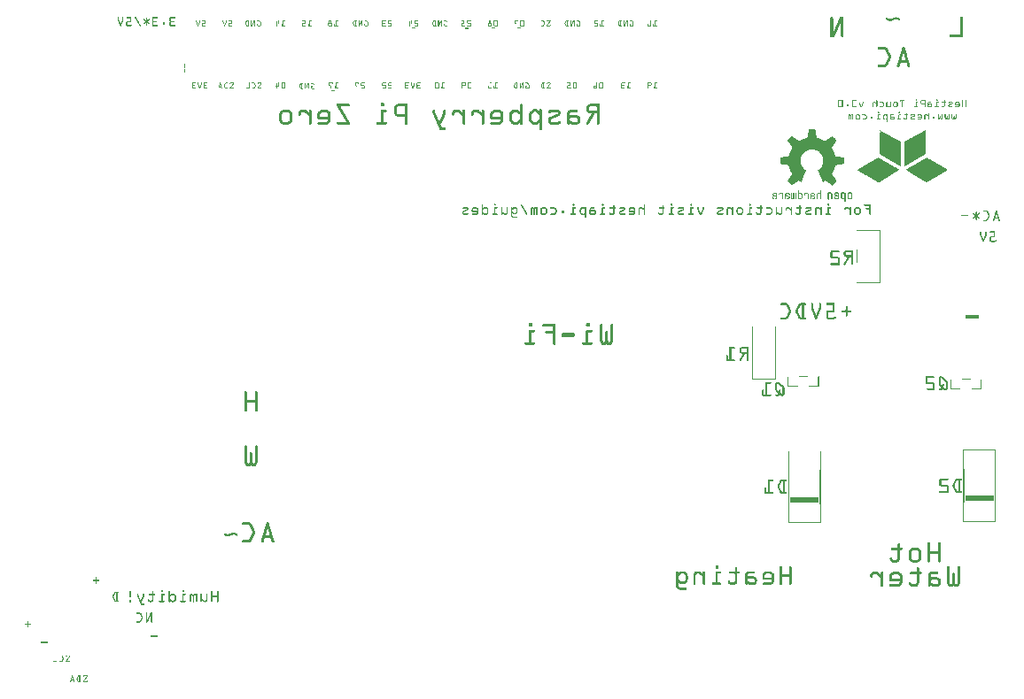
<source format=gbo>
G04 MADE WITH FRITZING*
G04 WWW.FRITZING.ORG*
G04 DOUBLE SIDED*
G04 HOLES PLATED*
G04 CONTOUR ON CENTER OF CONTOUR VECTOR*
%ASAXBY*%
%FSLAX23Y23*%
%MOIN*%
%OFA0B0*%
%SFA1.0B1.0*%
%ADD10R,0.106299X0.019685*%
%ADD11R,0.001000X0.001000*%
%LNSILK0*%
G90*
G70*
G54D10*
X3053Y819D03*
X3711Y823D03*
G54D11*
X3641Y2638D02*
X3643Y2638D01*
X469Y2637D02*
X469Y2637D01*
X487Y2637D02*
X487Y2637D01*
X502Y2637D02*
X517Y2637D01*
X602Y2637D02*
X617Y2637D01*
X667Y2637D02*
X682Y2637D01*
X3153Y2637D02*
X3157Y2637D01*
X3186Y2637D02*
X3199Y2637D01*
X3639Y2637D02*
X3645Y2637D01*
X468Y2636D02*
X471Y2636D01*
X486Y2636D02*
X489Y2636D01*
X501Y2636D02*
X517Y2636D01*
X533Y2636D02*
X536Y2636D01*
X599Y2636D02*
X619Y2636D01*
X665Y2636D02*
X684Y2636D01*
X3152Y2636D02*
X3158Y2636D01*
X3186Y2636D02*
X3199Y2636D01*
X3395Y2636D02*
X3397Y2636D01*
X3638Y2636D02*
X3646Y2636D01*
X468Y2635D02*
X471Y2635D01*
X485Y2635D02*
X489Y2635D01*
X500Y2635D02*
X517Y2635D01*
X533Y2635D02*
X536Y2635D01*
X599Y2635D02*
X619Y2635D01*
X664Y2635D02*
X684Y2635D01*
X3151Y2635D02*
X3159Y2635D01*
X3186Y2635D02*
X3199Y2635D01*
X3360Y2635D02*
X3361Y2635D01*
X3390Y2635D02*
X3403Y2635D01*
X3638Y2635D02*
X3646Y2635D01*
X468Y2634D02*
X471Y2634D01*
X485Y2634D02*
X489Y2634D01*
X500Y2634D02*
X517Y2634D01*
X533Y2634D02*
X537Y2634D01*
X598Y2634D02*
X619Y2634D01*
X663Y2634D02*
X684Y2634D01*
X3151Y2634D02*
X3159Y2634D01*
X3185Y2634D02*
X3199Y2634D01*
X3360Y2634D02*
X3362Y2634D01*
X3387Y2634D02*
X3405Y2634D01*
X3638Y2634D02*
X3646Y2634D01*
X468Y2633D02*
X471Y2633D01*
X485Y2633D02*
X489Y2633D01*
X501Y2633D02*
X517Y2633D01*
X533Y2633D02*
X538Y2633D01*
X575Y2633D02*
X576Y2633D01*
X598Y2633D02*
X618Y2633D01*
X663Y2633D02*
X683Y2633D01*
X3150Y2633D02*
X3159Y2633D01*
X3185Y2633D02*
X3199Y2633D01*
X3360Y2633D02*
X3364Y2633D01*
X3385Y2633D02*
X3407Y2633D01*
X3637Y2633D02*
X3647Y2633D01*
X468Y2632D02*
X471Y2632D01*
X485Y2632D02*
X489Y2632D01*
X514Y2632D02*
X517Y2632D01*
X534Y2632D02*
X538Y2632D01*
X574Y2632D02*
X577Y2632D01*
X598Y2632D02*
X601Y2632D01*
X663Y2632D02*
X666Y2632D01*
X3150Y2632D02*
X3160Y2632D01*
X3184Y2632D02*
X3199Y2632D01*
X3360Y2632D02*
X3365Y2632D01*
X3382Y2632D02*
X3409Y2632D01*
X3637Y2632D02*
X3647Y2632D01*
X468Y2631D02*
X471Y2631D01*
X485Y2631D02*
X489Y2631D01*
X514Y2631D02*
X517Y2631D01*
X535Y2631D02*
X539Y2631D01*
X574Y2631D02*
X578Y2631D01*
X598Y2631D02*
X601Y2631D01*
X663Y2631D02*
X666Y2631D01*
X3150Y2631D02*
X3160Y2631D01*
X3184Y2631D02*
X3199Y2631D01*
X3360Y2631D02*
X3368Y2631D01*
X3380Y2631D02*
X3410Y2631D01*
X3637Y2631D02*
X3647Y2631D01*
X468Y2630D02*
X471Y2630D01*
X485Y2630D02*
X489Y2630D01*
X514Y2630D02*
X517Y2630D01*
X535Y2630D02*
X539Y2630D01*
X574Y2630D02*
X578Y2630D01*
X598Y2630D02*
X601Y2630D01*
X663Y2630D02*
X666Y2630D01*
X3150Y2630D02*
X3160Y2630D01*
X3183Y2630D02*
X3199Y2630D01*
X3360Y2630D02*
X3411Y2630D01*
X3637Y2630D02*
X3647Y2630D01*
X468Y2629D02*
X471Y2629D01*
X485Y2629D02*
X489Y2629D01*
X514Y2629D02*
X517Y2629D01*
X536Y2629D02*
X540Y2629D01*
X566Y2629D02*
X568Y2629D01*
X574Y2629D02*
X578Y2629D01*
X584Y2629D02*
X586Y2629D01*
X598Y2629D02*
X601Y2629D01*
X663Y2629D02*
X666Y2629D01*
X3150Y2629D02*
X3160Y2629D01*
X3183Y2629D02*
X3199Y2629D01*
X3360Y2629D02*
X3411Y2629D01*
X3637Y2629D02*
X3647Y2629D01*
X468Y2628D02*
X471Y2628D01*
X485Y2628D02*
X489Y2628D01*
X514Y2628D02*
X517Y2628D01*
X536Y2628D02*
X541Y2628D01*
X565Y2628D02*
X569Y2628D01*
X574Y2628D02*
X578Y2628D01*
X583Y2628D02*
X586Y2628D01*
X598Y2628D02*
X601Y2628D01*
X663Y2628D02*
X666Y2628D01*
X3150Y2628D02*
X3160Y2628D01*
X3183Y2628D02*
X3199Y2628D01*
X3360Y2628D02*
X3411Y2628D01*
X3637Y2628D02*
X3647Y2628D01*
X468Y2627D02*
X471Y2627D01*
X485Y2627D02*
X489Y2627D01*
X514Y2627D02*
X517Y2627D01*
X537Y2627D02*
X541Y2627D01*
X565Y2627D02*
X570Y2627D01*
X574Y2627D02*
X578Y2627D01*
X582Y2627D02*
X587Y2627D01*
X598Y2627D02*
X601Y2627D01*
X663Y2627D02*
X666Y2627D01*
X3150Y2627D02*
X3160Y2627D01*
X3182Y2627D02*
X3199Y2627D01*
X3361Y2627D02*
X3390Y2627D01*
X3403Y2627D02*
X3411Y2627D01*
X3637Y2627D02*
X3647Y2627D01*
X468Y2626D02*
X472Y2626D01*
X485Y2626D02*
X489Y2626D01*
X514Y2626D02*
X517Y2626D01*
X537Y2626D02*
X542Y2626D01*
X566Y2626D02*
X571Y2626D01*
X574Y2626D02*
X578Y2626D01*
X580Y2626D02*
X586Y2626D01*
X598Y2626D02*
X601Y2626D01*
X663Y2626D02*
X666Y2626D01*
X3150Y2626D02*
X3160Y2626D01*
X3182Y2626D02*
X3199Y2626D01*
X3363Y2626D02*
X3387Y2626D01*
X3406Y2626D02*
X3411Y2626D01*
X3637Y2626D02*
X3647Y2626D01*
X468Y2625D02*
X472Y2625D01*
X484Y2625D02*
X488Y2625D01*
X514Y2625D02*
X517Y2625D01*
X538Y2625D02*
X542Y2625D01*
X566Y2625D02*
X585Y2625D01*
X598Y2625D02*
X601Y2625D01*
X663Y2625D02*
X666Y2625D01*
X764Y2625D02*
X764Y2625D01*
X776Y2625D02*
X776Y2625D01*
X785Y2625D02*
X796Y2625D01*
X864Y2625D02*
X864Y2625D01*
X876Y2625D02*
X876Y2625D01*
X886Y2625D02*
X896Y2625D01*
X955Y2625D02*
X962Y2625D01*
X971Y2625D02*
X972Y2625D01*
X981Y2625D02*
X984Y2625D01*
X993Y2625D02*
X999Y2625D01*
X1074Y2625D02*
X1075Y2625D01*
X1090Y2625D02*
X1097Y2625D01*
X1163Y2625D02*
X1173Y2625D01*
X1190Y2625D02*
X1197Y2625D01*
X1264Y2625D02*
X1270Y2625D01*
X1288Y2625D02*
X1295Y2625D01*
X1359Y2625D02*
X1366Y2625D01*
X1375Y2625D02*
X1376Y2625D01*
X1386Y2625D02*
X1388Y2625D01*
X1397Y2625D02*
X1403Y2625D01*
X1464Y2625D02*
X1476Y2625D01*
X1486Y2625D02*
X1498Y2625D01*
X1574Y2625D02*
X1574Y2625D01*
X1586Y2625D02*
X1597Y2625D01*
X1658Y2625D02*
X1665Y2625D01*
X1674Y2625D02*
X1675Y2625D01*
X1685Y2625D02*
X1687Y2625D01*
X1696Y2625D02*
X1702Y2625D01*
X1762Y2625D02*
X1772Y2625D01*
X1785Y2625D02*
X1797Y2625D01*
X1865Y2625D02*
X1871Y2625D01*
X1885Y2625D02*
X1895Y2625D01*
X1961Y2625D02*
X1974Y2625D01*
X1985Y2625D02*
X1995Y2625D01*
X2061Y2625D02*
X2068Y2625D01*
X2085Y2625D02*
X2094Y2625D01*
X2157Y2625D02*
X2163Y2625D01*
X2173Y2625D02*
X2173Y2625D01*
X2183Y2625D02*
X2186Y2625D01*
X2195Y2625D02*
X2200Y2625D01*
X2263Y2625D02*
X2274Y2625D01*
X2289Y2625D02*
X2296Y2625D01*
X2357Y2625D02*
X2364Y2625D01*
X2373Y2625D02*
X2374Y2625D01*
X2383Y2625D02*
X2386Y2625D01*
X2395Y2625D02*
X2401Y2625D01*
X2472Y2625D02*
X2474Y2625D01*
X2489Y2625D02*
X2496Y2625D01*
X3150Y2625D02*
X3160Y2625D01*
X3181Y2625D02*
X3199Y2625D01*
X3364Y2625D02*
X3385Y2625D01*
X3408Y2625D02*
X3411Y2625D01*
X3637Y2625D02*
X3647Y2625D01*
X469Y2624D02*
X473Y2624D01*
X484Y2624D02*
X488Y2624D01*
X514Y2624D02*
X517Y2624D01*
X539Y2624D02*
X543Y2624D01*
X568Y2624D02*
X584Y2624D01*
X598Y2624D02*
X601Y2624D01*
X663Y2624D02*
X666Y2624D01*
X763Y2624D02*
X765Y2624D01*
X775Y2624D02*
X777Y2624D01*
X785Y2624D02*
X796Y2624D01*
X863Y2624D02*
X865Y2624D01*
X875Y2624D02*
X877Y2624D01*
X885Y2624D02*
X896Y2624D01*
X953Y2624D02*
X962Y2624D01*
X970Y2624D02*
X972Y2624D01*
X981Y2624D02*
X984Y2624D01*
X992Y2624D02*
X1000Y2624D01*
X1074Y2624D02*
X1075Y2624D01*
X1090Y2624D02*
X1098Y2624D01*
X1162Y2624D02*
X1173Y2624D01*
X1190Y2624D02*
X1198Y2624D01*
X1263Y2624D02*
X1271Y2624D01*
X1288Y2624D02*
X1296Y2624D01*
X1357Y2624D02*
X1367Y2624D01*
X1375Y2624D02*
X1376Y2624D01*
X1385Y2624D02*
X1389Y2624D01*
X1397Y2624D02*
X1404Y2624D01*
X1463Y2624D02*
X1476Y2624D01*
X1485Y2624D02*
X1498Y2624D01*
X1573Y2624D02*
X1575Y2624D01*
X1585Y2624D02*
X1598Y2624D01*
X1656Y2624D02*
X1666Y2624D01*
X1674Y2624D02*
X1675Y2624D01*
X1684Y2624D02*
X1688Y2624D01*
X1696Y2624D02*
X1703Y2624D01*
X1762Y2624D02*
X1772Y2624D01*
X1784Y2624D02*
X1797Y2624D01*
X1864Y2624D02*
X1872Y2624D01*
X1884Y2624D02*
X1896Y2624D01*
X1961Y2624D02*
X1975Y2624D01*
X1983Y2624D02*
X1996Y2624D01*
X2061Y2624D02*
X2070Y2624D01*
X2084Y2624D02*
X2096Y2624D01*
X2155Y2624D02*
X2164Y2624D01*
X2172Y2624D02*
X2174Y2624D01*
X2182Y2624D02*
X2186Y2624D01*
X2194Y2624D02*
X2202Y2624D01*
X2262Y2624D02*
X2275Y2624D01*
X2289Y2624D02*
X2297Y2624D01*
X2355Y2624D02*
X2364Y2624D01*
X2372Y2624D02*
X2374Y2624D01*
X2383Y2624D02*
X2386Y2624D01*
X2394Y2624D02*
X2402Y2624D01*
X2471Y2624D02*
X2474Y2624D01*
X2488Y2624D02*
X2496Y2624D01*
X3150Y2624D02*
X3160Y2624D01*
X3181Y2624D02*
X3199Y2624D01*
X3366Y2624D02*
X3382Y2624D01*
X3409Y2624D02*
X3411Y2624D01*
X3637Y2624D02*
X3647Y2624D01*
X469Y2623D02*
X473Y2623D01*
X484Y2623D02*
X488Y2623D01*
X514Y2623D02*
X517Y2623D01*
X539Y2623D02*
X543Y2623D01*
X569Y2623D02*
X583Y2623D01*
X598Y2623D02*
X602Y2623D01*
X663Y2623D02*
X667Y2623D01*
X763Y2623D02*
X765Y2623D01*
X775Y2623D02*
X777Y2623D01*
X785Y2623D02*
X796Y2623D01*
X863Y2623D02*
X865Y2623D01*
X875Y2623D02*
X877Y2623D01*
X885Y2623D02*
X896Y2623D01*
X953Y2623D02*
X962Y2623D01*
X970Y2623D02*
X972Y2623D01*
X980Y2623D02*
X984Y2623D01*
X993Y2623D02*
X1001Y2623D01*
X1073Y2623D02*
X1075Y2623D01*
X1090Y2623D02*
X1098Y2623D01*
X1162Y2623D02*
X1173Y2623D01*
X1190Y2623D02*
X1198Y2623D01*
X1263Y2623D02*
X1271Y2623D01*
X1288Y2623D02*
X1296Y2623D01*
X1357Y2623D02*
X1366Y2623D01*
X1374Y2623D02*
X1377Y2623D01*
X1385Y2623D02*
X1389Y2623D01*
X1397Y2623D02*
X1405Y2623D01*
X1463Y2623D02*
X1476Y2623D01*
X1484Y2623D02*
X1498Y2623D01*
X1573Y2623D02*
X1575Y2623D01*
X1584Y2623D02*
X1598Y2623D01*
X1656Y2623D02*
X1665Y2623D01*
X1673Y2623D02*
X1676Y2623D01*
X1684Y2623D02*
X1688Y2623D01*
X1696Y2623D02*
X1704Y2623D01*
X1762Y2623D02*
X1772Y2623D01*
X1783Y2623D02*
X1797Y2623D01*
X1864Y2623D02*
X1872Y2623D01*
X1883Y2623D02*
X1897Y2623D01*
X1961Y2623D02*
X1975Y2623D01*
X1983Y2623D02*
X1997Y2623D01*
X2061Y2623D02*
X2071Y2623D01*
X2083Y2623D02*
X2096Y2623D01*
X2154Y2623D02*
X2164Y2623D01*
X2172Y2623D02*
X2174Y2623D01*
X2182Y2623D02*
X2186Y2623D01*
X2194Y2623D02*
X2203Y2623D01*
X2261Y2623D02*
X2275Y2623D01*
X2289Y2623D02*
X2297Y2623D01*
X2355Y2623D02*
X2364Y2623D01*
X2372Y2623D02*
X2374Y2623D01*
X2382Y2623D02*
X2386Y2623D01*
X2395Y2623D02*
X2403Y2623D01*
X2471Y2623D02*
X2475Y2623D01*
X2488Y2623D02*
X2496Y2623D01*
X3150Y2623D02*
X3160Y2623D01*
X3180Y2623D02*
X3199Y2623D01*
X3369Y2623D02*
X3380Y2623D01*
X3411Y2623D02*
X3411Y2623D01*
X3637Y2623D02*
X3647Y2623D01*
X469Y2622D02*
X473Y2622D01*
X483Y2622D02*
X487Y2622D01*
X513Y2622D02*
X517Y2622D01*
X540Y2622D02*
X544Y2622D01*
X570Y2622D02*
X582Y2622D01*
X598Y2622D02*
X603Y2622D01*
X663Y2622D02*
X668Y2622D01*
X763Y2622D02*
X765Y2622D01*
X775Y2622D02*
X777Y2622D01*
X793Y2622D02*
X796Y2622D01*
X863Y2622D02*
X865Y2622D01*
X875Y2622D02*
X877Y2622D01*
X894Y2622D02*
X896Y2622D01*
X952Y2622D02*
X955Y2622D01*
X957Y2622D02*
X960Y2622D01*
X970Y2622D02*
X972Y2622D01*
X980Y2622D02*
X984Y2622D01*
X999Y2622D02*
X1002Y2622D01*
X1065Y2622D02*
X1066Y2622D01*
X1073Y2622D02*
X1075Y2622D01*
X1090Y2622D02*
X1092Y2622D01*
X1171Y2622D02*
X1173Y2622D01*
X1190Y2622D02*
X1192Y2622D01*
X1263Y2622D02*
X1266Y2622D01*
X1269Y2622D02*
X1271Y2622D01*
X1288Y2622D02*
X1290Y2622D01*
X1356Y2622D02*
X1359Y2622D01*
X1361Y2622D02*
X1364Y2622D01*
X1374Y2622D02*
X1377Y2622D01*
X1384Y2622D02*
X1389Y2622D01*
X1403Y2622D02*
X1406Y2622D01*
X1462Y2622D02*
X1465Y2622D01*
X1484Y2622D02*
X1487Y2622D01*
X1565Y2622D02*
X1566Y2622D01*
X1573Y2622D02*
X1575Y2622D01*
X1584Y2622D02*
X1586Y2622D01*
X1655Y2622D02*
X1658Y2622D01*
X1660Y2622D02*
X1663Y2622D01*
X1673Y2622D02*
X1676Y2622D01*
X1683Y2622D02*
X1688Y2622D01*
X1702Y2622D02*
X1705Y2622D01*
X1770Y2622D02*
X1772Y2622D01*
X1783Y2622D02*
X1786Y2622D01*
X1864Y2622D02*
X1866Y2622D01*
X1870Y2622D02*
X1872Y2622D01*
X1883Y2622D02*
X1885Y2622D01*
X1895Y2622D02*
X1897Y2622D01*
X1961Y2622D02*
X1963Y2622D01*
X1973Y2622D02*
X1975Y2622D01*
X1983Y2622D02*
X1985Y2622D01*
X1994Y2622D02*
X1997Y2622D01*
X2068Y2622D02*
X2071Y2622D01*
X2082Y2622D02*
X2085Y2622D01*
X2094Y2622D02*
X2096Y2622D01*
X2154Y2622D02*
X2156Y2622D01*
X2159Y2622D02*
X2161Y2622D01*
X2172Y2622D02*
X2174Y2622D01*
X2182Y2622D02*
X2186Y2622D01*
X2201Y2622D02*
X2204Y2622D01*
X2261Y2622D02*
X2263Y2622D01*
X2289Y2622D02*
X2291Y2622D01*
X2354Y2622D02*
X2357Y2622D01*
X2359Y2622D02*
X2362Y2622D01*
X2372Y2622D02*
X2374Y2622D01*
X2382Y2622D02*
X2386Y2622D01*
X2401Y2622D02*
X2404Y2622D01*
X2472Y2622D02*
X2475Y2622D01*
X2488Y2622D02*
X2491Y2622D01*
X3150Y2622D02*
X3160Y2622D01*
X3180Y2622D02*
X3199Y2622D01*
X3637Y2622D02*
X3647Y2622D01*
X470Y2621D02*
X474Y2621D01*
X483Y2621D02*
X487Y2621D01*
X502Y2621D02*
X517Y2621D01*
X540Y2621D02*
X545Y2621D01*
X571Y2621D02*
X581Y2621D01*
X599Y2621D02*
X614Y2621D01*
X664Y2621D02*
X679Y2621D01*
X763Y2621D02*
X765Y2621D01*
X775Y2621D02*
X777Y2621D01*
X794Y2621D02*
X796Y2621D01*
X863Y2621D02*
X865Y2621D01*
X875Y2621D02*
X877Y2621D01*
X894Y2621D02*
X896Y2621D01*
X951Y2621D02*
X954Y2621D01*
X957Y2621D02*
X960Y2621D01*
X970Y2621D02*
X972Y2621D01*
X980Y2621D02*
X984Y2621D01*
X1000Y2621D02*
X1003Y2621D01*
X1064Y2621D02*
X1066Y2621D01*
X1073Y2621D02*
X1075Y2621D01*
X1090Y2621D02*
X1092Y2621D01*
X1171Y2621D02*
X1173Y2621D01*
X1190Y2621D02*
X1192Y2621D01*
X1263Y2621D02*
X1265Y2621D01*
X1269Y2621D02*
X1271Y2621D01*
X1288Y2621D02*
X1290Y2621D01*
X1356Y2621D02*
X1358Y2621D01*
X1362Y2621D02*
X1364Y2621D01*
X1374Y2621D02*
X1377Y2621D01*
X1384Y2621D02*
X1389Y2621D01*
X1404Y2621D02*
X1407Y2621D01*
X1462Y2621D02*
X1464Y2621D01*
X1484Y2621D02*
X1486Y2621D01*
X1564Y2621D02*
X1566Y2621D01*
X1573Y2621D02*
X1575Y2621D01*
X1584Y2621D02*
X1586Y2621D01*
X1655Y2621D02*
X1657Y2621D01*
X1661Y2621D02*
X1663Y2621D01*
X1673Y2621D02*
X1676Y2621D01*
X1683Y2621D02*
X1688Y2621D01*
X1703Y2621D02*
X1706Y2621D01*
X1770Y2621D02*
X1772Y2621D01*
X1783Y2621D02*
X1785Y2621D01*
X1864Y2621D02*
X1866Y2621D01*
X1870Y2621D02*
X1872Y2621D01*
X1883Y2621D02*
X1885Y2621D01*
X1895Y2621D02*
X1897Y2621D01*
X1961Y2621D02*
X1963Y2621D01*
X1983Y2621D02*
X1985Y2621D01*
X1995Y2621D02*
X1997Y2621D01*
X2069Y2621D02*
X2072Y2621D01*
X2082Y2621D02*
X2084Y2621D01*
X2094Y2621D02*
X2096Y2621D01*
X2153Y2621D02*
X2156Y2621D01*
X2159Y2621D02*
X2161Y2621D01*
X2172Y2621D02*
X2174Y2621D01*
X2181Y2621D02*
X2186Y2621D01*
X2202Y2621D02*
X2204Y2621D01*
X2261Y2621D02*
X2263Y2621D01*
X2289Y2621D02*
X2291Y2621D01*
X2353Y2621D02*
X2356Y2621D01*
X2359Y2621D02*
X2362Y2621D01*
X2372Y2621D02*
X2374Y2621D01*
X2382Y2621D02*
X2386Y2621D01*
X2402Y2621D02*
X2405Y2621D01*
X2473Y2621D02*
X2475Y2621D01*
X2488Y2621D02*
X2491Y2621D01*
X3150Y2621D02*
X3160Y2621D01*
X3179Y2621D02*
X3199Y2621D01*
X3637Y2621D02*
X3647Y2621D01*
X470Y2620D02*
X474Y2620D01*
X482Y2620D02*
X486Y2620D01*
X501Y2620D02*
X517Y2620D01*
X541Y2620D02*
X545Y2620D01*
X572Y2620D02*
X579Y2620D01*
X599Y2620D02*
X615Y2620D01*
X664Y2620D02*
X680Y2620D01*
X763Y2620D02*
X765Y2620D01*
X775Y2620D02*
X777Y2620D01*
X794Y2620D02*
X796Y2620D01*
X863Y2620D02*
X865Y2620D01*
X875Y2620D02*
X877Y2620D01*
X894Y2620D02*
X896Y2620D01*
X951Y2620D02*
X953Y2620D01*
X957Y2620D02*
X960Y2620D01*
X970Y2620D02*
X972Y2620D01*
X979Y2620D02*
X984Y2620D01*
X1001Y2620D02*
X1004Y2620D01*
X1064Y2620D02*
X1066Y2620D01*
X1073Y2620D02*
X1075Y2620D01*
X1090Y2620D02*
X1092Y2620D01*
X1171Y2620D02*
X1173Y2620D01*
X1190Y2620D02*
X1192Y2620D01*
X1263Y2620D02*
X1265Y2620D01*
X1269Y2620D02*
X1271Y2620D01*
X1288Y2620D02*
X1290Y2620D01*
X1355Y2620D02*
X1358Y2620D01*
X1362Y2620D02*
X1364Y2620D01*
X1374Y2620D02*
X1377Y2620D01*
X1383Y2620D02*
X1389Y2620D01*
X1405Y2620D02*
X1408Y2620D01*
X1462Y2620D02*
X1464Y2620D01*
X1484Y2620D02*
X1486Y2620D01*
X1564Y2620D02*
X1566Y2620D01*
X1573Y2620D02*
X1575Y2620D01*
X1584Y2620D02*
X1586Y2620D01*
X1654Y2620D02*
X1657Y2620D01*
X1661Y2620D02*
X1663Y2620D01*
X1673Y2620D02*
X1676Y2620D01*
X1682Y2620D02*
X1688Y2620D01*
X1704Y2620D02*
X1707Y2620D01*
X1770Y2620D02*
X1772Y2620D01*
X1783Y2620D02*
X1785Y2620D01*
X1864Y2620D02*
X1866Y2620D01*
X1870Y2620D02*
X1872Y2620D01*
X1883Y2620D02*
X1885Y2620D01*
X1895Y2620D02*
X1897Y2620D01*
X1961Y2620D02*
X1963Y2620D01*
X1983Y2620D02*
X1985Y2620D01*
X1995Y2620D02*
X1997Y2620D01*
X2070Y2620D02*
X2072Y2620D01*
X2083Y2620D02*
X2084Y2620D01*
X2093Y2620D02*
X2096Y2620D01*
X2153Y2620D02*
X2155Y2620D01*
X2159Y2620D02*
X2161Y2620D01*
X2172Y2620D02*
X2174Y2620D01*
X2181Y2620D02*
X2186Y2620D01*
X2202Y2620D02*
X2205Y2620D01*
X2261Y2620D02*
X2263Y2620D01*
X2289Y2620D02*
X2291Y2620D01*
X2353Y2620D02*
X2355Y2620D01*
X2359Y2620D02*
X2362Y2620D01*
X2372Y2620D02*
X2374Y2620D01*
X2381Y2620D02*
X2386Y2620D01*
X2403Y2620D02*
X2406Y2620D01*
X2473Y2620D02*
X2475Y2620D01*
X2488Y2620D02*
X2491Y2620D01*
X3150Y2620D02*
X3160Y2620D01*
X3179Y2620D02*
X3199Y2620D01*
X3637Y2620D02*
X3647Y2620D01*
X471Y2619D02*
X474Y2619D01*
X482Y2619D02*
X486Y2619D01*
X501Y2619D02*
X517Y2619D01*
X542Y2619D02*
X546Y2619D01*
X572Y2619D02*
X580Y2619D01*
X599Y2619D02*
X615Y2619D01*
X664Y2619D02*
X680Y2619D01*
X763Y2619D02*
X765Y2619D01*
X775Y2619D02*
X777Y2619D01*
X794Y2619D02*
X796Y2619D01*
X863Y2619D02*
X865Y2619D01*
X875Y2619D02*
X877Y2619D01*
X894Y2619D02*
X896Y2619D01*
X950Y2619D02*
X953Y2619D01*
X957Y2619D02*
X960Y2619D01*
X970Y2619D02*
X972Y2619D01*
X979Y2619D02*
X984Y2619D01*
X1002Y2619D02*
X1004Y2619D01*
X1064Y2619D02*
X1066Y2619D01*
X1073Y2619D02*
X1075Y2619D01*
X1090Y2619D02*
X1092Y2619D01*
X1171Y2619D02*
X1173Y2619D01*
X1190Y2619D02*
X1192Y2619D01*
X1263Y2619D02*
X1265Y2619D01*
X1269Y2619D02*
X1271Y2619D01*
X1288Y2619D02*
X1290Y2619D01*
X1355Y2619D02*
X1357Y2619D01*
X1362Y2619D02*
X1364Y2619D01*
X1374Y2619D02*
X1377Y2619D01*
X1383Y2619D02*
X1389Y2619D01*
X1406Y2619D02*
X1409Y2619D01*
X1462Y2619D02*
X1464Y2619D01*
X1484Y2619D02*
X1486Y2619D01*
X1564Y2619D02*
X1566Y2619D01*
X1573Y2619D02*
X1575Y2619D01*
X1584Y2619D02*
X1586Y2619D01*
X1654Y2619D02*
X1656Y2619D01*
X1661Y2619D02*
X1663Y2619D01*
X1673Y2619D02*
X1676Y2619D01*
X1682Y2619D02*
X1688Y2619D01*
X1705Y2619D02*
X1708Y2619D01*
X1770Y2619D02*
X1772Y2619D01*
X1783Y2619D02*
X1785Y2619D01*
X1864Y2619D02*
X1866Y2619D01*
X1870Y2619D02*
X1872Y2619D01*
X1883Y2619D02*
X1885Y2619D01*
X1895Y2619D02*
X1897Y2619D01*
X1961Y2619D02*
X1963Y2619D01*
X1983Y2619D02*
X1985Y2619D01*
X1995Y2619D02*
X1997Y2619D01*
X2070Y2619D02*
X2073Y2619D01*
X2092Y2619D02*
X2095Y2619D01*
X2152Y2619D02*
X2154Y2619D01*
X2159Y2619D02*
X2161Y2619D01*
X2172Y2619D02*
X2174Y2619D01*
X2180Y2619D02*
X2186Y2619D01*
X2203Y2619D02*
X2206Y2619D01*
X2261Y2619D02*
X2263Y2619D01*
X2289Y2619D02*
X2291Y2619D01*
X2352Y2619D02*
X2355Y2619D01*
X2359Y2619D02*
X2362Y2619D01*
X2372Y2619D02*
X2374Y2619D01*
X2381Y2619D02*
X2386Y2619D01*
X2404Y2619D02*
X2406Y2619D01*
X2473Y2619D02*
X2475Y2619D01*
X2488Y2619D02*
X2491Y2619D01*
X3150Y2619D02*
X3160Y2619D01*
X3179Y2619D02*
X3199Y2619D01*
X3637Y2619D02*
X3647Y2619D01*
X471Y2618D02*
X475Y2618D01*
X482Y2618D02*
X486Y2618D01*
X500Y2618D02*
X517Y2618D01*
X542Y2618D02*
X546Y2618D01*
X571Y2618D02*
X581Y2618D01*
X599Y2618D02*
X614Y2618D01*
X664Y2618D02*
X679Y2618D01*
X763Y2618D02*
X765Y2618D01*
X774Y2618D02*
X777Y2618D01*
X794Y2618D02*
X796Y2618D01*
X863Y2618D02*
X866Y2618D01*
X875Y2618D02*
X877Y2618D01*
X894Y2618D02*
X896Y2618D01*
X950Y2618D02*
X952Y2618D01*
X957Y2618D02*
X960Y2618D01*
X970Y2618D02*
X972Y2618D01*
X978Y2618D02*
X984Y2618D01*
X1002Y2618D02*
X1005Y2618D01*
X1064Y2618D02*
X1066Y2618D01*
X1073Y2618D02*
X1075Y2618D01*
X1090Y2618D02*
X1092Y2618D01*
X1171Y2618D02*
X1173Y2618D01*
X1190Y2618D02*
X1192Y2618D01*
X1263Y2618D02*
X1265Y2618D01*
X1269Y2618D02*
X1271Y2618D01*
X1288Y2618D02*
X1290Y2618D01*
X1354Y2618D02*
X1356Y2618D01*
X1362Y2618D02*
X1364Y2618D01*
X1374Y2618D02*
X1377Y2618D01*
X1382Y2618D02*
X1389Y2618D01*
X1406Y2618D02*
X1409Y2618D01*
X1462Y2618D02*
X1464Y2618D01*
X1484Y2618D02*
X1486Y2618D01*
X1564Y2618D02*
X1566Y2618D01*
X1573Y2618D02*
X1575Y2618D01*
X1584Y2618D02*
X1586Y2618D01*
X1653Y2618D02*
X1656Y2618D01*
X1661Y2618D02*
X1663Y2618D01*
X1673Y2618D02*
X1676Y2618D01*
X1681Y2618D02*
X1684Y2618D01*
X1686Y2618D02*
X1688Y2618D01*
X1705Y2618D02*
X1708Y2618D01*
X1770Y2618D02*
X1772Y2618D01*
X1783Y2618D02*
X1785Y2618D01*
X1864Y2618D02*
X1866Y2618D01*
X1870Y2618D02*
X1872Y2618D01*
X1883Y2618D02*
X1885Y2618D01*
X1895Y2618D02*
X1897Y2618D01*
X1961Y2618D02*
X1963Y2618D01*
X1983Y2618D02*
X1985Y2618D01*
X1995Y2618D02*
X1997Y2618D01*
X2071Y2618D02*
X2073Y2618D01*
X2091Y2618D02*
X2094Y2618D01*
X2152Y2618D02*
X2154Y2618D01*
X2159Y2618D02*
X2161Y2618D01*
X2172Y2618D02*
X2174Y2618D01*
X2180Y2618D02*
X2182Y2618D01*
X2184Y2618D02*
X2186Y2618D01*
X2204Y2618D02*
X2207Y2618D01*
X2261Y2618D02*
X2263Y2618D01*
X2289Y2618D02*
X2291Y2618D01*
X2352Y2618D02*
X2354Y2618D01*
X2359Y2618D02*
X2362Y2618D01*
X2372Y2618D02*
X2374Y2618D01*
X2380Y2618D02*
X2386Y2618D01*
X2404Y2618D02*
X2407Y2618D01*
X2473Y2618D02*
X2475Y2618D01*
X2488Y2618D02*
X2491Y2618D01*
X3150Y2618D02*
X3160Y2618D01*
X3178Y2618D02*
X3188Y2618D01*
X3190Y2618D02*
X3199Y2618D01*
X3637Y2618D02*
X3647Y2618D01*
X471Y2617D02*
X475Y2617D01*
X481Y2617D02*
X485Y2617D01*
X500Y2617D02*
X504Y2617D01*
X543Y2617D02*
X547Y2617D01*
X570Y2617D02*
X582Y2617D01*
X598Y2617D02*
X603Y2617D01*
X663Y2617D02*
X668Y2617D01*
X763Y2617D02*
X766Y2617D01*
X774Y2617D02*
X776Y2617D01*
X794Y2617D02*
X796Y2617D01*
X864Y2617D02*
X866Y2617D01*
X874Y2617D02*
X877Y2617D01*
X894Y2617D02*
X896Y2617D01*
X949Y2617D02*
X952Y2617D01*
X957Y2617D02*
X960Y2617D01*
X970Y2617D02*
X972Y2617D01*
X978Y2617D02*
X980Y2617D01*
X982Y2617D02*
X984Y2617D01*
X1003Y2617D02*
X1006Y2617D01*
X1064Y2617D02*
X1066Y2617D01*
X1073Y2617D02*
X1075Y2617D01*
X1090Y2617D02*
X1092Y2617D01*
X1171Y2617D02*
X1173Y2617D01*
X1190Y2617D02*
X1192Y2617D01*
X1263Y2617D02*
X1265Y2617D01*
X1269Y2617D02*
X1271Y2617D01*
X1288Y2617D02*
X1290Y2617D01*
X1354Y2617D02*
X1356Y2617D01*
X1362Y2617D02*
X1364Y2617D01*
X1374Y2617D02*
X1377Y2617D01*
X1382Y2617D02*
X1384Y2617D01*
X1386Y2617D02*
X1389Y2617D01*
X1407Y2617D02*
X1410Y2617D01*
X1462Y2617D02*
X1464Y2617D01*
X1484Y2617D02*
X1486Y2617D01*
X1564Y2617D02*
X1566Y2617D01*
X1573Y2617D02*
X1575Y2617D01*
X1584Y2617D02*
X1586Y2617D01*
X1653Y2617D02*
X1655Y2617D01*
X1661Y2617D02*
X1663Y2617D01*
X1673Y2617D02*
X1676Y2617D01*
X1681Y2617D02*
X1683Y2617D01*
X1686Y2617D02*
X1688Y2617D01*
X1706Y2617D02*
X1709Y2617D01*
X1770Y2617D02*
X1772Y2617D01*
X1783Y2617D02*
X1785Y2617D01*
X1864Y2617D02*
X1866Y2617D01*
X1870Y2617D02*
X1872Y2617D01*
X1883Y2617D02*
X1885Y2617D01*
X1895Y2617D02*
X1897Y2617D01*
X1961Y2617D02*
X1963Y2617D01*
X1983Y2617D02*
X1985Y2617D01*
X1995Y2617D02*
X1997Y2617D01*
X2071Y2617D02*
X2074Y2617D01*
X2091Y2617D02*
X2094Y2617D01*
X2151Y2617D02*
X2153Y2617D01*
X2159Y2617D02*
X2161Y2617D01*
X2172Y2617D02*
X2174Y2617D01*
X2179Y2617D02*
X2182Y2617D01*
X2184Y2617D02*
X2186Y2617D01*
X2205Y2617D02*
X2207Y2617D01*
X2261Y2617D02*
X2263Y2617D01*
X2289Y2617D02*
X2291Y2617D01*
X2351Y2617D02*
X2354Y2617D01*
X2359Y2617D02*
X2362Y2617D01*
X2372Y2617D02*
X2374Y2617D01*
X2380Y2617D02*
X2382Y2617D01*
X2384Y2617D02*
X2386Y2617D01*
X2405Y2617D02*
X2408Y2617D01*
X2473Y2617D02*
X2475Y2617D01*
X2488Y2617D02*
X2491Y2617D01*
X3150Y2617D02*
X3160Y2617D01*
X3178Y2617D02*
X3188Y2617D01*
X3190Y2617D02*
X3199Y2617D01*
X3637Y2617D02*
X3647Y2617D01*
X472Y2616D02*
X476Y2616D01*
X481Y2616D02*
X485Y2616D01*
X500Y2616D02*
X504Y2616D01*
X543Y2616D02*
X548Y2616D01*
X569Y2616D02*
X583Y2616D01*
X598Y2616D02*
X602Y2616D01*
X639Y2616D02*
X643Y2616D01*
X663Y2616D02*
X667Y2616D01*
X764Y2616D02*
X766Y2616D01*
X774Y2616D02*
X776Y2616D01*
X794Y2616D02*
X796Y2616D01*
X864Y2616D02*
X866Y2616D01*
X874Y2616D02*
X876Y2616D01*
X894Y2616D02*
X896Y2616D01*
X949Y2616D02*
X951Y2616D01*
X957Y2616D02*
X960Y2616D01*
X970Y2616D02*
X972Y2616D01*
X977Y2616D02*
X980Y2616D01*
X982Y2616D02*
X984Y2616D01*
X1004Y2616D02*
X1006Y2616D01*
X1064Y2616D02*
X1066Y2616D01*
X1073Y2616D02*
X1075Y2616D01*
X1090Y2616D02*
X1092Y2616D01*
X1171Y2616D02*
X1173Y2616D01*
X1190Y2616D02*
X1192Y2616D01*
X1263Y2616D02*
X1265Y2616D01*
X1269Y2616D02*
X1271Y2616D01*
X1288Y2616D02*
X1290Y2616D01*
X1353Y2616D02*
X1355Y2616D01*
X1362Y2616D02*
X1364Y2616D01*
X1374Y2616D02*
X1377Y2616D01*
X1381Y2616D02*
X1384Y2616D01*
X1386Y2616D02*
X1389Y2616D01*
X1408Y2616D02*
X1410Y2616D01*
X1462Y2616D02*
X1465Y2616D01*
X1484Y2616D02*
X1486Y2616D01*
X1564Y2616D02*
X1566Y2616D01*
X1573Y2616D02*
X1575Y2616D01*
X1584Y2616D02*
X1586Y2616D01*
X1652Y2616D02*
X1654Y2616D01*
X1661Y2616D02*
X1663Y2616D01*
X1673Y2616D02*
X1676Y2616D01*
X1680Y2616D02*
X1683Y2616D01*
X1686Y2616D02*
X1688Y2616D01*
X1707Y2616D02*
X1709Y2616D01*
X1770Y2616D02*
X1772Y2616D01*
X1783Y2616D02*
X1785Y2616D01*
X1864Y2616D02*
X1866Y2616D01*
X1870Y2616D02*
X1872Y2616D01*
X1883Y2616D02*
X1885Y2616D01*
X1895Y2616D02*
X1897Y2616D01*
X1961Y2616D02*
X1964Y2616D01*
X1983Y2616D02*
X1985Y2616D01*
X1995Y2616D02*
X1997Y2616D01*
X2072Y2616D02*
X2074Y2616D01*
X2090Y2616D02*
X2093Y2616D01*
X2151Y2616D02*
X2153Y2616D01*
X2159Y2616D02*
X2161Y2616D01*
X2172Y2616D02*
X2174Y2616D01*
X2179Y2616D02*
X2181Y2616D01*
X2184Y2616D02*
X2186Y2616D01*
X2205Y2616D02*
X2208Y2616D01*
X2261Y2616D02*
X2263Y2616D01*
X2289Y2616D02*
X2291Y2616D01*
X2351Y2616D02*
X2353Y2616D01*
X2359Y2616D02*
X2362Y2616D01*
X2372Y2616D02*
X2374Y2616D01*
X2379Y2616D02*
X2382Y2616D01*
X2384Y2616D02*
X2386Y2616D01*
X2406Y2616D02*
X2408Y2616D01*
X2473Y2616D02*
X2475Y2616D01*
X2488Y2616D02*
X2491Y2616D01*
X3150Y2616D02*
X3160Y2616D01*
X3177Y2616D02*
X3187Y2616D01*
X3190Y2616D02*
X3199Y2616D01*
X3637Y2616D02*
X3647Y2616D01*
X472Y2615D02*
X476Y2615D01*
X481Y2615D02*
X484Y2615D01*
X500Y2615D02*
X504Y2615D01*
X544Y2615D02*
X548Y2615D01*
X568Y2615D02*
X584Y2615D01*
X598Y2615D02*
X601Y2615D01*
X637Y2615D02*
X645Y2615D01*
X663Y2615D02*
X666Y2615D01*
X764Y2615D02*
X766Y2615D01*
X773Y2615D02*
X776Y2615D01*
X793Y2615D02*
X796Y2615D01*
X864Y2615D02*
X867Y2615D01*
X874Y2615D02*
X876Y2615D01*
X894Y2615D02*
X896Y2615D01*
X949Y2615D02*
X951Y2615D01*
X957Y2615D02*
X960Y2615D01*
X970Y2615D02*
X972Y2615D01*
X977Y2615D02*
X979Y2615D01*
X982Y2615D02*
X984Y2615D01*
X1004Y2615D02*
X1006Y2615D01*
X1064Y2615D02*
X1066Y2615D01*
X1073Y2615D02*
X1075Y2615D01*
X1090Y2615D02*
X1092Y2615D01*
X1170Y2615D02*
X1173Y2615D01*
X1190Y2615D02*
X1192Y2615D01*
X1263Y2615D02*
X1266Y2615D01*
X1269Y2615D02*
X1272Y2615D01*
X1288Y2615D02*
X1290Y2615D01*
X1353Y2615D02*
X1355Y2615D01*
X1362Y2615D02*
X1364Y2615D01*
X1374Y2615D02*
X1377Y2615D01*
X1381Y2615D02*
X1383Y2615D01*
X1386Y2615D02*
X1389Y2615D01*
X1408Y2615D02*
X1410Y2615D01*
X1463Y2615D02*
X1466Y2615D01*
X1484Y2615D02*
X1487Y2615D01*
X1564Y2615D02*
X1566Y2615D01*
X1573Y2615D02*
X1575Y2615D01*
X1584Y2615D02*
X1586Y2615D01*
X1652Y2615D02*
X1654Y2615D01*
X1661Y2615D02*
X1663Y2615D01*
X1673Y2615D02*
X1676Y2615D01*
X1680Y2615D02*
X1682Y2615D01*
X1686Y2615D02*
X1688Y2615D01*
X1707Y2615D02*
X1709Y2615D01*
X1770Y2615D02*
X1772Y2615D01*
X1783Y2615D02*
X1786Y2615D01*
X1864Y2615D02*
X1867Y2615D01*
X1870Y2615D02*
X1872Y2615D01*
X1883Y2615D02*
X1885Y2615D01*
X1895Y2615D02*
X1897Y2615D01*
X1961Y2615D02*
X1965Y2615D01*
X1983Y2615D02*
X1985Y2615D01*
X1995Y2615D02*
X1997Y2615D01*
X2072Y2615D02*
X2074Y2615D01*
X2089Y2615D02*
X2092Y2615D01*
X2150Y2615D02*
X2153Y2615D01*
X2159Y2615D02*
X2161Y2615D01*
X2172Y2615D02*
X2174Y2615D01*
X2179Y2615D02*
X2181Y2615D01*
X2184Y2615D02*
X2186Y2615D01*
X2206Y2615D02*
X2208Y2615D01*
X2261Y2615D02*
X2264Y2615D01*
X2289Y2615D02*
X2291Y2615D01*
X2351Y2615D02*
X2353Y2615D01*
X2359Y2615D02*
X2362Y2615D01*
X2372Y2615D02*
X2374Y2615D01*
X2379Y2615D02*
X2381Y2615D01*
X2384Y2615D02*
X2386Y2615D01*
X2406Y2615D02*
X2408Y2615D01*
X2473Y2615D02*
X2475Y2615D01*
X2488Y2615D02*
X2491Y2615D01*
X3150Y2615D02*
X3160Y2615D01*
X3177Y2615D02*
X3187Y2615D01*
X3190Y2615D02*
X3199Y2615D01*
X3637Y2615D02*
X3647Y2615D01*
X473Y2614D02*
X476Y2614D01*
X480Y2614D02*
X484Y2614D01*
X500Y2614D02*
X504Y2614D01*
X544Y2614D02*
X549Y2614D01*
X566Y2614D02*
X572Y2614D01*
X574Y2614D02*
X585Y2614D01*
X598Y2614D02*
X601Y2614D01*
X637Y2614D02*
X645Y2614D01*
X663Y2614D02*
X666Y2614D01*
X764Y2614D02*
X767Y2614D01*
X773Y2614D02*
X775Y2614D01*
X786Y2614D02*
X796Y2614D01*
X865Y2614D02*
X867Y2614D01*
X873Y2614D02*
X876Y2614D01*
X886Y2614D02*
X896Y2614D01*
X949Y2614D02*
X951Y2614D01*
X957Y2614D02*
X960Y2614D01*
X970Y2614D02*
X972Y2614D01*
X976Y2614D02*
X979Y2614D01*
X982Y2614D02*
X984Y2614D01*
X1004Y2614D02*
X1006Y2614D01*
X1064Y2614D02*
X1066Y2614D01*
X1073Y2614D02*
X1075Y2614D01*
X1090Y2614D02*
X1092Y2614D01*
X1163Y2614D02*
X1173Y2614D01*
X1190Y2614D02*
X1192Y2614D01*
X1261Y2614D02*
X1273Y2614D01*
X1288Y2614D02*
X1290Y2614D01*
X1353Y2614D02*
X1355Y2614D01*
X1362Y2614D02*
X1364Y2614D01*
X1374Y2614D02*
X1377Y2614D01*
X1381Y2614D02*
X1383Y2614D01*
X1386Y2614D02*
X1389Y2614D01*
X1408Y2614D02*
X1410Y2614D01*
X1463Y2614D02*
X1473Y2614D01*
X1484Y2614D02*
X1497Y2614D01*
X1564Y2614D02*
X1566Y2614D01*
X1573Y2614D02*
X1575Y2614D01*
X1584Y2614D02*
X1597Y2614D01*
X1652Y2614D02*
X1654Y2614D01*
X1661Y2614D02*
X1663Y2614D01*
X1673Y2614D02*
X1676Y2614D01*
X1680Y2614D02*
X1682Y2614D01*
X1686Y2614D02*
X1688Y2614D01*
X1707Y2614D02*
X1709Y2614D01*
X1762Y2614D02*
X1772Y2614D01*
X1783Y2614D02*
X1796Y2614D01*
X1862Y2614D02*
X1874Y2614D01*
X1883Y2614D02*
X1885Y2614D01*
X1895Y2614D02*
X1897Y2614D01*
X1962Y2614D02*
X1966Y2614D01*
X1983Y2614D02*
X1985Y2614D01*
X1995Y2614D02*
X1997Y2614D01*
X2072Y2614D02*
X2074Y2614D01*
X2088Y2614D02*
X2091Y2614D01*
X2150Y2614D02*
X2152Y2614D01*
X2159Y2614D02*
X2161Y2614D01*
X2172Y2614D02*
X2174Y2614D01*
X2178Y2614D02*
X2180Y2614D01*
X2184Y2614D02*
X2186Y2614D01*
X2206Y2614D02*
X2208Y2614D01*
X2261Y2614D02*
X2274Y2614D01*
X2289Y2614D02*
X2291Y2614D01*
X2351Y2614D02*
X2353Y2614D01*
X2359Y2614D02*
X2362Y2614D01*
X2372Y2614D02*
X2374Y2614D01*
X2378Y2614D02*
X2381Y2614D01*
X2384Y2614D02*
X2386Y2614D01*
X2406Y2614D02*
X2408Y2614D01*
X2473Y2614D02*
X2475Y2614D01*
X2488Y2614D02*
X2491Y2614D01*
X3150Y2614D02*
X3160Y2614D01*
X3176Y2614D02*
X3186Y2614D01*
X3190Y2614D02*
X3199Y2614D01*
X3637Y2614D02*
X3647Y2614D01*
X473Y2613D02*
X477Y2613D01*
X480Y2613D02*
X484Y2613D01*
X500Y2613D02*
X504Y2613D01*
X545Y2613D02*
X549Y2613D01*
X566Y2613D02*
X571Y2613D01*
X574Y2613D02*
X578Y2613D01*
X581Y2613D02*
X586Y2613D01*
X598Y2613D02*
X601Y2613D01*
X637Y2613D02*
X645Y2613D01*
X663Y2613D02*
X666Y2613D01*
X765Y2613D02*
X767Y2613D01*
X772Y2613D02*
X775Y2613D01*
X785Y2613D02*
X796Y2613D01*
X865Y2613D02*
X868Y2613D01*
X873Y2613D02*
X875Y2613D01*
X885Y2613D02*
X896Y2613D01*
X949Y2613D02*
X951Y2613D01*
X957Y2613D02*
X960Y2613D01*
X970Y2613D02*
X972Y2613D01*
X976Y2613D02*
X978Y2613D01*
X982Y2613D02*
X984Y2613D01*
X1004Y2613D02*
X1006Y2613D01*
X1064Y2613D02*
X1066Y2613D01*
X1073Y2613D02*
X1075Y2613D01*
X1090Y2613D02*
X1092Y2613D01*
X1162Y2613D02*
X1173Y2613D01*
X1190Y2613D02*
X1192Y2613D01*
X1260Y2613D02*
X1274Y2613D01*
X1288Y2613D02*
X1290Y2613D01*
X1353Y2613D02*
X1355Y2613D01*
X1362Y2613D02*
X1364Y2613D01*
X1374Y2613D02*
X1377Y2613D01*
X1380Y2613D02*
X1383Y2613D01*
X1386Y2613D02*
X1389Y2613D01*
X1408Y2613D02*
X1410Y2613D01*
X1463Y2613D02*
X1473Y2613D01*
X1485Y2613D02*
X1498Y2613D01*
X1564Y2613D02*
X1566Y2613D01*
X1573Y2613D02*
X1575Y2613D01*
X1585Y2613D02*
X1598Y2613D01*
X1652Y2613D02*
X1654Y2613D01*
X1661Y2613D02*
X1663Y2613D01*
X1673Y2613D02*
X1676Y2613D01*
X1679Y2613D02*
X1682Y2613D01*
X1686Y2613D02*
X1688Y2613D01*
X1707Y2613D02*
X1709Y2613D01*
X1762Y2613D02*
X1772Y2613D01*
X1784Y2613D02*
X1797Y2613D01*
X1861Y2613D02*
X1875Y2613D01*
X1883Y2613D02*
X1885Y2613D01*
X1895Y2613D02*
X1897Y2613D01*
X1963Y2613D02*
X1967Y2613D01*
X1983Y2613D02*
X1985Y2613D01*
X1995Y2613D02*
X1997Y2613D01*
X2072Y2613D02*
X2074Y2613D01*
X2088Y2613D02*
X2091Y2613D01*
X2150Y2613D02*
X2152Y2613D01*
X2159Y2613D02*
X2161Y2613D01*
X2172Y2613D02*
X2174Y2613D01*
X2178Y2613D02*
X2180Y2613D01*
X2184Y2613D02*
X2186Y2613D01*
X2206Y2613D02*
X2208Y2613D01*
X2262Y2613D02*
X2275Y2613D01*
X2289Y2613D02*
X2291Y2613D01*
X2351Y2613D02*
X2353Y2613D01*
X2359Y2613D02*
X2362Y2613D01*
X2372Y2613D02*
X2374Y2613D01*
X2378Y2613D02*
X2380Y2613D01*
X2384Y2613D02*
X2386Y2613D01*
X2406Y2613D02*
X2408Y2613D01*
X2473Y2613D02*
X2475Y2613D01*
X2488Y2613D02*
X2491Y2613D01*
X3150Y2613D02*
X3160Y2613D01*
X3176Y2613D02*
X3186Y2613D01*
X3190Y2613D02*
X3199Y2613D01*
X3637Y2613D02*
X3647Y2613D01*
X473Y2612D02*
X477Y2612D01*
X479Y2612D02*
X483Y2612D01*
X500Y2612D02*
X504Y2612D01*
X546Y2612D02*
X550Y2612D01*
X565Y2612D02*
X570Y2612D01*
X574Y2612D02*
X578Y2612D01*
X582Y2612D02*
X587Y2612D01*
X598Y2612D02*
X601Y2612D01*
X637Y2612D02*
X645Y2612D01*
X663Y2612D02*
X666Y2612D01*
X765Y2612D02*
X768Y2612D01*
X772Y2612D02*
X774Y2612D01*
X785Y2612D02*
X795Y2612D01*
X866Y2612D02*
X868Y2612D01*
X873Y2612D02*
X875Y2612D01*
X885Y2612D02*
X896Y2612D01*
X949Y2612D02*
X951Y2612D01*
X957Y2612D02*
X960Y2612D01*
X970Y2612D02*
X972Y2612D01*
X976Y2612D02*
X978Y2612D01*
X982Y2612D02*
X984Y2612D01*
X992Y2612D02*
X998Y2612D01*
X1004Y2612D02*
X1006Y2612D01*
X1063Y2612D02*
X1075Y2612D01*
X1085Y2612D02*
X1085Y2612D01*
X1090Y2612D02*
X1092Y2612D01*
X1162Y2612D02*
X1173Y2612D01*
X1184Y2612D02*
X1185Y2612D01*
X1190Y2612D02*
X1192Y2612D01*
X1260Y2612D02*
X1274Y2612D01*
X1283Y2612D02*
X1284Y2612D01*
X1288Y2612D02*
X1290Y2612D01*
X1353Y2612D02*
X1355Y2612D01*
X1362Y2612D02*
X1364Y2612D01*
X1374Y2612D02*
X1377Y2612D01*
X1380Y2612D02*
X1382Y2612D01*
X1386Y2612D02*
X1389Y2612D01*
X1396Y2612D02*
X1402Y2612D01*
X1408Y2612D02*
X1410Y2612D01*
X1463Y2612D02*
X1472Y2612D01*
X1487Y2612D02*
X1498Y2612D01*
X1563Y2612D02*
X1575Y2612D01*
X1587Y2612D02*
X1598Y2612D01*
X1652Y2612D02*
X1654Y2612D01*
X1661Y2612D02*
X1663Y2612D01*
X1673Y2612D02*
X1676Y2612D01*
X1679Y2612D02*
X1681Y2612D01*
X1686Y2612D02*
X1688Y2612D01*
X1695Y2612D02*
X1701Y2612D01*
X1707Y2612D02*
X1709Y2612D01*
X1761Y2612D02*
X1772Y2612D01*
X1786Y2612D02*
X1797Y2612D01*
X1861Y2612D02*
X1875Y2612D01*
X1883Y2612D02*
X1885Y2612D01*
X1895Y2612D02*
X1897Y2612D01*
X1965Y2612D02*
X1968Y2612D01*
X1983Y2612D02*
X1985Y2612D01*
X1995Y2612D02*
X1997Y2612D01*
X2072Y2612D02*
X2074Y2612D01*
X2087Y2612D02*
X2090Y2612D01*
X2150Y2612D02*
X2152Y2612D01*
X2159Y2612D02*
X2161Y2612D01*
X2172Y2612D02*
X2174Y2612D01*
X2177Y2612D02*
X2180Y2612D01*
X2184Y2612D02*
X2186Y2612D01*
X2194Y2612D02*
X2200Y2612D01*
X2206Y2612D02*
X2208Y2612D01*
X2264Y2612D02*
X2275Y2612D01*
X2284Y2612D02*
X2285Y2612D01*
X2289Y2612D02*
X2291Y2612D01*
X2351Y2612D02*
X2353Y2612D01*
X2359Y2612D02*
X2362Y2612D01*
X2372Y2612D02*
X2374Y2612D01*
X2378Y2612D02*
X2380Y2612D01*
X2384Y2612D02*
X2386Y2612D01*
X2394Y2612D02*
X2400Y2612D01*
X2406Y2612D02*
X2408Y2612D01*
X2461Y2612D02*
X2475Y2612D01*
X2483Y2612D02*
X2484Y2612D01*
X2488Y2612D02*
X2491Y2612D01*
X3150Y2612D02*
X3160Y2612D01*
X3176Y2612D02*
X3186Y2612D01*
X3190Y2612D02*
X3199Y2612D01*
X3637Y2612D02*
X3647Y2612D01*
X474Y2611D02*
X483Y2611D01*
X500Y2611D02*
X504Y2611D01*
X546Y2611D02*
X550Y2611D01*
X565Y2611D02*
X569Y2611D01*
X574Y2611D02*
X578Y2611D01*
X583Y2611D02*
X586Y2611D01*
X598Y2611D02*
X601Y2611D01*
X637Y2611D02*
X645Y2611D01*
X663Y2611D02*
X666Y2611D01*
X766Y2611D02*
X768Y2611D01*
X772Y2611D02*
X774Y2611D01*
X785Y2611D02*
X787Y2611D01*
X866Y2611D02*
X868Y2611D01*
X872Y2611D02*
X874Y2611D01*
X885Y2611D02*
X887Y2611D01*
X949Y2611D02*
X951Y2611D01*
X957Y2611D02*
X960Y2611D01*
X970Y2611D02*
X972Y2611D01*
X975Y2611D02*
X978Y2611D01*
X982Y2611D02*
X984Y2611D01*
X992Y2611D02*
X999Y2611D01*
X1004Y2611D02*
X1006Y2611D01*
X1063Y2611D02*
X1075Y2611D01*
X1084Y2611D02*
X1086Y2611D01*
X1090Y2611D02*
X1092Y2611D01*
X1162Y2611D02*
X1164Y2611D01*
X1184Y2611D02*
X1186Y2611D01*
X1190Y2611D02*
X1192Y2611D01*
X1260Y2611D02*
X1262Y2611D01*
X1272Y2611D02*
X1274Y2611D01*
X1282Y2611D02*
X1284Y2611D01*
X1288Y2611D02*
X1290Y2611D01*
X1353Y2611D02*
X1355Y2611D01*
X1362Y2611D02*
X1364Y2611D01*
X1374Y2611D02*
X1377Y2611D01*
X1379Y2611D02*
X1382Y2611D01*
X1386Y2611D02*
X1389Y2611D01*
X1396Y2611D02*
X1403Y2611D01*
X1408Y2611D02*
X1410Y2611D01*
X1462Y2611D02*
X1465Y2611D01*
X1496Y2611D02*
X1498Y2611D01*
X1563Y2611D02*
X1575Y2611D01*
X1596Y2611D02*
X1598Y2611D01*
X1652Y2611D02*
X1654Y2611D01*
X1661Y2611D02*
X1663Y2611D01*
X1673Y2611D02*
X1676Y2611D01*
X1678Y2611D02*
X1681Y2611D01*
X1686Y2611D02*
X1688Y2611D01*
X1695Y2611D02*
X1702Y2611D01*
X1707Y2611D02*
X1709Y2611D01*
X1761Y2611D02*
X1763Y2611D01*
X1795Y2611D02*
X1797Y2611D01*
X1861Y2611D02*
X1863Y2611D01*
X1873Y2611D02*
X1875Y2611D01*
X1883Y2611D02*
X1885Y2611D01*
X1895Y2611D02*
X1897Y2611D01*
X1966Y2611D02*
X1969Y2611D01*
X1983Y2611D02*
X1985Y2611D01*
X1995Y2611D02*
X1997Y2611D01*
X2072Y2611D02*
X2074Y2611D01*
X2086Y2611D02*
X2089Y2611D01*
X2151Y2611D02*
X2153Y2611D01*
X2159Y2611D02*
X2161Y2611D01*
X2172Y2611D02*
X2174Y2611D01*
X2177Y2611D02*
X2179Y2611D01*
X2184Y2611D02*
X2186Y2611D01*
X2194Y2611D02*
X2200Y2611D01*
X2206Y2611D02*
X2208Y2611D01*
X2273Y2611D02*
X2275Y2611D01*
X2283Y2611D02*
X2285Y2611D01*
X2289Y2611D02*
X2291Y2611D01*
X2351Y2611D02*
X2353Y2611D01*
X2359Y2611D02*
X2362Y2611D01*
X2372Y2611D02*
X2374Y2611D01*
X2377Y2611D02*
X2380Y2611D01*
X2384Y2611D02*
X2386Y2611D01*
X2394Y2611D02*
X2401Y2611D01*
X2406Y2611D02*
X2408Y2611D01*
X2461Y2611D02*
X2475Y2611D01*
X2482Y2611D02*
X2484Y2611D01*
X2488Y2611D02*
X2491Y2611D01*
X3150Y2611D02*
X3160Y2611D01*
X3175Y2611D02*
X3185Y2611D01*
X3190Y2611D02*
X3199Y2611D01*
X3637Y2611D02*
X3647Y2611D01*
X474Y2610D02*
X482Y2610D01*
X500Y2610D02*
X504Y2610D01*
X547Y2610D02*
X551Y2610D01*
X566Y2610D02*
X568Y2610D01*
X574Y2610D02*
X578Y2610D01*
X584Y2610D02*
X585Y2610D01*
X598Y2610D02*
X601Y2610D01*
X637Y2610D02*
X645Y2610D01*
X663Y2610D02*
X666Y2610D01*
X766Y2610D02*
X768Y2610D01*
X771Y2610D02*
X774Y2610D01*
X785Y2610D02*
X787Y2610D01*
X866Y2610D02*
X869Y2610D01*
X872Y2610D02*
X874Y2610D01*
X885Y2610D02*
X887Y2610D01*
X949Y2610D02*
X952Y2610D01*
X957Y2610D02*
X960Y2610D01*
X970Y2610D02*
X972Y2610D01*
X975Y2610D02*
X977Y2610D01*
X982Y2610D02*
X984Y2610D01*
X992Y2610D02*
X998Y2610D01*
X1004Y2610D02*
X1006Y2610D01*
X1063Y2610D02*
X1075Y2610D01*
X1084Y2610D02*
X1086Y2610D01*
X1090Y2610D02*
X1092Y2610D01*
X1162Y2610D02*
X1164Y2610D01*
X1184Y2610D02*
X1186Y2610D01*
X1190Y2610D02*
X1192Y2610D01*
X1260Y2610D02*
X1262Y2610D01*
X1272Y2610D02*
X1274Y2610D01*
X1282Y2610D02*
X1284Y2610D01*
X1288Y2610D02*
X1290Y2610D01*
X1354Y2610D02*
X1356Y2610D01*
X1362Y2610D02*
X1364Y2610D01*
X1374Y2610D02*
X1377Y2610D01*
X1379Y2610D02*
X1381Y2610D01*
X1386Y2610D02*
X1389Y2610D01*
X1396Y2610D02*
X1403Y2610D01*
X1408Y2610D02*
X1410Y2610D01*
X1462Y2610D02*
X1464Y2610D01*
X1496Y2610D02*
X1498Y2610D01*
X1563Y2610D02*
X1575Y2610D01*
X1596Y2610D02*
X1598Y2610D01*
X1653Y2610D02*
X1655Y2610D01*
X1661Y2610D02*
X1663Y2610D01*
X1673Y2610D02*
X1676Y2610D01*
X1678Y2610D02*
X1680Y2610D01*
X1686Y2610D02*
X1688Y2610D01*
X1695Y2610D02*
X1702Y2610D01*
X1707Y2610D02*
X1709Y2610D01*
X1761Y2610D02*
X1763Y2610D01*
X1795Y2610D02*
X1797Y2610D01*
X1861Y2610D02*
X1863Y2610D01*
X1873Y2610D02*
X1875Y2610D01*
X1883Y2610D02*
X1885Y2610D01*
X1895Y2610D02*
X1897Y2610D01*
X1967Y2610D02*
X1969Y2610D01*
X1983Y2610D02*
X1985Y2610D01*
X1995Y2610D02*
X1997Y2610D01*
X2071Y2610D02*
X2074Y2610D01*
X2085Y2610D02*
X2088Y2610D01*
X2151Y2610D02*
X2153Y2610D01*
X2159Y2610D02*
X2161Y2610D01*
X2172Y2610D02*
X2174Y2610D01*
X2176Y2610D02*
X2179Y2610D01*
X2184Y2610D02*
X2186Y2610D01*
X2194Y2610D02*
X2200Y2610D01*
X2206Y2610D02*
X2208Y2610D01*
X2273Y2610D02*
X2275Y2610D01*
X2283Y2610D02*
X2285Y2610D01*
X2289Y2610D02*
X2291Y2610D01*
X2351Y2610D02*
X2354Y2610D01*
X2359Y2610D02*
X2362Y2610D01*
X2372Y2610D02*
X2374Y2610D01*
X2377Y2610D02*
X2379Y2610D01*
X2384Y2610D02*
X2386Y2610D01*
X2394Y2610D02*
X2400Y2610D01*
X2406Y2610D02*
X2408Y2610D01*
X2461Y2610D02*
X2475Y2610D01*
X2482Y2610D02*
X2484Y2610D01*
X2488Y2610D02*
X2491Y2610D01*
X3150Y2610D02*
X3160Y2610D01*
X3175Y2610D02*
X3185Y2610D01*
X3190Y2610D02*
X3199Y2610D01*
X3637Y2610D02*
X3647Y2610D01*
X474Y2609D02*
X482Y2609D01*
X500Y2609D02*
X504Y2609D01*
X547Y2609D02*
X552Y2609D01*
X574Y2609D02*
X578Y2609D01*
X598Y2609D02*
X601Y2609D01*
X637Y2609D02*
X645Y2609D01*
X663Y2609D02*
X666Y2609D01*
X766Y2609D02*
X769Y2609D01*
X771Y2609D02*
X773Y2609D01*
X785Y2609D02*
X787Y2609D01*
X867Y2609D02*
X869Y2609D01*
X871Y2609D02*
X874Y2609D01*
X885Y2609D02*
X887Y2609D01*
X950Y2609D02*
X952Y2609D01*
X957Y2609D02*
X960Y2609D01*
X970Y2609D02*
X972Y2609D01*
X974Y2609D02*
X977Y2609D01*
X982Y2609D02*
X984Y2609D01*
X992Y2609D02*
X994Y2609D01*
X1004Y2609D02*
X1006Y2609D01*
X1064Y2609D02*
X1067Y2609D01*
X1084Y2609D02*
X1086Y2609D01*
X1090Y2609D02*
X1092Y2609D01*
X1162Y2609D02*
X1164Y2609D01*
X1184Y2609D02*
X1186Y2609D01*
X1190Y2609D02*
X1192Y2609D01*
X1260Y2609D02*
X1262Y2609D01*
X1272Y2609D02*
X1274Y2609D01*
X1282Y2609D02*
X1284Y2609D01*
X1288Y2609D02*
X1290Y2609D01*
X1354Y2609D02*
X1356Y2609D01*
X1362Y2609D02*
X1364Y2609D01*
X1374Y2609D02*
X1381Y2609D01*
X1386Y2609D02*
X1389Y2609D01*
X1396Y2609D02*
X1399Y2609D01*
X1408Y2609D02*
X1410Y2609D01*
X1462Y2609D02*
X1464Y2609D01*
X1496Y2609D02*
X1498Y2609D01*
X1564Y2609D02*
X1566Y2609D01*
X1596Y2609D02*
X1598Y2609D01*
X1653Y2609D02*
X1655Y2609D01*
X1661Y2609D02*
X1663Y2609D01*
X1673Y2609D02*
X1680Y2609D01*
X1686Y2609D02*
X1688Y2609D01*
X1695Y2609D02*
X1698Y2609D01*
X1707Y2609D02*
X1709Y2609D01*
X1761Y2609D02*
X1763Y2609D01*
X1795Y2609D02*
X1797Y2609D01*
X1861Y2609D02*
X1863Y2609D01*
X1873Y2609D02*
X1875Y2609D01*
X1883Y2609D02*
X1885Y2609D01*
X1895Y2609D02*
X1897Y2609D01*
X1967Y2609D02*
X1969Y2609D01*
X1983Y2609D02*
X1985Y2609D01*
X1995Y2609D02*
X1997Y2609D01*
X2071Y2609D02*
X2073Y2609D01*
X2084Y2609D02*
X2087Y2609D01*
X2151Y2609D02*
X2154Y2609D01*
X2159Y2609D02*
X2161Y2609D01*
X2172Y2609D02*
X2174Y2609D01*
X2176Y2609D02*
X2178Y2609D01*
X2184Y2609D02*
X2186Y2609D01*
X2194Y2609D02*
X2196Y2609D01*
X2206Y2609D02*
X2208Y2609D01*
X2273Y2609D02*
X2275Y2609D01*
X2283Y2609D02*
X2285Y2609D01*
X2289Y2609D02*
X2291Y2609D01*
X2352Y2609D02*
X2354Y2609D01*
X2359Y2609D02*
X2362Y2609D01*
X2372Y2609D02*
X2374Y2609D01*
X2376Y2609D02*
X2379Y2609D01*
X2384Y2609D02*
X2386Y2609D01*
X2394Y2609D02*
X2396Y2609D01*
X2406Y2609D02*
X2408Y2609D01*
X2461Y2609D02*
X2463Y2609D01*
X2472Y2609D02*
X2475Y2609D01*
X2482Y2609D02*
X2484Y2609D01*
X2488Y2609D02*
X2491Y2609D01*
X3150Y2609D02*
X3160Y2609D01*
X3174Y2609D02*
X3184Y2609D01*
X3190Y2609D02*
X3199Y2609D01*
X3637Y2609D02*
X3647Y2609D01*
X475Y2608D02*
X482Y2608D01*
X500Y2608D02*
X504Y2608D01*
X519Y2608D02*
X520Y2608D01*
X548Y2608D02*
X552Y2608D01*
X574Y2608D02*
X578Y2608D01*
X598Y2608D02*
X601Y2608D01*
X638Y2608D02*
X644Y2608D01*
X663Y2608D02*
X666Y2608D01*
X767Y2608D02*
X773Y2608D01*
X785Y2608D02*
X787Y2608D01*
X867Y2608D02*
X873Y2608D01*
X885Y2608D02*
X887Y2608D01*
X950Y2608D02*
X953Y2608D01*
X957Y2608D02*
X960Y2608D01*
X970Y2608D02*
X976Y2608D01*
X982Y2608D02*
X984Y2608D01*
X992Y2608D02*
X994Y2608D01*
X1004Y2608D02*
X1006Y2608D01*
X1064Y2608D02*
X1066Y2608D01*
X1084Y2608D02*
X1086Y2608D01*
X1090Y2608D02*
X1092Y2608D01*
X1162Y2608D02*
X1164Y2608D01*
X1184Y2608D02*
X1186Y2608D01*
X1190Y2608D02*
X1192Y2608D01*
X1260Y2608D02*
X1262Y2608D01*
X1272Y2608D02*
X1274Y2608D01*
X1282Y2608D02*
X1284Y2608D01*
X1288Y2608D02*
X1290Y2608D01*
X1354Y2608D02*
X1357Y2608D01*
X1362Y2608D02*
X1364Y2608D01*
X1374Y2608D02*
X1380Y2608D01*
X1386Y2608D02*
X1389Y2608D01*
X1396Y2608D02*
X1398Y2608D01*
X1408Y2608D02*
X1410Y2608D01*
X1462Y2608D02*
X1464Y2608D01*
X1496Y2608D02*
X1498Y2608D01*
X1564Y2608D02*
X1566Y2608D01*
X1596Y2608D02*
X1598Y2608D01*
X1654Y2608D02*
X1656Y2608D01*
X1661Y2608D02*
X1663Y2608D01*
X1673Y2608D02*
X1679Y2608D01*
X1686Y2608D02*
X1688Y2608D01*
X1695Y2608D02*
X1697Y2608D01*
X1707Y2608D02*
X1709Y2608D01*
X1761Y2608D02*
X1763Y2608D01*
X1795Y2608D02*
X1797Y2608D01*
X1861Y2608D02*
X1863Y2608D01*
X1873Y2608D02*
X1875Y2608D01*
X1883Y2608D02*
X1885Y2608D01*
X1895Y2608D02*
X1897Y2608D01*
X1967Y2608D02*
X1969Y2608D01*
X1983Y2608D02*
X1985Y2608D01*
X1995Y2608D02*
X1997Y2608D01*
X2070Y2608D02*
X2073Y2608D01*
X2084Y2608D02*
X2087Y2608D01*
X2152Y2608D02*
X2154Y2608D01*
X2159Y2608D02*
X2161Y2608D01*
X2172Y2608D02*
X2178Y2608D01*
X2184Y2608D02*
X2186Y2608D01*
X2194Y2608D02*
X2196Y2608D01*
X2206Y2608D02*
X2208Y2608D01*
X2273Y2608D02*
X2275Y2608D01*
X2283Y2608D02*
X2285Y2608D01*
X2289Y2608D02*
X2291Y2608D01*
X2352Y2608D02*
X2355Y2608D01*
X2359Y2608D02*
X2362Y2608D01*
X2372Y2608D02*
X2378Y2608D01*
X2384Y2608D02*
X2386Y2608D01*
X2394Y2608D02*
X2396Y2608D01*
X2406Y2608D02*
X2408Y2608D01*
X2461Y2608D02*
X2463Y2608D01*
X2473Y2608D02*
X2475Y2608D01*
X2482Y2608D02*
X2484Y2608D01*
X2488Y2608D02*
X2491Y2608D01*
X3150Y2608D02*
X3160Y2608D01*
X3174Y2608D02*
X3184Y2608D01*
X3190Y2608D02*
X3199Y2608D01*
X3637Y2608D02*
X3647Y2608D01*
X475Y2607D02*
X481Y2607D01*
X500Y2607D02*
X504Y2607D01*
X516Y2607D02*
X521Y2607D01*
X549Y2607D02*
X553Y2607D01*
X574Y2607D02*
X577Y2607D01*
X598Y2607D02*
X601Y2607D01*
X663Y2607D02*
X666Y2607D01*
X767Y2607D02*
X772Y2607D01*
X785Y2607D02*
X787Y2607D01*
X868Y2607D02*
X873Y2607D01*
X885Y2607D02*
X887Y2607D01*
X951Y2607D02*
X953Y2607D01*
X957Y2607D02*
X960Y2607D01*
X970Y2607D02*
X976Y2607D01*
X982Y2607D02*
X984Y2607D01*
X992Y2607D02*
X994Y2607D01*
X1004Y2607D02*
X1006Y2607D01*
X1064Y2607D02*
X1066Y2607D01*
X1084Y2607D02*
X1086Y2607D01*
X1090Y2607D02*
X1092Y2607D01*
X1162Y2607D02*
X1164Y2607D01*
X1184Y2607D02*
X1186Y2607D01*
X1190Y2607D02*
X1192Y2607D01*
X1260Y2607D02*
X1262Y2607D01*
X1272Y2607D02*
X1274Y2607D01*
X1282Y2607D02*
X1284Y2607D01*
X1288Y2607D02*
X1290Y2607D01*
X1355Y2607D02*
X1357Y2607D01*
X1362Y2607D02*
X1364Y2607D01*
X1374Y2607D02*
X1380Y2607D01*
X1386Y2607D02*
X1389Y2607D01*
X1396Y2607D02*
X1398Y2607D01*
X1408Y2607D02*
X1410Y2607D01*
X1462Y2607D02*
X1464Y2607D01*
X1496Y2607D02*
X1498Y2607D01*
X1564Y2607D02*
X1566Y2607D01*
X1596Y2607D02*
X1598Y2607D01*
X1654Y2607D02*
X1656Y2607D01*
X1661Y2607D02*
X1663Y2607D01*
X1673Y2607D02*
X1679Y2607D01*
X1686Y2607D02*
X1688Y2607D01*
X1695Y2607D02*
X1697Y2607D01*
X1707Y2607D02*
X1709Y2607D01*
X1761Y2607D02*
X1763Y2607D01*
X1795Y2607D02*
X1797Y2607D01*
X1861Y2607D02*
X1863Y2607D01*
X1873Y2607D02*
X1875Y2607D01*
X1883Y2607D02*
X1885Y2607D01*
X1895Y2607D02*
X1897Y2607D01*
X1967Y2607D02*
X1969Y2607D01*
X1983Y2607D02*
X1985Y2607D01*
X1995Y2607D02*
X1997Y2607D01*
X2070Y2607D02*
X2072Y2607D01*
X2083Y2607D02*
X2086Y2607D01*
X2095Y2607D02*
X2096Y2607D01*
X2152Y2607D02*
X2155Y2607D01*
X2159Y2607D02*
X2161Y2607D01*
X2172Y2607D02*
X2177Y2607D01*
X2184Y2607D02*
X2186Y2607D01*
X2194Y2607D02*
X2196Y2607D01*
X2206Y2607D02*
X2208Y2607D01*
X2273Y2607D02*
X2275Y2607D01*
X2283Y2607D02*
X2285Y2607D01*
X2289Y2607D02*
X2291Y2607D01*
X2353Y2607D02*
X2355Y2607D01*
X2359Y2607D02*
X2362Y2607D01*
X2372Y2607D02*
X2378Y2607D01*
X2384Y2607D02*
X2386Y2607D01*
X2394Y2607D02*
X2396Y2607D01*
X2406Y2607D02*
X2408Y2607D01*
X2461Y2607D02*
X2463Y2607D01*
X2473Y2607D02*
X2475Y2607D01*
X2482Y2607D02*
X2484Y2607D01*
X2488Y2607D02*
X2491Y2607D01*
X3150Y2607D02*
X3160Y2607D01*
X3173Y2607D02*
X3183Y2607D01*
X3190Y2607D02*
X3199Y2607D01*
X3637Y2607D02*
X3647Y2607D01*
X476Y2606D02*
X481Y2606D01*
X500Y2606D02*
X521Y2606D01*
X549Y2606D02*
X553Y2606D01*
X576Y2606D02*
X576Y2606D01*
X598Y2606D02*
X618Y2606D01*
X663Y2606D02*
X683Y2606D01*
X768Y2606D02*
X772Y2606D01*
X785Y2606D02*
X787Y2606D01*
X868Y2606D02*
X872Y2606D01*
X885Y2606D02*
X887Y2606D01*
X951Y2606D02*
X954Y2606D01*
X957Y2606D02*
X960Y2606D01*
X970Y2606D02*
X975Y2606D01*
X982Y2606D02*
X984Y2606D01*
X992Y2606D02*
X994Y2606D01*
X1004Y2606D02*
X1006Y2606D01*
X1064Y2606D02*
X1066Y2606D01*
X1084Y2606D02*
X1086Y2606D01*
X1090Y2606D02*
X1092Y2606D01*
X1162Y2606D02*
X1164Y2606D01*
X1184Y2606D02*
X1186Y2606D01*
X1190Y2606D02*
X1192Y2606D01*
X1260Y2606D02*
X1262Y2606D01*
X1272Y2606D02*
X1274Y2606D01*
X1282Y2606D02*
X1284Y2606D01*
X1288Y2606D02*
X1290Y2606D01*
X1355Y2606D02*
X1358Y2606D01*
X1362Y2606D02*
X1364Y2606D01*
X1374Y2606D02*
X1379Y2606D01*
X1386Y2606D02*
X1389Y2606D01*
X1396Y2606D02*
X1398Y2606D01*
X1408Y2606D02*
X1410Y2606D01*
X1462Y2606D02*
X1464Y2606D01*
X1496Y2606D02*
X1498Y2606D01*
X1564Y2606D02*
X1566Y2606D01*
X1596Y2606D02*
X1598Y2606D01*
X1654Y2606D02*
X1657Y2606D01*
X1661Y2606D02*
X1663Y2606D01*
X1673Y2606D02*
X1678Y2606D01*
X1686Y2606D02*
X1688Y2606D01*
X1695Y2606D02*
X1698Y2606D01*
X1707Y2606D02*
X1709Y2606D01*
X1761Y2606D02*
X1763Y2606D01*
X1795Y2606D02*
X1797Y2606D01*
X1861Y2606D02*
X1863Y2606D01*
X1873Y2606D02*
X1875Y2606D01*
X1883Y2606D02*
X1885Y2606D01*
X1895Y2606D02*
X1897Y2606D01*
X1967Y2606D02*
X1969Y2606D01*
X1983Y2606D02*
X1985Y2606D01*
X1995Y2606D02*
X1997Y2606D01*
X2069Y2606D02*
X2072Y2606D01*
X2083Y2606D02*
X2085Y2606D01*
X2094Y2606D02*
X2096Y2606D01*
X2153Y2606D02*
X2155Y2606D01*
X2159Y2606D02*
X2161Y2606D01*
X2172Y2606D02*
X2177Y2606D01*
X2184Y2606D02*
X2186Y2606D01*
X2194Y2606D02*
X2196Y2606D01*
X2206Y2606D02*
X2208Y2606D01*
X2273Y2606D02*
X2275Y2606D01*
X2283Y2606D02*
X2285Y2606D01*
X2289Y2606D02*
X2291Y2606D01*
X2353Y2606D02*
X2356Y2606D01*
X2359Y2606D02*
X2362Y2606D01*
X2372Y2606D02*
X2377Y2606D01*
X2384Y2606D02*
X2386Y2606D01*
X2394Y2606D02*
X2396Y2606D01*
X2406Y2606D02*
X2408Y2606D01*
X2461Y2606D02*
X2463Y2606D01*
X2473Y2606D02*
X2475Y2606D01*
X2482Y2606D02*
X2484Y2606D01*
X2488Y2606D02*
X2491Y2606D01*
X3150Y2606D02*
X3160Y2606D01*
X3173Y2606D02*
X3183Y2606D01*
X3190Y2606D02*
X3199Y2606D01*
X3637Y2606D02*
X3647Y2606D01*
X476Y2605D02*
X481Y2605D01*
X500Y2605D02*
X521Y2605D01*
X550Y2605D02*
X554Y2605D01*
X598Y2605D02*
X619Y2605D01*
X663Y2605D02*
X684Y2605D01*
X768Y2605D02*
X772Y2605D01*
X785Y2605D02*
X787Y2605D01*
X796Y2605D02*
X799Y2605D01*
X868Y2605D02*
X872Y2605D01*
X885Y2605D02*
X887Y2605D01*
X896Y2605D02*
X899Y2605D01*
X952Y2605D02*
X955Y2605D01*
X957Y2605D02*
X960Y2605D01*
X970Y2605D02*
X975Y2605D01*
X982Y2605D02*
X984Y2605D01*
X993Y2605D02*
X995Y2605D01*
X1003Y2605D02*
X1006Y2605D01*
X1064Y2605D02*
X1066Y2605D01*
X1084Y2605D02*
X1086Y2605D01*
X1090Y2605D02*
X1092Y2605D01*
X1162Y2605D02*
X1164Y2605D01*
X1173Y2605D02*
X1176Y2605D01*
X1184Y2605D02*
X1186Y2605D01*
X1190Y2605D02*
X1192Y2605D01*
X1260Y2605D02*
X1262Y2605D01*
X1272Y2605D02*
X1274Y2605D01*
X1282Y2605D02*
X1284Y2605D01*
X1288Y2605D02*
X1290Y2605D01*
X1356Y2605D02*
X1359Y2605D01*
X1361Y2605D02*
X1364Y2605D01*
X1374Y2605D02*
X1379Y2605D01*
X1386Y2605D02*
X1389Y2605D01*
X1397Y2605D02*
X1399Y2605D01*
X1408Y2605D02*
X1410Y2605D01*
X1462Y2605D02*
X1465Y2605D01*
X1496Y2605D02*
X1498Y2605D01*
X1564Y2605D02*
X1566Y2605D01*
X1596Y2605D02*
X1598Y2605D01*
X1655Y2605D02*
X1658Y2605D01*
X1661Y2605D02*
X1663Y2605D01*
X1673Y2605D02*
X1678Y2605D01*
X1686Y2605D02*
X1688Y2605D01*
X1696Y2605D02*
X1698Y2605D01*
X1707Y2605D02*
X1709Y2605D01*
X1761Y2605D02*
X1764Y2605D01*
X1772Y2605D02*
X1775Y2605D01*
X1795Y2605D02*
X1797Y2605D01*
X1861Y2605D02*
X1863Y2605D01*
X1873Y2605D02*
X1875Y2605D01*
X1883Y2605D02*
X1885Y2605D01*
X1895Y2605D02*
X1897Y2605D01*
X1967Y2605D02*
X1969Y2605D01*
X1983Y2605D02*
X1985Y2605D01*
X1995Y2605D02*
X1997Y2605D01*
X2068Y2605D02*
X2071Y2605D01*
X2082Y2605D02*
X2085Y2605D01*
X2094Y2605D02*
X2096Y2605D01*
X2153Y2605D02*
X2156Y2605D01*
X2159Y2605D02*
X2161Y2605D01*
X2172Y2605D02*
X2176Y2605D01*
X2184Y2605D02*
X2186Y2605D01*
X2194Y2605D02*
X2197Y2605D01*
X2205Y2605D02*
X2208Y2605D01*
X2273Y2605D02*
X2275Y2605D01*
X2283Y2605D02*
X2285Y2605D01*
X2289Y2605D02*
X2291Y2605D01*
X2354Y2605D02*
X2357Y2605D01*
X2359Y2605D02*
X2362Y2605D01*
X2372Y2605D02*
X2377Y2605D01*
X2384Y2605D02*
X2386Y2605D01*
X2394Y2605D02*
X2397Y2605D01*
X2405Y2605D02*
X2408Y2605D01*
X2461Y2605D02*
X2463Y2605D01*
X2472Y2605D02*
X2475Y2605D01*
X2482Y2605D02*
X2485Y2605D01*
X2488Y2605D02*
X2491Y2605D01*
X3150Y2605D02*
X3160Y2605D01*
X3172Y2605D02*
X3183Y2605D01*
X3190Y2605D02*
X3199Y2605D01*
X3637Y2605D02*
X3647Y2605D01*
X476Y2604D02*
X480Y2604D01*
X501Y2604D02*
X520Y2604D01*
X550Y2604D02*
X554Y2604D01*
X599Y2604D02*
X619Y2604D01*
X664Y2604D02*
X684Y2604D01*
X768Y2604D02*
X771Y2604D01*
X785Y2604D02*
X799Y2604D01*
X869Y2604D02*
X872Y2604D01*
X885Y2604D02*
X899Y2604D01*
X952Y2604D02*
X962Y2604D01*
X970Y2604D02*
X974Y2604D01*
X982Y2604D02*
X984Y2604D01*
X993Y2604D02*
X1006Y2604D01*
X1064Y2604D02*
X1066Y2604D01*
X1084Y2604D02*
X1098Y2604D01*
X1162Y2604D02*
X1176Y2604D01*
X1184Y2604D02*
X1198Y2604D01*
X1260Y2604D02*
X1274Y2604D01*
X1282Y2604D02*
X1296Y2604D01*
X1357Y2604D02*
X1366Y2604D01*
X1374Y2604D02*
X1379Y2604D01*
X1386Y2604D02*
X1389Y2604D01*
X1397Y2604D02*
X1410Y2604D01*
X1462Y2604D02*
X1476Y2604D01*
X1485Y2604D02*
X1498Y2604D01*
X1564Y2604D02*
X1566Y2604D01*
X1584Y2604D02*
X1598Y2604D01*
X1656Y2604D02*
X1665Y2604D01*
X1673Y2604D02*
X1678Y2604D01*
X1686Y2604D02*
X1688Y2604D01*
X1696Y2604D02*
X1709Y2604D01*
X1762Y2604D02*
X1775Y2604D01*
X1784Y2604D02*
X1797Y2604D01*
X1861Y2604D02*
X1875Y2604D01*
X1883Y2604D02*
X1897Y2604D01*
X1967Y2604D02*
X1969Y2604D01*
X1983Y2604D02*
X1997Y2604D01*
X2061Y2604D02*
X2071Y2604D01*
X2083Y2604D02*
X2096Y2604D01*
X2154Y2604D02*
X2164Y2604D01*
X2172Y2604D02*
X2176Y2604D01*
X2184Y2604D02*
X2186Y2604D01*
X2195Y2604D02*
X2207Y2604D01*
X2262Y2604D02*
X2275Y2604D01*
X2283Y2604D02*
X2297Y2604D01*
X2354Y2604D02*
X2364Y2604D01*
X2372Y2604D02*
X2376Y2604D01*
X2384Y2604D02*
X2386Y2604D01*
X2395Y2604D02*
X2408Y2604D01*
X2461Y2604D02*
X2475Y2604D01*
X2482Y2604D02*
X2496Y2604D01*
X3150Y2604D02*
X3160Y2604D01*
X3172Y2604D02*
X3182Y2604D01*
X3190Y2604D02*
X3199Y2604D01*
X3637Y2604D02*
X3647Y2604D01*
X477Y2603D02*
X480Y2603D01*
X502Y2603D02*
X518Y2603D01*
X551Y2603D02*
X554Y2603D01*
X600Y2603D02*
X619Y2603D01*
X665Y2603D02*
X684Y2603D01*
X769Y2603D02*
X771Y2603D01*
X785Y2603D02*
X798Y2603D01*
X869Y2603D02*
X871Y2603D01*
X886Y2603D02*
X898Y2603D01*
X953Y2603D02*
X962Y2603D01*
X970Y2603D02*
X974Y2603D01*
X982Y2603D02*
X984Y2603D01*
X994Y2603D02*
X1005Y2603D01*
X1065Y2603D02*
X1066Y2603D01*
X1084Y2603D02*
X1098Y2603D01*
X1163Y2603D02*
X1175Y2603D01*
X1184Y2603D02*
X1198Y2603D01*
X1261Y2603D02*
X1274Y2603D01*
X1282Y2603D02*
X1296Y2603D01*
X1357Y2603D02*
X1367Y2603D01*
X1374Y2603D02*
X1378Y2603D01*
X1387Y2603D02*
X1388Y2603D01*
X1398Y2603D02*
X1409Y2603D01*
X1463Y2603D02*
X1476Y2603D01*
X1484Y2603D02*
X1498Y2603D01*
X1564Y2603D02*
X1566Y2603D01*
X1584Y2603D02*
X1598Y2603D01*
X1656Y2603D02*
X1666Y2603D01*
X1673Y2603D02*
X1677Y2603D01*
X1686Y2603D02*
X1687Y2603D01*
X1697Y2603D02*
X1708Y2603D01*
X1762Y2603D02*
X1774Y2603D01*
X1783Y2603D02*
X1797Y2603D01*
X1862Y2603D02*
X1875Y2603D01*
X1884Y2603D02*
X1896Y2603D01*
X1967Y2603D02*
X1969Y2603D01*
X1983Y2603D02*
X1996Y2603D01*
X2061Y2603D02*
X2070Y2603D01*
X2083Y2603D02*
X2095Y2603D01*
X2155Y2603D02*
X2164Y2603D01*
X2172Y2603D02*
X2176Y2603D01*
X2184Y2603D02*
X2186Y2603D01*
X2195Y2603D02*
X2207Y2603D01*
X2261Y2603D02*
X2275Y2603D01*
X2283Y2603D02*
X2297Y2603D01*
X2355Y2603D02*
X2364Y2603D01*
X2372Y2603D02*
X2376Y2603D01*
X2384Y2603D02*
X2386Y2603D01*
X2396Y2603D02*
X2407Y2603D01*
X2461Y2603D02*
X2475Y2603D01*
X2483Y2603D02*
X2496Y2603D01*
X3150Y2603D02*
X3160Y2603D01*
X3172Y2603D02*
X3182Y2603D01*
X3190Y2603D02*
X3199Y2603D01*
X3637Y2603D02*
X3647Y2603D01*
X505Y2602D02*
X514Y2602D01*
X602Y2602D02*
X617Y2602D01*
X667Y2602D02*
X682Y2602D01*
X769Y2602D02*
X770Y2602D01*
X786Y2602D02*
X795Y2602D01*
X870Y2602D02*
X871Y2602D01*
X887Y2602D02*
X896Y2602D01*
X955Y2602D02*
X962Y2602D01*
X970Y2602D02*
X974Y2602D01*
X983Y2602D02*
X984Y2602D01*
X995Y2602D02*
X1003Y2602D01*
X1065Y2602D02*
X1066Y2602D01*
X1085Y2602D02*
X1097Y2602D01*
X1164Y2602D02*
X1173Y2602D01*
X1184Y2602D02*
X1197Y2602D01*
X1262Y2602D02*
X1273Y2602D01*
X1283Y2602D02*
X1296Y2602D01*
X1359Y2602D02*
X1366Y2602D01*
X1375Y2602D02*
X1378Y2602D01*
X1387Y2602D02*
X1388Y2602D01*
X1399Y2602D02*
X1408Y2602D01*
X1464Y2602D02*
X1476Y2602D01*
X1485Y2602D02*
X1498Y2602D01*
X1565Y2602D02*
X1566Y2602D01*
X1585Y2602D02*
X1598Y2602D01*
X1658Y2602D02*
X1665Y2602D01*
X1674Y2602D02*
X1677Y2602D01*
X1686Y2602D02*
X1687Y2602D01*
X1698Y2602D02*
X1707Y2602D01*
X1763Y2602D02*
X1772Y2602D01*
X1784Y2602D02*
X1797Y2602D01*
X1863Y2602D02*
X1873Y2602D01*
X1885Y2602D02*
X1895Y2602D01*
X1968Y2602D02*
X1968Y2602D01*
X1984Y2602D02*
X1995Y2602D01*
X2061Y2602D02*
X2068Y2602D01*
X2084Y2602D02*
X2094Y2602D01*
X2156Y2602D02*
X2163Y2602D01*
X2172Y2602D02*
X2175Y2602D01*
X2185Y2602D02*
X2185Y2602D01*
X2197Y2602D02*
X2205Y2602D01*
X2262Y2602D02*
X2275Y2602D01*
X2284Y2602D02*
X2296Y2602D01*
X2357Y2602D02*
X2364Y2602D01*
X2372Y2602D02*
X2376Y2602D01*
X2385Y2602D02*
X2386Y2602D01*
X2397Y2602D02*
X2405Y2602D01*
X2461Y2602D02*
X2474Y2602D01*
X2483Y2602D02*
X2496Y2602D01*
X3150Y2602D02*
X3160Y2602D01*
X3171Y2602D02*
X3181Y2602D01*
X3190Y2602D02*
X3199Y2602D01*
X3637Y2602D02*
X3647Y2602D01*
X3150Y2601D02*
X3160Y2601D01*
X3171Y2601D02*
X3181Y2601D01*
X3190Y2601D02*
X3199Y2601D01*
X3637Y2601D02*
X3647Y2601D01*
X3150Y2600D02*
X3160Y2600D01*
X3170Y2600D02*
X3180Y2600D01*
X3190Y2600D02*
X3199Y2600D01*
X3637Y2600D02*
X3647Y2600D01*
X3150Y2599D02*
X3160Y2599D01*
X3170Y2599D02*
X3180Y2599D01*
X3190Y2599D02*
X3199Y2599D01*
X3637Y2599D02*
X3647Y2599D01*
X1575Y2598D02*
X1587Y2598D01*
X1875Y2598D02*
X1886Y2598D01*
X3150Y2598D02*
X3160Y2598D01*
X3169Y2598D02*
X3179Y2598D01*
X3190Y2598D02*
X3199Y2598D01*
X3637Y2598D02*
X3647Y2598D01*
X1574Y2597D02*
X1588Y2597D01*
X1874Y2597D02*
X1888Y2597D01*
X1973Y2597D02*
X1984Y2597D01*
X3150Y2597D02*
X3160Y2597D01*
X3169Y2597D02*
X3179Y2597D01*
X3190Y2597D02*
X3199Y2597D01*
X3637Y2597D02*
X3647Y2597D01*
X1574Y2596D02*
X1588Y2596D01*
X1775Y2596D02*
X1786Y2596D01*
X1874Y2596D02*
X1888Y2596D01*
X1972Y2596D02*
X1985Y2596D01*
X3150Y2596D02*
X3160Y2596D01*
X3169Y2596D02*
X3179Y2596D01*
X3190Y2596D02*
X3199Y2596D01*
X3637Y2596D02*
X3647Y2596D01*
X1576Y2595D02*
X1586Y2595D01*
X1773Y2595D02*
X1787Y2595D01*
X1875Y2595D02*
X1886Y2595D01*
X1972Y2595D02*
X1985Y2595D01*
X3150Y2595D02*
X3160Y2595D01*
X3168Y2595D02*
X3178Y2595D01*
X3190Y2595D02*
X3199Y2595D01*
X3637Y2595D02*
X3647Y2595D01*
X1773Y2594D02*
X1787Y2594D01*
X1973Y2594D02*
X1984Y2594D01*
X3150Y2594D02*
X3160Y2594D01*
X3168Y2594D02*
X3178Y2594D01*
X3190Y2594D02*
X3199Y2594D01*
X3637Y2594D02*
X3647Y2594D01*
X1775Y2593D02*
X1786Y2593D01*
X3150Y2593D02*
X3160Y2593D01*
X3167Y2593D02*
X3177Y2593D01*
X3190Y2593D02*
X3199Y2593D01*
X3637Y2593D02*
X3647Y2593D01*
X3150Y2592D02*
X3160Y2592D01*
X3167Y2592D02*
X3177Y2592D01*
X3190Y2592D02*
X3199Y2592D01*
X3637Y2592D02*
X3647Y2592D01*
X3150Y2591D02*
X3160Y2591D01*
X3166Y2591D02*
X3176Y2591D01*
X3190Y2591D02*
X3199Y2591D01*
X3637Y2591D02*
X3647Y2591D01*
X3150Y2590D02*
X3160Y2590D01*
X3166Y2590D02*
X3176Y2590D01*
X3190Y2590D02*
X3199Y2590D01*
X3637Y2590D02*
X3647Y2590D01*
X3150Y2589D02*
X3160Y2589D01*
X3165Y2589D02*
X3176Y2589D01*
X3190Y2589D02*
X3199Y2589D01*
X3637Y2589D02*
X3647Y2589D01*
X3150Y2588D02*
X3160Y2588D01*
X3165Y2588D02*
X3175Y2588D01*
X3190Y2588D02*
X3199Y2588D01*
X3637Y2588D02*
X3647Y2588D01*
X3150Y2587D02*
X3160Y2587D01*
X3165Y2587D02*
X3175Y2587D01*
X3190Y2587D02*
X3199Y2587D01*
X3637Y2587D02*
X3647Y2587D01*
X3150Y2586D02*
X3160Y2586D01*
X3164Y2586D02*
X3174Y2586D01*
X3190Y2586D02*
X3199Y2586D01*
X3637Y2586D02*
X3647Y2586D01*
X3150Y2585D02*
X3160Y2585D01*
X3164Y2585D02*
X3174Y2585D01*
X3190Y2585D02*
X3199Y2585D01*
X3637Y2585D02*
X3647Y2585D01*
X3150Y2584D02*
X3160Y2584D01*
X3163Y2584D02*
X3173Y2584D01*
X3190Y2584D02*
X3199Y2584D01*
X3637Y2584D02*
X3647Y2584D01*
X3150Y2583D02*
X3160Y2583D01*
X3163Y2583D02*
X3173Y2583D01*
X3190Y2583D02*
X3199Y2583D01*
X3637Y2583D02*
X3647Y2583D01*
X3150Y2582D02*
X3160Y2582D01*
X3162Y2582D02*
X3172Y2582D01*
X3190Y2582D02*
X3199Y2582D01*
X3637Y2582D02*
X3647Y2582D01*
X3150Y2581D02*
X3160Y2581D01*
X3162Y2581D02*
X3172Y2581D01*
X3190Y2581D02*
X3199Y2581D01*
X3637Y2581D02*
X3647Y2581D01*
X3150Y2580D02*
X3172Y2580D01*
X3190Y2580D02*
X3199Y2580D01*
X3637Y2580D02*
X3647Y2580D01*
X3150Y2579D02*
X3171Y2579D01*
X3190Y2579D02*
X3199Y2579D01*
X3637Y2579D02*
X3647Y2579D01*
X3150Y2578D02*
X3171Y2578D01*
X3190Y2578D02*
X3199Y2578D01*
X3637Y2578D02*
X3647Y2578D01*
X3150Y2577D02*
X3170Y2577D01*
X3190Y2577D02*
X3199Y2577D01*
X3637Y2577D02*
X3647Y2577D01*
X3150Y2576D02*
X3170Y2576D01*
X3190Y2576D02*
X3199Y2576D01*
X3637Y2576D02*
X3647Y2576D01*
X3150Y2575D02*
X3169Y2575D01*
X3190Y2575D02*
X3199Y2575D01*
X3637Y2575D02*
X3647Y2575D01*
X3150Y2574D02*
X3169Y2574D01*
X3190Y2574D02*
X3199Y2574D01*
X3637Y2574D02*
X3647Y2574D01*
X3150Y2573D02*
X3169Y2573D01*
X3190Y2573D02*
X3199Y2573D01*
X3637Y2573D02*
X3647Y2573D01*
X3150Y2572D02*
X3168Y2572D01*
X3190Y2572D02*
X3199Y2572D01*
X3637Y2572D02*
X3647Y2572D01*
X3150Y2571D02*
X3168Y2571D01*
X3190Y2571D02*
X3199Y2571D01*
X3637Y2571D02*
X3647Y2571D01*
X3150Y2570D02*
X3167Y2570D01*
X3190Y2570D02*
X3199Y2570D01*
X3601Y2570D02*
X3647Y2570D01*
X3150Y2569D02*
X3167Y2569D01*
X3190Y2569D02*
X3199Y2569D01*
X3599Y2569D02*
X3647Y2569D01*
X3150Y2568D02*
X3166Y2568D01*
X3190Y2568D02*
X3199Y2568D01*
X3599Y2568D02*
X3647Y2568D01*
X3150Y2567D02*
X3166Y2567D01*
X3190Y2567D02*
X3199Y2567D01*
X3598Y2567D02*
X3647Y2567D01*
X3150Y2566D02*
X3165Y2566D01*
X3190Y2566D02*
X3199Y2566D01*
X3598Y2566D02*
X3647Y2566D01*
X3150Y2565D02*
X3165Y2565D01*
X3190Y2565D02*
X3199Y2565D01*
X3598Y2565D02*
X3647Y2565D01*
X3150Y2564D02*
X3165Y2564D01*
X3190Y2564D02*
X3199Y2564D01*
X3598Y2564D02*
X3647Y2564D01*
X3150Y2563D02*
X3164Y2563D01*
X3191Y2563D02*
X3199Y2563D01*
X3598Y2563D02*
X3647Y2563D01*
X3150Y2562D02*
X3164Y2562D01*
X3191Y2562D02*
X3198Y2562D01*
X3599Y2562D02*
X3647Y2562D01*
X3150Y2561D02*
X3163Y2561D01*
X3192Y2561D02*
X3197Y2561D01*
X3601Y2561D02*
X3647Y2561D01*
X3151Y2560D02*
X3163Y2560D01*
X3333Y2525D02*
X3352Y2525D01*
X3425Y2525D02*
X3425Y2525D01*
X3330Y2524D02*
X3356Y2524D01*
X3422Y2524D02*
X3427Y2524D01*
X3329Y2523D02*
X3358Y2523D01*
X3421Y2523D02*
X3428Y2523D01*
X3328Y2522D02*
X3360Y2522D01*
X3420Y2522D02*
X3429Y2522D01*
X3328Y2521D02*
X3361Y2521D01*
X3420Y2521D02*
X3429Y2521D01*
X3328Y2520D02*
X3362Y2520D01*
X3420Y2520D02*
X3429Y2520D01*
X3328Y2519D02*
X3363Y2519D01*
X3420Y2519D02*
X3430Y2519D01*
X3328Y2518D02*
X3363Y2518D01*
X3419Y2518D02*
X3430Y2518D01*
X3329Y2517D02*
X3364Y2517D01*
X3419Y2517D02*
X3430Y2517D01*
X3330Y2516D02*
X3365Y2516D01*
X3419Y2516D02*
X3431Y2516D01*
X3333Y2515D02*
X3365Y2515D01*
X3418Y2515D02*
X3431Y2515D01*
X3355Y2514D02*
X3366Y2514D01*
X3418Y2514D02*
X3431Y2514D01*
X3355Y2513D02*
X3366Y2513D01*
X3418Y2513D02*
X3431Y2513D01*
X3356Y2512D02*
X3367Y2512D01*
X3417Y2512D02*
X3432Y2512D01*
X3357Y2511D02*
X3367Y2511D01*
X3417Y2511D02*
X3432Y2511D01*
X3357Y2510D02*
X3368Y2510D01*
X3417Y2510D02*
X3432Y2510D01*
X3358Y2509D02*
X3368Y2509D01*
X3417Y2509D02*
X3433Y2509D01*
X3358Y2508D02*
X3368Y2508D01*
X3416Y2508D02*
X3433Y2508D01*
X3359Y2507D02*
X3369Y2507D01*
X3416Y2507D02*
X3433Y2507D01*
X3359Y2506D02*
X3369Y2506D01*
X3416Y2506D02*
X3433Y2506D01*
X3360Y2505D02*
X3370Y2505D01*
X3415Y2505D02*
X3434Y2505D01*
X3360Y2504D02*
X3370Y2504D01*
X3415Y2504D02*
X3434Y2504D01*
X3361Y2503D02*
X3371Y2503D01*
X3415Y2503D02*
X3434Y2503D01*
X3361Y2502D02*
X3371Y2502D01*
X3415Y2502D02*
X3435Y2502D01*
X3362Y2501D02*
X3372Y2501D01*
X3414Y2501D02*
X3435Y2501D01*
X3362Y2500D02*
X3372Y2500D01*
X3414Y2500D02*
X3424Y2500D01*
X3426Y2500D02*
X3435Y2500D01*
X3363Y2499D02*
X3373Y2499D01*
X3414Y2499D02*
X3423Y2499D01*
X3426Y2499D02*
X3436Y2499D01*
X3363Y2498D02*
X3373Y2498D01*
X3413Y2498D02*
X3423Y2498D01*
X3426Y2498D02*
X3436Y2498D01*
X3364Y2497D02*
X3374Y2497D01*
X3413Y2497D02*
X3423Y2497D01*
X3427Y2497D02*
X3436Y2497D01*
X3364Y2496D02*
X3374Y2496D01*
X3413Y2496D02*
X3422Y2496D01*
X3427Y2496D02*
X3436Y2496D01*
X3365Y2495D02*
X3375Y2495D01*
X3413Y2495D02*
X3422Y2495D01*
X3427Y2495D02*
X3437Y2495D01*
X3365Y2494D02*
X3375Y2494D01*
X3412Y2494D02*
X3422Y2494D01*
X3427Y2494D02*
X3437Y2494D01*
X3366Y2493D02*
X3376Y2493D01*
X3412Y2493D02*
X3421Y2493D01*
X3428Y2493D02*
X3437Y2493D01*
X3366Y2492D02*
X3376Y2492D01*
X3412Y2492D02*
X3421Y2492D01*
X3428Y2492D02*
X3438Y2492D01*
X3367Y2491D02*
X3376Y2491D01*
X3411Y2491D02*
X3421Y2491D01*
X3428Y2491D02*
X3438Y2491D01*
X3367Y2490D02*
X3376Y2490D01*
X3411Y2490D02*
X3421Y2490D01*
X3429Y2490D02*
X3438Y2490D01*
X3367Y2489D02*
X3376Y2489D01*
X3411Y2489D02*
X3420Y2489D01*
X3429Y2489D02*
X3438Y2489D01*
X3367Y2488D02*
X3377Y2488D01*
X3410Y2488D02*
X3420Y2488D01*
X3429Y2488D02*
X3439Y2488D01*
X3367Y2487D02*
X3377Y2487D01*
X3410Y2487D02*
X3420Y2487D01*
X3429Y2487D02*
X3439Y2487D01*
X3368Y2486D02*
X3377Y2486D01*
X3410Y2486D02*
X3419Y2486D01*
X3430Y2486D02*
X3439Y2486D01*
X3367Y2485D02*
X3377Y2485D01*
X3410Y2485D02*
X3419Y2485D01*
X3430Y2485D02*
X3440Y2485D01*
X3367Y2484D02*
X3377Y2484D01*
X3409Y2484D02*
X3419Y2484D01*
X3430Y2484D02*
X3440Y2484D01*
X3367Y2483D02*
X3376Y2483D01*
X3409Y2483D02*
X3419Y2483D01*
X3431Y2483D02*
X3440Y2483D01*
X3367Y2482D02*
X3376Y2482D01*
X3409Y2482D02*
X3418Y2482D01*
X3431Y2482D02*
X3440Y2482D01*
X3366Y2481D02*
X3376Y2481D01*
X3408Y2481D02*
X3418Y2481D01*
X3431Y2481D02*
X3441Y2481D01*
X3366Y2480D02*
X3376Y2480D01*
X3408Y2480D02*
X3418Y2480D01*
X3432Y2480D02*
X3441Y2480D01*
X3366Y2479D02*
X3375Y2479D01*
X3408Y2479D02*
X3417Y2479D01*
X3432Y2479D02*
X3441Y2479D01*
X3365Y2478D02*
X3375Y2478D01*
X3408Y2478D02*
X3417Y2478D01*
X3432Y2478D02*
X3442Y2478D01*
X3365Y2477D02*
X3375Y2477D01*
X3407Y2477D02*
X3417Y2477D01*
X3432Y2477D02*
X3442Y2477D01*
X3364Y2476D02*
X3374Y2476D01*
X3407Y2476D02*
X3416Y2476D01*
X3433Y2476D02*
X3442Y2476D01*
X3364Y2475D02*
X3374Y2475D01*
X3407Y2475D02*
X3416Y2475D01*
X3433Y2475D02*
X3443Y2475D01*
X3363Y2474D02*
X3373Y2474D01*
X3406Y2474D02*
X3443Y2474D01*
X3363Y2473D02*
X3373Y2473D01*
X3406Y2473D02*
X3443Y2473D01*
X3362Y2472D02*
X3372Y2472D01*
X3406Y2472D02*
X3443Y2472D01*
X3362Y2471D02*
X3372Y2471D01*
X3406Y2471D02*
X3444Y2471D01*
X3361Y2470D02*
X3371Y2470D01*
X3405Y2470D02*
X3444Y2470D01*
X3361Y2469D02*
X3371Y2469D01*
X3405Y2469D02*
X3444Y2469D01*
X3360Y2468D02*
X3370Y2468D01*
X3405Y2468D02*
X3445Y2468D01*
X3360Y2467D02*
X3370Y2467D01*
X3404Y2467D02*
X3445Y2467D01*
X3359Y2466D02*
X3369Y2466D01*
X3404Y2466D02*
X3445Y2466D01*
X3358Y2465D02*
X3369Y2465D01*
X3404Y2465D02*
X3445Y2465D01*
X3358Y2464D02*
X3368Y2464D01*
X3403Y2464D02*
X3413Y2464D01*
X3436Y2464D02*
X3446Y2464D01*
X3357Y2463D02*
X3368Y2463D01*
X3403Y2463D02*
X3413Y2463D01*
X3437Y2463D02*
X3446Y2463D01*
X3357Y2462D02*
X3367Y2462D01*
X3403Y2462D02*
X3412Y2462D01*
X3437Y2462D02*
X3446Y2462D01*
X3356Y2461D02*
X3367Y2461D01*
X3403Y2461D02*
X3412Y2461D01*
X3437Y2461D02*
X3447Y2461D01*
X717Y2460D02*
X720Y2460D01*
X3356Y2460D02*
X3366Y2460D01*
X3402Y2460D02*
X3412Y2460D01*
X3437Y2460D02*
X3447Y2460D01*
X717Y2459D02*
X720Y2459D01*
X3355Y2459D02*
X3366Y2459D01*
X3402Y2459D02*
X3411Y2459D01*
X3438Y2459D02*
X3447Y2459D01*
X717Y2458D02*
X720Y2458D01*
X3354Y2458D02*
X3365Y2458D01*
X3402Y2458D02*
X3411Y2458D01*
X3438Y2458D02*
X3448Y2458D01*
X717Y2457D02*
X720Y2457D01*
X3332Y2457D02*
X3365Y2457D01*
X3401Y2457D02*
X3411Y2457D01*
X3438Y2457D02*
X3448Y2457D01*
X717Y2456D02*
X720Y2456D01*
X3330Y2456D02*
X3364Y2456D01*
X3401Y2456D02*
X3411Y2456D01*
X3439Y2456D02*
X3448Y2456D01*
X717Y2455D02*
X720Y2455D01*
X3329Y2455D02*
X3364Y2455D01*
X3401Y2455D02*
X3410Y2455D01*
X3439Y2455D02*
X3448Y2455D01*
X717Y2454D02*
X720Y2454D01*
X3328Y2454D02*
X3363Y2454D01*
X3401Y2454D02*
X3410Y2454D01*
X3439Y2454D02*
X3449Y2454D01*
X717Y2453D02*
X720Y2453D01*
X3328Y2453D02*
X3362Y2453D01*
X3400Y2453D02*
X3410Y2453D01*
X3439Y2453D02*
X3449Y2453D01*
X717Y2452D02*
X720Y2452D01*
X3328Y2452D02*
X3362Y2452D01*
X3400Y2452D02*
X3409Y2452D01*
X3440Y2452D02*
X3449Y2452D01*
X717Y2451D02*
X720Y2451D01*
X3328Y2451D02*
X3361Y2451D01*
X3400Y2451D02*
X3409Y2451D01*
X3440Y2451D02*
X3449Y2451D01*
X717Y2450D02*
X720Y2450D01*
X3328Y2450D02*
X3359Y2450D01*
X3401Y2450D02*
X3409Y2450D01*
X3440Y2450D02*
X3449Y2450D01*
X717Y2449D02*
X720Y2449D01*
X3329Y2449D02*
X3358Y2449D01*
X3401Y2449D02*
X3408Y2449D01*
X3441Y2449D02*
X3448Y2449D01*
X717Y2448D02*
X720Y2448D01*
X3330Y2448D02*
X3356Y2448D01*
X3402Y2448D02*
X3407Y2448D01*
X3442Y2448D02*
X3447Y2448D01*
X717Y2447D02*
X720Y2447D01*
X717Y2446D02*
X720Y2446D01*
X717Y2441D02*
X720Y2441D01*
X717Y2440D02*
X720Y2440D01*
X717Y2439D02*
X720Y2439D01*
X717Y2438D02*
X720Y2438D01*
X717Y2437D02*
X720Y2437D01*
X717Y2436D02*
X720Y2436D01*
X717Y2435D02*
X720Y2435D01*
X717Y2434D02*
X720Y2434D01*
X717Y2433D02*
X720Y2433D01*
X717Y2432D02*
X720Y2432D01*
X717Y2431D02*
X720Y2431D01*
X717Y2430D02*
X720Y2430D01*
X717Y2429D02*
X720Y2429D01*
X717Y2428D02*
X720Y2428D01*
X717Y2427D02*
X720Y2427D01*
X718Y2426D02*
X718Y2426D01*
X1074Y2390D02*
X1074Y2390D01*
X1086Y2390D02*
X1096Y2390D01*
X749Y2389D02*
X761Y2389D01*
X770Y2389D02*
X771Y2389D01*
X782Y2389D02*
X783Y2389D01*
X793Y2389D02*
X805Y2389D01*
X853Y2389D02*
X854Y2389D01*
X874Y2389D02*
X882Y2389D01*
X892Y2389D02*
X903Y2389D01*
X963Y2389D02*
X964Y2389D01*
X973Y2389D02*
X981Y2389D01*
X996Y2389D02*
X1007Y2389D01*
X1073Y2389D02*
X1075Y2389D01*
X1084Y2389D02*
X1097Y2389D01*
X1262Y2389D02*
X1276Y2389D01*
X1290Y2389D02*
X1298Y2389D01*
X1361Y2389D02*
X1375Y2389D01*
X1384Y2389D02*
X1397Y2389D01*
X1465Y2389D02*
X1477Y2389D01*
X1487Y2389D02*
X1499Y2389D01*
X1550Y2389D02*
X1563Y2389D01*
X1572Y2389D02*
X1573Y2389D01*
X1584Y2389D02*
X1585Y2389D01*
X1594Y2389D02*
X1607Y2389D01*
X1663Y2389D02*
X1675Y2389D01*
X1690Y2389D02*
X1697Y2389D01*
X1763Y2389D02*
X1776Y2389D01*
X1786Y2389D02*
X1798Y2389D01*
X1867Y2389D02*
X1875Y2389D01*
X1889Y2389D02*
X1897Y2389D01*
X1964Y2389D02*
X1972Y2389D01*
X1981Y2389D02*
X1982Y2389D01*
X1991Y2389D02*
X1995Y2389D01*
X2003Y2389D02*
X2010Y2389D01*
X2066Y2389D02*
X2074Y2389D01*
X2085Y2389D02*
X2095Y2389D01*
X2159Y2389D02*
X2170Y2389D01*
X2182Y2389D02*
X2194Y2389D01*
X2269Y2389D02*
X2272Y2389D01*
X2282Y2389D02*
X2293Y2389D01*
X2364Y2389D02*
X2376Y2389D01*
X2390Y2389D02*
X2398Y2389D01*
X2462Y2389D02*
X2475Y2389D01*
X2490Y2389D02*
X2497Y2389D01*
X748Y2388D02*
X762Y2388D01*
X770Y2388D02*
X772Y2388D01*
X782Y2388D02*
X784Y2388D01*
X792Y2388D02*
X805Y2388D01*
X852Y2388D02*
X855Y2388D01*
X873Y2388D02*
X882Y2388D01*
X891Y2388D02*
X904Y2388D01*
X963Y2388D02*
X965Y2388D01*
X973Y2388D02*
X982Y2388D01*
X995Y2388D02*
X1008Y2388D01*
X1073Y2388D02*
X1075Y2388D01*
X1084Y2388D02*
X1098Y2388D01*
X1157Y2388D02*
X1165Y2388D01*
X1173Y2388D02*
X1175Y2388D01*
X1184Y2388D02*
X1187Y2388D01*
X1195Y2388D02*
X1203Y2388D01*
X1262Y2388D02*
X1276Y2388D01*
X1290Y2388D02*
X1298Y2388D01*
X1361Y2388D02*
X1375Y2388D01*
X1383Y2388D02*
X1397Y2388D01*
X1464Y2388D02*
X1477Y2388D01*
X1486Y2388D02*
X1499Y2388D01*
X1550Y2388D02*
X1563Y2388D01*
X1571Y2388D02*
X1573Y2388D01*
X1583Y2388D02*
X1585Y2388D01*
X1593Y2388D02*
X1607Y2388D01*
X1662Y2388D02*
X1675Y2388D01*
X1690Y2388D02*
X1698Y2388D01*
X1763Y2388D02*
X1777Y2388D01*
X1785Y2388D02*
X1798Y2388D01*
X1867Y2388D02*
X1875Y2388D01*
X1889Y2388D02*
X1897Y2388D01*
X1963Y2388D02*
X1973Y2388D01*
X1981Y2388D02*
X1983Y2388D01*
X1991Y2388D02*
X1995Y2388D01*
X2003Y2388D02*
X2011Y2388D01*
X2065Y2388D02*
X2075Y2388D01*
X2083Y2388D02*
X2096Y2388D01*
X2159Y2388D02*
X2170Y2388D01*
X2181Y2388D02*
X2195Y2388D01*
X2269Y2388D02*
X2272Y2388D01*
X2281Y2388D02*
X2294Y2388D01*
X2363Y2388D02*
X2376Y2388D01*
X2390Y2388D02*
X2398Y2388D01*
X2462Y2388D02*
X2476Y2388D01*
X2490Y2388D02*
X2498Y2388D01*
X748Y2387D02*
X761Y2387D01*
X769Y2387D02*
X772Y2387D01*
X782Y2387D02*
X784Y2387D01*
X791Y2387D02*
X805Y2387D01*
X852Y2387D02*
X855Y2387D01*
X872Y2387D02*
X882Y2387D01*
X890Y2387D02*
X904Y2387D01*
X963Y2387D02*
X965Y2387D01*
X973Y2387D02*
X983Y2387D01*
X995Y2387D02*
X1008Y2387D01*
X1064Y2387D02*
X1066Y2387D01*
X1073Y2387D02*
X1075Y2387D01*
X1084Y2387D02*
X1086Y2387D01*
X1096Y2387D02*
X1098Y2387D01*
X1156Y2387D02*
X1165Y2387D01*
X1173Y2387D02*
X1175Y2387D01*
X1183Y2387D02*
X1187Y2387D01*
X1195Y2387D02*
X1204Y2387D01*
X1262Y2387D02*
X1276Y2387D01*
X1290Y2387D02*
X1298Y2387D01*
X1361Y2387D02*
X1375Y2387D01*
X1383Y2387D02*
X1396Y2387D01*
X1463Y2387D02*
X1477Y2387D01*
X1485Y2387D02*
X1499Y2387D01*
X1549Y2387D02*
X1563Y2387D01*
X1571Y2387D02*
X1573Y2387D01*
X1583Y2387D02*
X1585Y2387D01*
X1593Y2387D02*
X1606Y2387D01*
X1662Y2387D02*
X1676Y2387D01*
X1690Y2387D02*
X1697Y2387D01*
X1763Y2387D02*
X1777Y2387D01*
X1785Y2387D02*
X1799Y2387D01*
X1867Y2387D02*
X1874Y2387D01*
X1889Y2387D02*
X1896Y2387D01*
X1963Y2387D02*
X1972Y2387D01*
X1981Y2387D02*
X1983Y2387D01*
X1991Y2387D02*
X1995Y2387D01*
X2003Y2387D02*
X2012Y2387D01*
X2064Y2387D02*
X2074Y2387D01*
X2083Y2387D02*
X2097Y2387D01*
X2160Y2387D02*
X2170Y2387D01*
X2181Y2387D02*
X2195Y2387D01*
X2269Y2387D02*
X2272Y2387D01*
X2280Y2387D02*
X2294Y2387D01*
X2362Y2387D02*
X2376Y2387D01*
X2390Y2387D02*
X2398Y2387D01*
X2462Y2387D02*
X2476Y2387D01*
X2490Y2387D02*
X2497Y2387D01*
X748Y2386D02*
X750Y2386D01*
X769Y2386D02*
X772Y2386D01*
X782Y2386D02*
X784Y2386D01*
X791Y2386D02*
X793Y2386D01*
X852Y2386D02*
X855Y2386D01*
X872Y2386D02*
X874Y2386D01*
X877Y2386D02*
X879Y2386D01*
X890Y2386D02*
X892Y2386D01*
X902Y2386D02*
X904Y2386D01*
X963Y2386D02*
X965Y2386D01*
X981Y2386D02*
X983Y2386D01*
X994Y2386D02*
X997Y2386D01*
X1006Y2386D02*
X1008Y2386D01*
X1064Y2386D02*
X1066Y2386D01*
X1073Y2386D02*
X1075Y2386D01*
X1084Y2386D02*
X1086Y2386D01*
X1096Y2386D02*
X1098Y2386D01*
X1155Y2386D02*
X1164Y2386D01*
X1173Y2386D02*
X1175Y2386D01*
X1183Y2386D02*
X1187Y2386D01*
X1196Y2386D02*
X1205Y2386D01*
X1262Y2386D02*
X1264Y2386D01*
X1275Y2386D02*
X1276Y2386D01*
X1290Y2386D02*
X1292Y2386D01*
X1361Y2386D02*
X1363Y2386D01*
X1373Y2386D02*
X1375Y2386D01*
X1383Y2386D02*
X1385Y2386D01*
X1463Y2386D02*
X1465Y2386D01*
X1485Y2386D02*
X1487Y2386D01*
X1549Y2386D02*
X1551Y2386D01*
X1571Y2386D02*
X1573Y2386D01*
X1583Y2386D02*
X1585Y2386D01*
X1593Y2386D02*
X1595Y2386D01*
X1662Y2386D02*
X1664Y2386D01*
X1674Y2386D02*
X1676Y2386D01*
X1690Y2386D02*
X1692Y2386D01*
X1763Y2386D02*
X1765Y2386D01*
X1775Y2386D02*
X1777Y2386D01*
X1785Y2386D02*
X1787Y2386D01*
X1797Y2386D02*
X1799Y2386D01*
X1867Y2386D02*
X1869Y2386D01*
X1889Y2386D02*
X1891Y2386D01*
X1962Y2386D02*
X1965Y2386D01*
X1968Y2386D02*
X1970Y2386D01*
X1981Y2386D02*
X1983Y2386D01*
X1990Y2386D02*
X1995Y2386D01*
X2010Y2386D02*
X2013Y2386D01*
X2064Y2386D02*
X2067Y2386D01*
X2070Y2386D02*
X2072Y2386D01*
X2083Y2386D02*
X2085Y2386D01*
X2094Y2386D02*
X2097Y2386D01*
X2168Y2386D02*
X2170Y2386D01*
X2181Y2386D02*
X2183Y2386D01*
X2193Y2386D02*
X2195Y2386D01*
X2270Y2386D02*
X2272Y2386D01*
X2280Y2386D02*
X2282Y2386D01*
X2292Y2386D02*
X2294Y2386D01*
X2362Y2386D02*
X2364Y2386D01*
X2390Y2386D02*
X2392Y2386D01*
X2462Y2386D02*
X2464Y2386D01*
X2474Y2386D02*
X2476Y2386D01*
X2490Y2386D02*
X2492Y2386D01*
X748Y2385D02*
X750Y2385D01*
X769Y2385D02*
X772Y2385D01*
X782Y2385D02*
X784Y2385D01*
X791Y2385D02*
X793Y2385D01*
X851Y2385D02*
X855Y2385D01*
X871Y2385D02*
X873Y2385D01*
X877Y2385D02*
X879Y2385D01*
X890Y2385D02*
X892Y2385D01*
X901Y2385D02*
X904Y2385D01*
X963Y2385D02*
X965Y2385D01*
X981Y2385D02*
X984Y2385D01*
X995Y2385D02*
X996Y2385D01*
X1006Y2385D02*
X1008Y2385D01*
X1064Y2385D02*
X1066Y2385D01*
X1073Y2385D02*
X1075Y2385D01*
X1084Y2385D02*
X1086Y2385D01*
X1096Y2385D02*
X1098Y2385D01*
X1154Y2385D02*
X1157Y2385D01*
X1160Y2385D02*
X1162Y2385D01*
X1173Y2385D02*
X1175Y2385D01*
X1182Y2385D02*
X1187Y2385D01*
X1202Y2385D02*
X1205Y2385D01*
X1262Y2385D02*
X1264Y2385D01*
X1290Y2385D02*
X1292Y2385D01*
X1361Y2385D02*
X1363Y2385D01*
X1383Y2385D02*
X1385Y2385D01*
X1463Y2385D02*
X1465Y2385D01*
X1485Y2385D02*
X1487Y2385D01*
X1549Y2385D02*
X1551Y2385D01*
X1571Y2385D02*
X1573Y2385D01*
X1583Y2385D02*
X1585Y2385D01*
X1593Y2385D02*
X1595Y2385D01*
X1662Y2385D02*
X1664Y2385D01*
X1674Y2385D02*
X1676Y2385D01*
X1690Y2385D02*
X1692Y2385D01*
X1763Y2385D02*
X1765Y2385D01*
X1775Y2385D02*
X1777Y2385D01*
X1785Y2385D02*
X1787Y2385D01*
X1797Y2385D02*
X1799Y2385D01*
X1867Y2385D02*
X1869Y2385D01*
X1889Y2385D02*
X1891Y2385D01*
X1962Y2385D02*
X1964Y2385D01*
X1968Y2385D02*
X1970Y2385D01*
X1981Y2385D02*
X1983Y2385D01*
X1990Y2385D02*
X1995Y2385D01*
X2011Y2385D02*
X2014Y2385D01*
X2063Y2385D02*
X2066Y2385D01*
X2070Y2385D02*
X2072Y2385D01*
X2083Y2385D02*
X2084Y2385D01*
X2094Y2385D02*
X2096Y2385D01*
X2168Y2385D02*
X2170Y2385D01*
X2181Y2385D02*
X2183Y2385D01*
X2193Y2385D02*
X2195Y2385D01*
X2270Y2385D02*
X2272Y2385D01*
X2280Y2385D02*
X2282Y2385D01*
X2292Y2385D02*
X2294Y2385D01*
X2362Y2385D02*
X2364Y2385D01*
X2390Y2385D02*
X2392Y2385D01*
X2462Y2385D02*
X2464Y2385D01*
X2474Y2385D02*
X2476Y2385D01*
X2490Y2385D02*
X2492Y2385D01*
X748Y2384D02*
X750Y2384D01*
X769Y2384D02*
X772Y2384D01*
X782Y2384D02*
X784Y2384D01*
X791Y2384D02*
X793Y2384D01*
X851Y2384D02*
X856Y2384D01*
X871Y2384D02*
X873Y2384D01*
X877Y2384D02*
X879Y2384D01*
X901Y2384D02*
X903Y2384D01*
X963Y2384D02*
X965Y2384D01*
X982Y2384D02*
X984Y2384D01*
X1005Y2384D02*
X1008Y2384D01*
X1064Y2384D02*
X1066Y2384D01*
X1073Y2384D02*
X1075Y2384D01*
X1084Y2384D02*
X1086Y2384D01*
X1096Y2384D02*
X1098Y2384D01*
X1154Y2384D02*
X1156Y2384D01*
X1160Y2384D02*
X1162Y2384D01*
X1173Y2384D02*
X1175Y2384D01*
X1182Y2384D02*
X1187Y2384D01*
X1203Y2384D02*
X1206Y2384D01*
X1262Y2384D02*
X1264Y2384D01*
X1290Y2384D02*
X1292Y2384D01*
X1361Y2384D02*
X1363Y2384D01*
X1383Y2384D02*
X1385Y2384D01*
X1463Y2384D02*
X1465Y2384D01*
X1485Y2384D02*
X1487Y2384D01*
X1549Y2384D02*
X1551Y2384D01*
X1571Y2384D02*
X1573Y2384D01*
X1583Y2384D02*
X1585Y2384D01*
X1593Y2384D02*
X1595Y2384D01*
X1662Y2384D02*
X1664Y2384D01*
X1674Y2384D02*
X1676Y2384D01*
X1690Y2384D02*
X1692Y2384D01*
X1763Y2384D02*
X1765Y2384D01*
X1775Y2384D02*
X1777Y2384D01*
X1785Y2384D02*
X1787Y2384D01*
X1797Y2384D02*
X1799Y2384D01*
X1867Y2384D02*
X1869Y2384D01*
X1889Y2384D02*
X1891Y2384D01*
X1961Y2384D02*
X1964Y2384D01*
X1968Y2384D02*
X1970Y2384D01*
X1981Y2384D02*
X1983Y2384D01*
X1989Y2384D02*
X1995Y2384D01*
X2011Y2384D02*
X2014Y2384D01*
X2063Y2384D02*
X2065Y2384D01*
X2070Y2384D02*
X2072Y2384D01*
X2093Y2384D02*
X2096Y2384D01*
X2168Y2384D02*
X2170Y2384D01*
X2181Y2384D02*
X2183Y2384D01*
X2193Y2384D02*
X2195Y2384D01*
X2270Y2384D02*
X2272Y2384D01*
X2280Y2384D02*
X2282Y2384D01*
X2292Y2384D02*
X2294Y2384D01*
X2362Y2384D02*
X2364Y2384D01*
X2390Y2384D02*
X2392Y2384D01*
X2462Y2384D02*
X2464Y2384D01*
X2474Y2384D02*
X2476Y2384D01*
X2490Y2384D02*
X2492Y2384D01*
X748Y2383D02*
X750Y2383D01*
X770Y2383D02*
X772Y2383D01*
X781Y2383D02*
X784Y2383D01*
X791Y2383D02*
X793Y2383D01*
X851Y2383D02*
X856Y2383D01*
X870Y2383D02*
X872Y2383D01*
X877Y2383D02*
X879Y2383D01*
X900Y2383D02*
X903Y2383D01*
X963Y2383D02*
X965Y2383D01*
X982Y2383D02*
X985Y2383D01*
X1004Y2383D02*
X1007Y2383D01*
X1064Y2383D02*
X1066Y2383D01*
X1073Y2383D02*
X1075Y2383D01*
X1084Y2383D02*
X1086Y2383D01*
X1096Y2383D02*
X1098Y2383D01*
X1153Y2383D02*
X1156Y2383D01*
X1160Y2383D02*
X1162Y2383D01*
X1173Y2383D02*
X1175Y2383D01*
X1182Y2383D02*
X1187Y2383D01*
X1204Y2383D02*
X1207Y2383D01*
X1262Y2383D02*
X1264Y2383D01*
X1290Y2383D02*
X1292Y2383D01*
X1361Y2383D02*
X1363Y2383D01*
X1383Y2383D02*
X1385Y2383D01*
X1463Y2383D02*
X1465Y2383D01*
X1485Y2383D02*
X1487Y2383D01*
X1549Y2383D02*
X1551Y2383D01*
X1571Y2383D02*
X1573Y2383D01*
X1583Y2383D02*
X1585Y2383D01*
X1593Y2383D02*
X1595Y2383D01*
X1662Y2383D02*
X1664Y2383D01*
X1674Y2383D02*
X1676Y2383D01*
X1690Y2383D02*
X1692Y2383D01*
X1763Y2383D02*
X1765Y2383D01*
X1775Y2383D02*
X1777Y2383D01*
X1785Y2383D02*
X1787Y2383D01*
X1797Y2383D02*
X1799Y2383D01*
X1867Y2383D02*
X1869Y2383D01*
X1889Y2383D02*
X1891Y2383D01*
X1961Y2383D02*
X1963Y2383D01*
X1968Y2383D02*
X1970Y2383D01*
X1981Y2383D02*
X1983Y2383D01*
X1989Y2383D02*
X1991Y2383D01*
X1993Y2383D02*
X1995Y2383D01*
X2012Y2383D02*
X2015Y2383D01*
X2062Y2383D02*
X2065Y2383D01*
X2070Y2383D02*
X2072Y2383D01*
X2092Y2383D02*
X2095Y2383D01*
X2168Y2383D02*
X2170Y2383D01*
X2181Y2383D02*
X2183Y2383D01*
X2193Y2383D02*
X2195Y2383D01*
X2270Y2383D02*
X2272Y2383D01*
X2280Y2383D02*
X2282Y2383D01*
X2292Y2383D02*
X2294Y2383D01*
X2362Y2383D02*
X2364Y2383D01*
X2390Y2383D02*
X2392Y2383D01*
X2462Y2383D02*
X2464Y2383D01*
X2474Y2383D02*
X2476Y2383D01*
X2490Y2383D02*
X2492Y2383D01*
X748Y2382D02*
X750Y2382D01*
X770Y2382D02*
X772Y2382D01*
X781Y2382D02*
X783Y2382D01*
X791Y2382D02*
X793Y2382D01*
X851Y2382D02*
X856Y2382D01*
X869Y2382D02*
X872Y2382D01*
X877Y2382D02*
X879Y2382D01*
X899Y2382D02*
X902Y2382D01*
X963Y2382D02*
X965Y2382D01*
X983Y2382D02*
X985Y2382D01*
X1003Y2382D02*
X1006Y2382D01*
X1064Y2382D02*
X1066Y2382D01*
X1073Y2382D02*
X1075Y2382D01*
X1084Y2382D02*
X1086Y2382D01*
X1096Y2382D02*
X1098Y2382D01*
X1153Y2382D02*
X1155Y2382D01*
X1160Y2382D02*
X1162Y2382D01*
X1173Y2382D02*
X1175Y2382D01*
X1181Y2382D02*
X1183Y2382D01*
X1185Y2382D02*
X1187Y2382D01*
X1205Y2382D02*
X1208Y2382D01*
X1262Y2382D02*
X1264Y2382D01*
X1290Y2382D02*
X1292Y2382D01*
X1361Y2382D02*
X1363Y2382D01*
X1383Y2382D02*
X1385Y2382D01*
X1463Y2382D02*
X1465Y2382D01*
X1485Y2382D02*
X1487Y2382D01*
X1549Y2382D02*
X1551Y2382D01*
X1571Y2382D02*
X1574Y2382D01*
X1583Y2382D02*
X1585Y2382D01*
X1593Y2382D02*
X1595Y2382D01*
X1662Y2382D02*
X1664Y2382D01*
X1674Y2382D02*
X1676Y2382D01*
X1690Y2382D02*
X1692Y2382D01*
X1763Y2382D02*
X1765Y2382D01*
X1774Y2382D02*
X1777Y2382D01*
X1785Y2382D02*
X1787Y2382D01*
X1797Y2382D02*
X1799Y2382D01*
X1867Y2382D02*
X1869Y2382D01*
X1889Y2382D02*
X1891Y2382D01*
X1960Y2382D02*
X1963Y2382D01*
X1968Y2382D02*
X1970Y2382D01*
X1981Y2382D02*
X1983Y2382D01*
X1988Y2382D02*
X1991Y2382D01*
X1993Y2382D02*
X1995Y2382D01*
X2013Y2382D02*
X2016Y2382D01*
X2062Y2382D02*
X2064Y2382D01*
X2070Y2382D02*
X2072Y2382D01*
X2091Y2382D02*
X2094Y2382D01*
X2168Y2382D02*
X2170Y2382D01*
X2181Y2382D02*
X2183Y2382D01*
X2193Y2382D02*
X2195Y2382D01*
X2270Y2382D02*
X2272Y2382D01*
X2280Y2382D02*
X2282Y2382D01*
X2292Y2382D02*
X2294Y2382D01*
X2362Y2382D02*
X2364Y2382D01*
X2390Y2382D02*
X2392Y2382D01*
X2462Y2382D02*
X2464Y2382D01*
X2473Y2382D02*
X2476Y2382D01*
X2490Y2382D02*
X2492Y2382D01*
X748Y2381D02*
X750Y2381D01*
X770Y2381D02*
X772Y2381D01*
X781Y2381D02*
X783Y2381D01*
X791Y2381D02*
X793Y2381D01*
X850Y2381D02*
X852Y2381D01*
X854Y2381D02*
X857Y2381D01*
X869Y2381D02*
X871Y2381D01*
X877Y2381D02*
X879Y2381D01*
X898Y2381D02*
X901Y2381D01*
X963Y2381D02*
X965Y2381D01*
X983Y2381D02*
X986Y2381D01*
X1002Y2381D02*
X1005Y2381D01*
X1064Y2381D02*
X1066Y2381D01*
X1073Y2381D02*
X1075Y2381D01*
X1084Y2381D02*
X1086Y2381D01*
X1096Y2381D02*
X1098Y2381D01*
X1152Y2381D02*
X1155Y2381D01*
X1160Y2381D02*
X1162Y2381D01*
X1173Y2381D02*
X1175Y2381D01*
X1181Y2381D02*
X1183Y2381D01*
X1185Y2381D02*
X1187Y2381D01*
X1206Y2381D02*
X1208Y2381D01*
X1262Y2381D02*
X1264Y2381D01*
X1290Y2381D02*
X1292Y2381D01*
X1361Y2381D02*
X1363Y2381D01*
X1383Y2381D02*
X1385Y2381D01*
X1463Y2381D02*
X1465Y2381D01*
X1485Y2381D02*
X1487Y2381D01*
X1549Y2381D02*
X1551Y2381D01*
X1572Y2381D02*
X1574Y2381D01*
X1582Y2381D02*
X1585Y2381D01*
X1593Y2381D02*
X1595Y2381D01*
X1662Y2381D02*
X1664Y2381D01*
X1674Y2381D02*
X1676Y2381D01*
X1690Y2381D02*
X1692Y2381D01*
X1763Y2381D02*
X1777Y2381D01*
X1785Y2381D02*
X1787Y2381D01*
X1797Y2381D02*
X1799Y2381D01*
X1867Y2381D02*
X1869Y2381D01*
X1889Y2381D02*
X1891Y2381D01*
X1960Y2381D02*
X1962Y2381D01*
X1968Y2381D02*
X1970Y2381D01*
X1981Y2381D02*
X1983Y2381D01*
X1988Y2381D02*
X1990Y2381D01*
X1993Y2381D02*
X1995Y2381D01*
X2014Y2381D02*
X2016Y2381D01*
X2061Y2381D02*
X2064Y2381D01*
X2070Y2381D02*
X2072Y2381D01*
X2091Y2381D02*
X2094Y2381D01*
X2168Y2381D02*
X2170Y2381D01*
X2181Y2381D02*
X2183Y2381D01*
X2193Y2381D02*
X2195Y2381D01*
X2270Y2381D02*
X2272Y2381D01*
X2280Y2381D02*
X2282Y2381D01*
X2292Y2381D02*
X2294Y2381D01*
X2362Y2381D02*
X2365Y2381D01*
X2390Y2381D02*
X2392Y2381D01*
X2462Y2381D02*
X2476Y2381D01*
X2490Y2381D02*
X2492Y2381D01*
X748Y2380D02*
X750Y2380D01*
X771Y2380D02*
X773Y2380D01*
X780Y2380D02*
X783Y2380D01*
X792Y2380D02*
X794Y2380D01*
X850Y2380D02*
X852Y2380D01*
X855Y2380D02*
X857Y2380D01*
X869Y2380D02*
X871Y2380D01*
X877Y2380D02*
X879Y2380D01*
X897Y2380D02*
X900Y2380D01*
X963Y2380D02*
X965Y2380D01*
X984Y2380D02*
X986Y2380D01*
X1002Y2380D02*
X1005Y2380D01*
X1064Y2380D02*
X1066Y2380D01*
X1073Y2380D02*
X1075Y2380D01*
X1084Y2380D02*
X1086Y2380D01*
X1096Y2380D02*
X1098Y2380D01*
X1152Y2380D02*
X1154Y2380D01*
X1160Y2380D02*
X1162Y2380D01*
X1173Y2380D02*
X1175Y2380D01*
X1180Y2380D02*
X1183Y2380D01*
X1185Y2380D02*
X1187Y2380D01*
X1206Y2380D02*
X1209Y2380D01*
X1262Y2380D02*
X1266Y2380D01*
X1290Y2380D02*
X1292Y2380D01*
X1361Y2380D02*
X1364Y2380D01*
X1383Y2380D02*
X1385Y2380D01*
X1463Y2380D02*
X1465Y2380D01*
X1485Y2380D02*
X1487Y2380D01*
X1549Y2380D02*
X1552Y2380D01*
X1572Y2380D02*
X1574Y2380D01*
X1582Y2380D02*
X1584Y2380D01*
X1593Y2380D02*
X1596Y2380D01*
X1662Y2380D02*
X1664Y2380D01*
X1674Y2380D02*
X1676Y2380D01*
X1690Y2380D02*
X1692Y2380D01*
X1763Y2380D02*
X1777Y2380D01*
X1785Y2380D02*
X1787Y2380D01*
X1797Y2380D02*
X1799Y2380D01*
X1867Y2380D02*
X1869Y2380D01*
X1889Y2380D02*
X1891Y2380D01*
X1959Y2380D02*
X1961Y2380D01*
X1968Y2380D02*
X1970Y2380D01*
X1981Y2380D02*
X1983Y2380D01*
X1988Y2380D02*
X1990Y2380D01*
X1993Y2380D02*
X1995Y2380D01*
X2014Y2380D02*
X2017Y2380D01*
X2061Y2380D02*
X2063Y2380D01*
X2070Y2380D02*
X2072Y2380D01*
X2090Y2380D02*
X2093Y2380D01*
X2168Y2380D02*
X2170Y2380D01*
X2181Y2380D02*
X2183Y2380D01*
X2193Y2380D02*
X2195Y2380D01*
X2270Y2380D02*
X2272Y2380D01*
X2280Y2380D02*
X2282Y2380D01*
X2292Y2380D02*
X2294Y2380D01*
X2363Y2380D02*
X2365Y2380D01*
X2390Y2380D02*
X2392Y2380D01*
X2462Y2380D02*
X2476Y2380D01*
X2490Y2380D02*
X2492Y2380D01*
X748Y2379D02*
X758Y2379D01*
X771Y2379D02*
X773Y2379D01*
X780Y2379D02*
X782Y2379D01*
X792Y2379D02*
X802Y2379D01*
X850Y2379D02*
X852Y2379D01*
X855Y2379D02*
X857Y2379D01*
X868Y2379D02*
X871Y2379D01*
X877Y2379D02*
X879Y2379D01*
X897Y2379D02*
X900Y2379D01*
X963Y2379D02*
X965Y2379D01*
X984Y2379D02*
X986Y2379D01*
X1001Y2379D02*
X1004Y2379D01*
X1064Y2379D02*
X1066Y2379D01*
X1073Y2379D02*
X1075Y2379D01*
X1084Y2379D02*
X1086Y2379D01*
X1096Y2379D02*
X1098Y2379D01*
X1152Y2379D02*
X1154Y2379D01*
X1160Y2379D02*
X1162Y2379D01*
X1173Y2379D02*
X1175Y2379D01*
X1180Y2379D02*
X1182Y2379D01*
X1185Y2379D02*
X1187Y2379D01*
X1207Y2379D02*
X1209Y2379D01*
X1263Y2379D02*
X1267Y2379D01*
X1290Y2379D02*
X1292Y2379D01*
X1362Y2379D02*
X1365Y2379D01*
X1383Y2379D02*
X1395Y2379D01*
X1463Y2379D02*
X1476Y2379D01*
X1485Y2379D02*
X1498Y2379D01*
X1550Y2379D02*
X1560Y2379D01*
X1573Y2379D02*
X1575Y2379D01*
X1581Y2379D02*
X1584Y2379D01*
X1593Y2379D02*
X1603Y2379D01*
X1662Y2379D02*
X1664Y2379D01*
X1674Y2379D02*
X1676Y2379D01*
X1690Y2379D02*
X1692Y2379D01*
X1763Y2379D02*
X1776Y2379D01*
X1785Y2379D02*
X1787Y2379D01*
X1797Y2379D02*
X1799Y2379D01*
X1867Y2379D02*
X1869Y2379D01*
X1889Y2379D02*
X1891Y2379D01*
X1959Y2379D02*
X1961Y2379D01*
X1968Y2379D02*
X1970Y2379D01*
X1981Y2379D02*
X1983Y2379D01*
X1987Y2379D02*
X1989Y2379D01*
X1993Y2379D02*
X1995Y2379D01*
X2015Y2379D02*
X2017Y2379D01*
X2061Y2379D02*
X2063Y2379D01*
X2070Y2379D02*
X2072Y2379D01*
X2089Y2379D02*
X2092Y2379D01*
X2161Y2379D02*
X2170Y2379D01*
X2181Y2379D02*
X2183Y2379D01*
X2193Y2379D02*
X2195Y2379D01*
X2270Y2379D02*
X2272Y2379D01*
X2280Y2379D02*
X2282Y2379D01*
X2292Y2379D02*
X2294Y2379D01*
X2363Y2379D02*
X2373Y2379D01*
X2390Y2379D02*
X2392Y2379D01*
X2462Y2379D02*
X2475Y2379D01*
X2490Y2379D02*
X2492Y2379D01*
X749Y2378D02*
X759Y2378D01*
X771Y2378D02*
X774Y2378D01*
X779Y2378D02*
X782Y2378D01*
X792Y2378D02*
X802Y2378D01*
X849Y2378D02*
X852Y2378D01*
X855Y2378D02*
X857Y2378D01*
X868Y2378D02*
X870Y2378D01*
X877Y2378D02*
X879Y2378D01*
X896Y2378D02*
X899Y2378D01*
X963Y2378D02*
X965Y2378D01*
X984Y2378D02*
X987Y2378D01*
X1000Y2378D02*
X1003Y2378D01*
X1064Y2378D02*
X1066Y2378D01*
X1073Y2378D02*
X1075Y2378D01*
X1084Y2378D02*
X1086Y2378D01*
X1096Y2378D02*
X1098Y2378D01*
X1151Y2378D02*
X1153Y2378D01*
X1160Y2378D02*
X1162Y2378D01*
X1173Y2378D02*
X1175Y2378D01*
X1179Y2378D02*
X1182Y2378D01*
X1185Y2378D02*
X1187Y2378D01*
X1207Y2378D02*
X1209Y2378D01*
X1264Y2378D02*
X1268Y2378D01*
X1290Y2378D02*
X1292Y2378D01*
X1363Y2378D02*
X1367Y2378D01*
X1383Y2378D02*
X1396Y2378D01*
X1464Y2378D02*
X1477Y2378D01*
X1486Y2378D02*
X1499Y2378D01*
X1550Y2378D02*
X1560Y2378D01*
X1573Y2378D02*
X1575Y2378D01*
X1581Y2378D02*
X1583Y2378D01*
X1594Y2378D02*
X1604Y2378D01*
X1662Y2378D02*
X1664Y2378D01*
X1674Y2378D02*
X1676Y2378D01*
X1690Y2378D02*
X1692Y2378D01*
X1763Y2378D02*
X1765Y2378D01*
X1785Y2378D02*
X1787Y2378D01*
X1797Y2378D02*
X1799Y2378D01*
X1867Y2378D02*
X1869Y2378D01*
X1889Y2378D02*
X1891Y2378D01*
X1959Y2378D02*
X1961Y2378D01*
X1968Y2378D02*
X1970Y2378D01*
X1981Y2378D02*
X1983Y2378D01*
X1987Y2378D02*
X1989Y2378D01*
X1993Y2378D02*
X1995Y2378D01*
X2015Y2378D02*
X2017Y2378D01*
X2061Y2378D02*
X2063Y2378D01*
X2070Y2378D02*
X2072Y2378D01*
X2088Y2378D02*
X2091Y2378D01*
X2160Y2378D02*
X2170Y2378D01*
X2181Y2378D02*
X2183Y2378D01*
X2193Y2378D02*
X2195Y2378D01*
X2270Y2378D02*
X2272Y2378D01*
X2280Y2378D02*
X2282Y2378D01*
X2292Y2378D02*
X2294Y2378D01*
X2363Y2378D02*
X2373Y2378D01*
X2390Y2378D02*
X2392Y2378D01*
X2462Y2378D02*
X2464Y2378D01*
X2490Y2378D02*
X2492Y2378D01*
X748Y2377D02*
X758Y2377D01*
X772Y2377D02*
X774Y2377D01*
X779Y2377D02*
X781Y2377D01*
X792Y2377D02*
X802Y2377D01*
X849Y2377D02*
X851Y2377D01*
X856Y2377D02*
X858Y2377D01*
X868Y2377D02*
X870Y2377D01*
X877Y2377D02*
X879Y2377D01*
X895Y2377D02*
X898Y2377D01*
X963Y2377D02*
X965Y2377D01*
X984Y2377D02*
X986Y2377D01*
X999Y2377D02*
X1002Y2377D01*
X1063Y2377D02*
X1075Y2377D01*
X1084Y2377D02*
X1086Y2377D01*
X1096Y2377D02*
X1098Y2377D01*
X1151Y2377D02*
X1153Y2377D01*
X1160Y2377D02*
X1162Y2377D01*
X1173Y2377D02*
X1175Y2377D01*
X1179Y2377D02*
X1181Y2377D01*
X1185Y2377D02*
X1187Y2377D01*
X1207Y2377D02*
X1209Y2377D01*
X1265Y2377D02*
X1269Y2377D01*
X1290Y2377D02*
X1292Y2377D01*
X1364Y2377D02*
X1368Y2377D01*
X1384Y2377D02*
X1397Y2377D01*
X1465Y2377D02*
X1477Y2377D01*
X1487Y2377D02*
X1499Y2377D01*
X1550Y2377D02*
X1560Y2377D01*
X1573Y2377D02*
X1576Y2377D01*
X1581Y2377D02*
X1583Y2377D01*
X1594Y2377D02*
X1604Y2377D01*
X1662Y2377D02*
X1664Y2377D01*
X1674Y2377D02*
X1676Y2377D01*
X1690Y2377D02*
X1692Y2377D01*
X1763Y2377D02*
X1765Y2377D01*
X1785Y2377D02*
X1787Y2377D01*
X1797Y2377D02*
X1799Y2377D01*
X1867Y2377D02*
X1869Y2377D01*
X1889Y2377D02*
X1891Y2377D01*
X1959Y2377D02*
X1961Y2377D01*
X1968Y2377D02*
X1970Y2377D01*
X1981Y2377D02*
X1983Y2377D01*
X1986Y2377D02*
X1989Y2377D01*
X1993Y2377D02*
X1995Y2377D01*
X2015Y2377D02*
X2017Y2377D01*
X2061Y2377D02*
X2063Y2377D01*
X2070Y2377D02*
X2072Y2377D01*
X2088Y2377D02*
X2090Y2377D01*
X2159Y2377D02*
X2170Y2377D01*
X2181Y2377D02*
X2183Y2377D01*
X2193Y2377D02*
X2195Y2377D01*
X2270Y2377D02*
X2272Y2377D01*
X2280Y2377D02*
X2282Y2377D01*
X2292Y2377D02*
X2294Y2377D01*
X2363Y2377D02*
X2373Y2377D01*
X2390Y2377D02*
X2392Y2377D01*
X2462Y2377D02*
X2464Y2377D01*
X2490Y2377D02*
X2492Y2377D01*
X748Y2376D02*
X750Y2376D01*
X772Y2376D02*
X774Y2376D01*
X779Y2376D02*
X781Y2376D01*
X792Y2376D02*
X794Y2376D01*
X849Y2376D02*
X851Y2376D01*
X856Y2376D02*
X858Y2376D01*
X869Y2376D02*
X871Y2376D01*
X877Y2376D02*
X879Y2376D01*
X894Y2376D02*
X897Y2376D01*
X963Y2376D02*
X965Y2376D01*
X984Y2376D02*
X986Y2376D01*
X999Y2376D02*
X1001Y2376D01*
X1063Y2376D02*
X1075Y2376D01*
X1084Y2376D02*
X1086Y2376D01*
X1096Y2376D02*
X1098Y2376D01*
X1151Y2376D02*
X1154Y2376D01*
X1160Y2376D02*
X1162Y2376D01*
X1173Y2376D02*
X1175Y2376D01*
X1178Y2376D02*
X1181Y2376D01*
X1185Y2376D02*
X1187Y2376D01*
X1195Y2376D02*
X1200Y2376D01*
X1207Y2376D02*
X1209Y2376D01*
X1267Y2376D02*
X1270Y2376D01*
X1284Y2376D02*
X1286Y2376D01*
X1290Y2376D02*
X1292Y2376D01*
X1365Y2376D02*
X1369Y2376D01*
X1395Y2376D02*
X1397Y2376D01*
X1475Y2376D02*
X1477Y2376D01*
X1497Y2376D02*
X1499Y2376D01*
X1549Y2376D02*
X1552Y2376D01*
X1574Y2376D02*
X1576Y2376D01*
X1580Y2376D02*
X1583Y2376D01*
X1593Y2376D02*
X1596Y2376D01*
X1662Y2376D02*
X1664Y2376D01*
X1674Y2376D02*
X1676Y2376D01*
X1684Y2376D02*
X1685Y2376D01*
X1690Y2376D02*
X1692Y2376D01*
X1763Y2376D02*
X1765Y2376D01*
X1785Y2376D02*
X1787Y2376D01*
X1797Y2376D02*
X1799Y2376D01*
X1861Y2376D02*
X1863Y2376D01*
X1867Y2376D02*
X1869Y2376D01*
X1883Y2376D02*
X1885Y2376D01*
X1889Y2376D02*
X1891Y2376D01*
X1959Y2376D02*
X1961Y2376D01*
X1968Y2376D02*
X1970Y2376D01*
X1981Y2376D02*
X1983Y2376D01*
X1986Y2376D02*
X1988Y2376D01*
X1993Y2376D02*
X1995Y2376D01*
X2003Y2376D02*
X2009Y2376D01*
X2015Y2376D02*
X2017Y2376D01*
X2061Y2376D02*
X2063Y2376D01*
X2070Y2376D02*
X2072Y2376D01*
X2087Y2376D02*
X2090Y2376D01*
X2159Y2376D02*
X2161Y2376D01*
X2181Y2376D02*
X2183Y2376D01*
X2193Y2376D02*
X2195Y2376D01*
X2259Y2376D02*
X2272Y2376D01*
X2280Y2376D02*
X2282Y2376D01*
X2292Y2376D02*
X2294Y2376D01*
X2363Y2376D02*
X2365Y2376D01*
X2385Y2376D02*
X2386Y2376D01*
X2390Y2376D02*
X2392Y2376D01*
X2462Y2376D02*
X2464Y2376D01*
X2484Y2376D02*
X2485Y2376D01*
X2490Y2376D02*
X2492Y2376D01*
X748Y2375D02*
X750Y2375D01*
X773Y2375D02*
X775Y2375D01*
X778Y2375D02*
X781Y2375D01*
X791Y2375D02*
X794Y2375D01*
X848Y2375D02*
X851Y2375D01*
X856Y2375D02*
X858Y2375D01*
X869Y2375D02*
X871Y2375D01*
X877Y2375D02*
X879Y2375D01*
X894Y2375D02*
X896Y2375D01*
X963Y2375D02*
X965Y2375D01*
X984Y2375D02*
X986Y2375D01*
X998Y2375D02*
X1001Y2375D01*
X1063Y2375D02*
X1075Y2375D01*
X1084Y2375D02*
X1086Y2375D01*
X1096Y2375D02*
X1098Y2375D01*
X1152Y2375D02*
X1154Y2375D01*
X1160Y2375D02*
X1162Y2375D01*
X1173Y2375D02*
X1175Y2375D01*
X1178Y2375D02*
X1180Y2375D01*
X1185Y2375D02*
X1187Y2375D01*
X1195Y2375D02*
X1201Y2375D01*
X1207Y2375D02*
X1209Y2375D01*
X1268Y2375D02*
X1270Y2375D01*
X1284Y2375D02*
X1286Y2375D01*
X1290Y2375D02*
X1292Y2375D01*
X1366Y2375D02*
X1369Y2375D01*
X1395Y2375D02*
X1397Y2375D01*
X1475Y2375D02*
X1477Y2375D01*
X1497Y2375D02*
X1499Y2375D01*
X1549Y2375D02*
X1551Y2375D01*
X1574Y2375D02*
X1576Y2375D01*
X1580Y2375D02*
X1582Y2375D01*
X1593Y2375D02*
X1595Y2375D01*
X1662Y2375D02*
X1664Y2375D01*
X1674Y2375D02*
X1676Y2375D01*
X1684Y2375D02*
X1686Y2375D01*
X1690Y2375D02*
X1692Y2375D01*
X1763Y2375D02*
X1765Y2375D01*
X1785Y2375D02*
X1787Y2375D01*
X1797Y2375D02*
X1799Y2375D01*
X1861Y2375D02*
X1863Y2375D01*
X1867Y2375D02*
X1869Y2375D01*
X1883Y2375D02*
X1885Y2375D01*
X1889Y2375D02*
X1891Y2375D01*
X1959Y2375D02*
X1962Y2375D01*
X1968Y2375D02*
X1970Y2375D01*
X1981Y2375D02*
X1983Y2375D01*
X1985Y2375D02*
X1988Y2375D01*
X1993Y2375D02*
X1995Y2375D01*
X2003Y2375D02*
X2009Y2375D01*
X2015Y2375D02*
X2017Y2375D01*
X2061Y2375D02*
X2064Y2375D01*
X2070Y2375D02*
X2072Y2375D01*
X2086Y2375D02*
X2089Y2375D01*
X2159Y2375D02*
X2161Y2375D01*
X2181Y2375D02*
X2183Y2375D01*
X2193Y2375D02*
X2195Y2375D01*
X2258Y2375D02*
X2272Y2375D01*
X2280Y2375D02*
X2282Y2375D01*
X2292Y2375D02*
X2294Y2375D01*
X2362Y2375D02*
X2365Y2375D01*
X2384Y2375D02*
X2386Y2375D01*
X2390Y2375D02*
X2392Y2375D01*
X2462Y2375D02*
X2464Y2375D01*
X2484Y2375D02*
X2486Y2375D01*
X2490Y2375D02*
X2492Y2375D01*
X748Y2374D02*
X750Y2374D01*
X773Y2374D02*
X775Y2374D01*
X778Y2374D02*
X780Y2374D01*
X791Y2374D02*
X793Y2374D01*
X848Y2374D02*
X859Y2374D01*
X869Y2374D02*
X872Y2374D01*
X877Y2374D02*
X879Y2374D01*
X893Y2374D02*
X896Y2374D01*
X963Y2374D02*
X965Y2374D01*
X983Y2374D02*
X985Y2374D01*
X997Y2374D02*
X1000Y2374D01*
X1064Y2374D02*
X1066Y2374D01*
X1084Y2374D02*
X1086Y2374D01*
X1096Y2374D02*
X1098Y2374D01*
X1152Y2374D02*
X1154Y2374D01*
X1160Y2374D02*
X1162Y2374D01*
X1173Y2374D02*
X1175Y2374D01*
X1178Y2374D02*
X1180Y2374D01*
X1185Y2374D02*
X1187Y2374D01*
X1195Y2374D02*
X1201Y2374D01*
X1207Y2374D02*
X1209Y2374D01*
X1268Y2374D02*
X1270Y2374D01*
X1284Y2374D02*
X1286Y2374D01*
X1290Y2374D02*
X1292Y2374D01*
X1367Y2374D02*
X1369Y2374D01*
X1395Y2374D02*
X1397Y2374D01*
X1475Y2374D02*
X1477Y2374D01*
X1497Y2374D02*
X1499Y2374D01*
X1549Y2374D02*
X1551Y2374D01*
X1574Y2374D02*
X1577Y2374D01*
X1579Y2374D02*
X1582Y2374D01*
X1593Y2374D02*
X1595Y2374D01*
X1662Y2374D02*
X1664Y2374D01*
X1674Y2374D02*
X1676Y2374D01*
X1684Y2374D02*
X1686Y2374D01*
X1690Y2374D02*
X1692Y2374D01*
X1763Y2374D02*
X1765Y2374D01*
X1785Y2374D02*
X1787Y2374D01*
X1797Y2374D02*
X1799Y2374D01*
X1861Y2374D02*
X1863Y2374D01*
X1867Y2374D02*
X1869Y2374D01*
X1883Y2374D02*
X1885Y2374D01*
X1889Y2374D02*
X1891Y2374D01*
X1960Y2374D02*
X1962Y2374D01*
X1968Y2374D02*
X1970Y2374D01*
X1981Y2374D02*
X1983Y2374D01*
X1985Y2374D02*
X1987Y2374D01*
X1993Y2374D02*
X1995Y2374D01*
X2003Y2374D02*
X2008Y2374D01*
X2015Y2374D02*
X2017Y2374D01*
X2062Y2374D02*
X2064Y2374D01*
X2070Y2374D02*
X2072Y2374D01*
X2085Y2374D02*
X2088Y2374D01*
X2159Y2374D02*
X2161Y2374D01*
X2181Y2374D02*
X2183Y2374D01*
X2193Y2374D02*
X2195Y2374D01*
X2258Y2374D02*
X2272Y2374D01*
X2280Y2374D02*
X2282Y2374D01*
X2292Y2374D02*
X2294Y2374D01*
X2362Y2374D02*
X2364Y2374D01*
X2384Y2374D02*
X2386Y2374D01*
X2390Y2374D02*
X2392Y2374D01*
X2462Y2374D02*
X2464Y2374D01*
X2484Y2374D02*
X2486Y2374D01*
X2490Y2374D02*
X2492Y2374D01*
X748Y2373D02*
X750Y2373D01*
X773Y2373D02*
X776Y2373D01*
X778Y2373D02*
X780Y2373D01*
X791Y2373D02*
X793Y2373D01*
X848Y2373D02*
X859Y2373D01*
X870Y2373D02*
X872Y2373D01*
X877Y2373D02*
X879Y2373D01*
X892Y2373D02*
X895Y2373D01*
X963Y2373D02*
X965Y2373D01*
X983Y2373D02*
X985Y2373D01*
X996Y2373D02*
X999Y2373D01*
X1064Y2373D02*
X1066Y2373D01*
X1084Y2373D02*
X1086Y2373D01*
X1096Y2373D02*
X1098Y2373D01*
X1152Y2373D02*
X1155Y2373D01*
X1160Y2373D02*
X1162Y2373D01*
X1173Y2373D02*
X1175Y2373D01*
X1177Y2373D02*
X1180Y2373D01*
X1185Y2373D02*
X1187Y2373D01*
X1195Y2373D02*
X1200Y2373D01*
X1207Y2373D02*
X1209Y2373D01*
X1268Y2373D02*
X1270Y2373D01*
X1284Y2373D02*
X1286Y2373D01*
X1290Y2373D02*
X1292Y2373D01*
X1367Y2373D02*
X1369Y2373D01*
X1395Y2373D02*
X1397Y2373D01*
X1475Y2373D02*
X1477Y2373D01*
X1497Y2373D02*
X1499Y2373D01*
X1549Y2373D02*
X1551Y2373D01*
X1575Y2373D02*
X1577Y2373D01*
X1579Y2373D02*
X1581Y2373D01*
X1593Y2373D02*
X1595Y2373D01*
X1662Y2373D02*
X1664Y2373D01*
X1674Y2373D02*
X1676Y2373D01*
X1684Y2373D02*
X1686Y2373D01*
X1690Y2373D02*
X1692Y2373D01*
X1763Y2373D02*
X1765Y2373D01*
X1785Y2373D02*
X1787Y2373D01*
X1797Y2373D02*
X1799Y2373D01*
X1861Y2373D02*
X1863Y2373D01*
X1867Y2373D02*
X1869Y2373D01*
X1883Y2373D02*
X1885Y2373D01*
X1889Y2373D02*
X1891Y2373D01*
X1960Y2373D02*
X1963Y2373D01*
X1968Y2373D02*
X1970Y2373D01*
X1981Y2373D02*
X1987Y2373D01*
X1993Y2373D02*
X1995Y2373D01*
X2003Y2373D02*
X2005Y2373D01*
X2015Y2373D02*
X2017Y2373D01*
X2062Y2373D02*
X2065Y2373D01*
X2070Y2373D02*
X2072Y2373D01*
X2084Y2373D02*
X2087Y2373D01*
X2159Y2373D02*
X2161Y2373D01*
X2181Y2373D02*
X2183Y2373D01*
X2193Y2373D02*
X2195Y2373D01*
X2258Y2373D02*
X2260Y2373D01*
X2270Y2373D02*
X2272Y2373D01*
X2280Y2373D02*
X2282Y2373D01*
X2292Y2373D02*
X2294Y2373D01*
X2362Y2373D02*
X2364Y2373D01*
X2384Y2373D02*
X2386Y2373D01*
X2390Y2373D02*
X2392Y2373D01*
X2462Y2373D02*
X2464Y2373D01*
X2484Y2373D02*
X2486Y2373D01*
X2490Y2373D02*
X2492Y2373D01*
X748Y2372D02*
X750Y2372D01*
X774Y2372D02*
X779Y2372D01*
X791Y2372D02*
X793Y2372D01*
X848Y2372D02*
X859Y2372D01*
X870Y2372D02*
X873Y2372D01*
X877Y2372D02*
X879Y2372D01*
X891Y2372D02*
X894Y2372D01*
X963Y2372D02*
X965Y2372D01*
X982Y2372D02*
X984Y2372D01*
X995Y2372D02*
X998Y2372D01*
X1064Y2372D02*
X1066Y2372D01*
X1084Y2372D02*
X1086Y2372D01*
X1096Y2372D02*
X1098Y2372D01*
X1153Y2372D02*
X1155Y2372D01*
X1160Y2372D02*
X1162Y2372D01*
X1173Y2372D02*
X1175Y2372D01*
X1177Y2372D02*
X1179Y2372D01*
X1185Y2372D02*
X1187Y2372D01*
X1195Y2372D02*
X1197Y2372D01*
X1207Y2372D02*
X1209Y2372D01*
X1268Y2372D02*
X1270Y2372D01*
X1284Y2372D02*
X1286Y2372D01*
X1290Y2372D02*
X1292Y2372D01*
X1367Y2372D02*
X1369Y2372D01*
X1395Y2372D02*
X1397Y2372D01*
X1475Y2372D02*
X1477Y2372D01*
X1497Y2372D02*
X1499Y2372D01*
X1549Y2372D02*
X1551Y2372D01*
X1575Y2372D02*
X1581Y2372D01*
X1593Y2372D02*
X1595Y2372D01*
X1662Y2372D02*
X1664Y2372D01*
X1674Y2372D02*
X1676Y2372D01*
X1684Y2372D02*
X1686Y2372D01*
X1690Y2372D02*
X1692Y2372D01*
X1763Y2372D02*
X1765Y2372D01*
X1785Y2372D02*
X1787Y2372D01*
X1797Y2372D02*
X1799Y2372D01*
X1861Y2372D02*
X1863Y2372D01*
X1867Y2372D02*
X1869Y2372D01*
X1883Y2372D02*
X1885Y2372D01*
X1889Y2372D02*
X1891Y2372D01*
X1961Y2372D02*
X1963Y2372D01*
X1968Y2372D02*
X1970Y2372D01*
X1981Y2372D02*
X1986Y2372D01*
X1993Y2372D02*
X1995Y2372D01*
X2003Y2372D02*
X2005Y2372D01*
X2015Y2372D02*
X2017Y2372D01*
X2063Y2372D02*
X2065Y2372D01*
X2070Y2372D02*
X2072Y2372D01*
X2084Y2372D02*
X2087Y2372D01*
X2159Y2372D02*
X2161Y2372D01*
X2181Y2372D02*
X2183Y2372D01*
X2193Y2372D02*
X2195Y2372D01*
X2258Y2372D02*
X2260Y2372D01*
X2270Y2372D02*
X2272Y2372D01*
X2280Y2372D02*
X2282Y2372D01*
X2292Y2372D02*
X2294Y2372D01*
X2362Y2372D02*
X2364Y2372D01*
X2384Y2372D02*
X2386Y2372D01*
X2390Y2372D02*
X2392Y2372D01*
X2462Y2372D02*
X2464Y2372D01*
X2484Y2372D02*
X2486Y2372D01*
X2490Y2372D02*
X2492Y2372D01*
X748Y2371D02*
X750Y2371D01*
X774Y2371D02*
X779Y2371D01*
X791Y2371D02*
X793Y2371D01*
X847Y2371D02*
X850Y2371D01*
X857Y2371D02*
X859Y2371D01*
X871Y2371D02*
X873Y2371D01*
X877Y2371D02*
X879Y2371D01*
X891Y2371D02*
X893Y2371D01*
X903Y2371D02*
X904Y2371D01*
X963Y2371D02*
X965Y2371D01*
X982Y2371D02*
X984Y2371D01*
X995Y2371D02*
X998Y2371D01*
X1007Y2371D02*
X1008Y2371D01*
X1064Y2371D02*
X1066Y2371D01*
X1084Y2371D02*
X1086Y2371D01*
X1096Y2371D02*
X1098Y2371D01*
X1153Y2371D02*
X1156Y2371D01*
X1160Y2371D02*
X1162Y2371D01*
X1173Y2371D02*
X1179Y2371D01*
X1185Y2371D02*
X1187Y2371D01*
X1195Y2371D02*
X1197Y2371D01*
X1207Y2371D02*
X1209Y2371D01*
X1268Y2371D02*
X1270Y2371D01*
X1284Y2371D02*
X1286Y2371D01*
X1290Y2371D02*
X1292Y2371D01*
X1367Y2371D02*
X1369Y2371D01*
X1395Y2371D02*
X1397Y2371D01*
X1475Y2371D02*
X1477Y2371D01*
X1497Y2371D02*
X1499Y2371D01*
X1549Y2371D02*
X1551Y2371D01*
X1576Y2371D02*
X1581Y2371D01*
X1593Y2371D02*
X1595Y2371D01*
X1662Y2371D02*
X1664Y2371D01*
X1674Y2371D02*
X1676Y2371D01*
X1684Y2371D02*
X1686Y2371D01*
X1690Y2371D02*
X1692Y2371D01*
X1763Y2371D02*
X1765Y2371D01*
X1785Y2371D02*
X1787Y2371D01*
X1797Y2371D02*
X1799Y2371D01*
X1861Y2371D02*
X1863Y2371D01*
X1867Y2371D02*
X1869Y2371D01*
X1883Y2371D02*
X1885Y2371D01*
X1889Y2371D02*
X1891Y2371D01*
X1961Y2371D02*
X1964Y2371D01*
X1968Y2371D02*
X1970Y2371D01*
X1981Y2371D02*
X1986Y2371D01*
X1993Y2371D02*
X1995Y2371D01*
X2003Y2371D02*
X2005Y2371D01*
X2015Y2371D02*
X2017Y2371D01*
X2063Y2371D02*
X2066Y2371D01*
X2070Y2371D02*
X2072Y2371D01*
X2083Y2371D02*
X2086Y2371D01*
X2095Y2371D02*
X2096Y2371D01*
X2159Y2371D02*
X2161Y2371D01*
X2181Y2371D02*
X2183Y2371D01*
X2193Y2371D02*
X2195Y2371D01*
X2258Y2371D02*
X2260Y2371D01*
X2270Y2371D02*
X2272Y2371D01*
X2280Y2371D02*
X2282Y2371D01*
X2292Y2371D02*
X2294Y2371D01*
X2362Y2371D02*
X2364Y2371D01*
X2384Y2371D02*
X2386Y2371D01*
X2390Y2371D02*
X2392Y2371D01*
X2462Y2371D02*
X2464Y2371D01*
X2484Y2371D02*
X2486Y2371D01*
X2490Y2371D02*
X2492Y2371D01*
X748Y2370D02*
X750Y2370D01*
X774Y2370D02*
X779Y2370D01*
X791Y2370D02*
X793Y2370D01*
X847Y2370D02*
X849Y2370D01*
X858Y2370D02*
X860Y2370D01*
X871Y2370D02*
X874Y2370D01*
X877Y2370D02*
X879Y2370D01*
X890Y2370D02*
X893Y2370D01*
X902Y2370D02*
X904Y2370D01*
X963Y2370D02*
X965Y2370D01*
X981Y2370D02*
X983Y2370D01*
X995Y2370D02*
X997Y2370D01*
X1006Y2370D02*
X1008Y2370D01*
X1064Y2370D02*
X1066Y2370D01*
X1084Y2370D02*
X1086Y2370D01*
X1096Y2370D02*
X1098Y2370D01*
X1154Y2370D02*
X1156Y2370D01*
X1160Y2370D02*
X1162Y2370D01*
X1173Y2370D02*
X1178Y2370D01*
X1185Y2370D02*
X1187Y2370D01*
X1195Y2370D02*
X1197Y2370D01*
X1207Y2370D02*
X1209Y2370D01*
X1268Y2370D02*
X1270Y2370D01*
X1284Y2370D02*
X1286Y2370D01*
X1290Y2370D02*
X1292Y2370D01*
X1367Y2370D02*
X1369Y2370D01*
X1395Y2370D02*
X1397Y2370D01*
X1475Y2370D02*
X1477Y2370D01*
X1497Y2370D02*
X1499Y2370D01*
X1549Y2370D02*
X1551Y2370D01*
X1576Y2370D02*
X1580Y2370D01*
X1593Y2370D02*
X1595Y2370D01*
X1662Y2370D02*
X1664Y2370D01*
X1674Y2370D02*
X1676Y2370D01*
X1684Y2370D02*
X1686Y2370D01*
X1690Y2370D02*
X1692Y2370D01*
X1763Y2370D02*
X1765Y2370D01*
X1785Y2370D02*
X1787Y2370D01*
X1797Y2370D02*
X1799Y2370D01*
X1861Y2370D02*
X1863Y2370D01*
X1867Y2370D02*
X1869Y2370D01*
X1883Y2370D02*
X1885Y2370D01*
X1889Y2370D02*
X1891Y2370D01*
X1962Y2370D02*
X1964Y2370D01*
X1968Y2370D02*
X1970Y2370D01*
X1981Y2370D02*
X1986Y2370D01*
X1993Y2370D02*
X1995Y2370D01*
X2003Y2370D02*
X2005Y2370D01*
X2014Y2370D02*
X2017Y2370D01*
X2064Y2370D02*
X2066Y2370D01*
X2070Y2370D02*
X2072Y2370D01*
X2083Y2370D02*
X2085Y2370D01*
X2095Y2370D02*
X2097Y2370D01*
X2159Y2370D02*
X2161Y2370D01*
X2171Y2370D02*
X2172Y2370D01*
X2181Y2370D02*
X2183Y2370D01*
X2193Y2370D02*
X2195Y2370D01*
X2258Y2370D02*
X2260Y2370D01*
X2270Y2370D02*
X2272Y2370D01*
X2280Y2370D02*
X2282Y2370D01*
X2292Y2370D02*
X2294Y2370D01*
X2362Y2370D02*
X2364Y2370D01*
X2384Y2370D02*
X2386Y2370D01*
X2390Y2370D02*
X2392Y2370D01*
X2462Y2370D02*
X2464Y2370D01*
X2484Y2370D02*
X2486Y2370D01*
X2490Y2370D02*
X2492Y2370D01*
X748Y2369D02*
X761Y2369D01*
X775Y2369D02*
X778Y2369D01*
X791Y2369D02*
X804Y2369D01*
X847Y2369D02*
X849Y2369D01*
X858Y2369D02*
X860Y2369D01*
X872Y2369D02*
X881Y2369D01*
X890Y2369D02*
X904Y2369D01*
X952Y2369D02*
X965Y2369D01*
X974Y2369D02*
X983Y2369D01*
X995Y2369D02*
X1008Y2369D01*
X1064Y2369D02*
X1066Y2369D01*
X1084Y2369D02*
X1098Y2369D01*
X1154Y2369D02*
X1157Y2369D01*
X1160Y2369D02*
X1162Y2369D01*
X1173Y2369D02*
X1174Y2369D01*
X1185Y2369D02*
X1187Y2369D01*
X1195Y2369D02*
X1197Y2369D01*
X1207Y2369D02*
X1209Y2369D01*
X1268Y2369D02*
X1270Y2369D01*
X1284Y2369D02*
X1297Y2369D01*
X1367Y2369D02*
X1369Y2369D01*
X1384Y2369D02*
X1397Y2369D01*
X1465Y2369D02*
X1477Y2369D01*
X1486Y2369D02*
X1499Y2369D01*
X1549Y2369D02*
X1562Y2369D01*
X1576Y2369D02*
X1580Y2369D01*
X1593Y2369D02*
X1606Y2369D01*
X1662Y2369D02*
X1676Y2369D01*
X1684Y2369D02*
X1697Y2369D01*
X1763Y2369D02*
X1765Y2369D01*
X1785Y2369D02*
X1799Y2369D01*
X1861Y2369D02*
X1874Y2369D01*
X1883Y2369D02*
X1896Y2369D01*
X1962Y2369D02*
X1972Y2369D01*
X1981Y2369D02*
X1985Y2369D01*
X1993Y2369D02*
X1995Y2369D01*
X2003Y2369D02*
X2016Y2369D01*
X2064Y2369D02*
X2074Y2369D01*
X2083Y2369D02*
X2096Y2369D01*
X2159Y2369D02*
X2173Y2369D01*
X2181Y2369D02*
X2195Y2369D01*
X2258Y2369D02*
X2272Y2369D01*
X2280Y2369D02*
X2294Y2369D01*
X2362Y2369D02*
X2375Y2369D01*
X2384Y2369D02*
X2397Y2369D01*
X2462Y2369D02*
X2464Y2369D01*
X2484Y2369D02*
X2497Y2369D01*
X748Y2368D02*
X762Y2368D01*
X775Y2368D02*
X778Y2368D01*
X792Y2368D02*
X805Y2368D01*
X846Y2368D02*
X849Y2368D01*
X858Y2368D02*
X860Y2368D01*
X872Y2368D02*
X882Y2368D01*
X891Y2368D02*
X903Y2368D01*
X951Y2368D02*
X965Y2368D01*
X973Y2368D02*
X982Y2368D01*
X995Y2368D02*
X1008Y2368D01*
X1064Y2368D02*
X1066Y2368D01*
X1084Y2368D02*
X1097Y2368D01*
X1155Y2368D02*
X1165Y2368D01*
X1186Y2368D02*
X1187Y2368D01*
X1195Y2368D02*
X1209Y2368D01*
X1268Y2368D02*
X1270Y2368D01*
X1284Y2368D02*
X1298Y2368D01*
X1367Y2368D02*
X1369Y2368D01*
X1383Y2368D02*
X1397Y2368D01*
X1464Y2368D02*
X1477Y2368D01*
X1485Y2368D02*
X1499Y2368D01*
X1549Y2368D02*
X1563Y2368D01*
X1577Y2368D02*
X1579Y2368D01*
X1593Y2368D02*
X1607Y2368D01*
X1662Y2368D02*
X1676Y2368D01*
X1684Y2368D02*
X1698Y2368D01*
X1763Y2368D02*
X1766Y2368D01*
X1785Y2368D02*
X1799Y2368D01*
X1861Y2368D02*
X1875Y2368D01*
X1883Y2368D02*
X1897Y2368D01*
X1963Y2368D02*
X1973Y2368D01*
X1981Y2368D02*
X1985Y2368D01*
X1993Y2368D02*
X1995Y2368D01*
X2004Y2368D02*
X2016Y2368D01*
X2065Y2368D02*
X2075Y2368D01*
X2083Y2368D02*
X2096Y2368D01*
X2159Y2368D02*
X2173Y2368D01*
X2181Y2368D02*
X2195Y2368D01*
X2258Y2368D02*
X2272Y2368D01*
X2280Y2368D02*
X2294Y2368D01*
X2363Y2368D02*
X2376Y2368D01*
X2384Y2368D02*
X2398Y2368D01*
X2462Y2368D02*
X2465Y2368D01*
X2484Y2368D02*
X2498Y2368D01*
X749Y2367D02*
X761Y2367D01*
X776Y2367D02*
X777Y2367D01*
X792Y2367D02*
X805Y2367D01*
X846Y2367D02*
X848Y2367D01*
X859Y2367D02*
X860Y2367D01*
X873Y2367D02*
X882Y2367D01*
X891Y2367D02*
X903Y2367D01*
X951Y2367D02*
X965Y2367D01*
X973Y2367D02*
X981Y2367D01*
X996Y2367D02*
X1007Y2367D01*
X1065Y2367D02*
X1065Y2367D01*
X1086Y2367D02*
X1096Y2367D01*
X1156Y2367D02*
X1165Y2367D01*
X1196Y2367D02*
X1208Y2367D01*
X1268Y2367D02*
X1270Y2367D01*
X1284Y2367D02*
X1298Y2367D01*
X1367Y2367D02*
X1369Y2367D01*
X1383Y2367D02*
X1397Y2367D01*
X1464Y2367D02*
X1477Y2367D01*
X1486Y2367D02*
X1499Y2367D01*
X1550Y2367D02*
X1563Y2367D01*
X1577Y2367D02*
X1579Y2367D01*
X1594Y2367D02*
X1607Y2367D01*
X1663Y2367D02*
X1675Y2367D01*
X1684Y2367D02*
X1698Y2367D01*
X1763Y2367D02*
X1766Y2367D01*
X1786Y2367D02*
X1798Y2367D01*
X1861Y2367D02*
X1875Y2367D01*
X1883Y2367D02*
X1897Y2367D01*
X1964Y2367D02*
X1973Y2367D01*
X1981Y2367D02*
X1984Y2367D01*
X1993Y2367D02*
X1995Y2367D01*
X2005Y2367D02*
X2015Y2367D01*
X2066Y2367D02*
X2075Y2367D01*
X2084Y2367D02*
X2095Y2367D01*
X2160Y2367D02*
X2171Y2367D01*
X2182Y2367D02*
X2194Y2367D01*
X2259Y2367D02*
X2272Y2367D01*
X2281Y2367D02*
X2293Y2367D01*
X2363Y2367D02*
X2376Y2367D01*
X2385Y2367D02*
X2398Y2367D01*
X2462Y2367D02*
X2465Y2367D01*
X2484Y2367D02*
X2498Y2367D01*
X1157Y2366D02*
X1165Y2366D01*
X1197Y2366D02*
X1207Y2366D01*
X1671Y2362D02*
X1684Y2362D01*
X1774Y2362D02*
X1787Y2362D01*
X1874Y2362D02*
X1888Y2362D01*
X1671Y2361D02*
X1685Y2361D01*
X1773Y2361D02*
X1787Y2361D01*
X1874Y2361D02*
X1888Y2361D01*
X1672Y2360D02*
X1684Y2360D01*
X1774Y2360D02*
X1787Y2360D01*
X1875Y2360D02*
X1887Y2360D01*
X1272Y2359D02*
X1285Y2359D01*
X1272Y2358D02*
X1285Y2358D01*
X1272Y2357D02*
X1285Y2357D01*
X3472Y2326D02*
X3475Y2326D01*
X3549Y2326D02*
X3552Y2326D01*
X3471Y2325D02*
X3475Y2325D01*
X3549Y2325D02*
X3553Y2325D01*
X3181Y2324D02*
X3195Y2324D01*
X3232Y2324D02*
X3248Y2324D01*
X3323Y2324D02*
X3325Y2324D01*
X3412Y2324D02*
X3429Y2324D01*
X3471Y2324D02*
X3475Y2324D01*
X3492Y2324D02*
X3507Y2324D01*
X3549Y2324D02*
X3553Y2324D01*
X3645Y2324D02*
X3647Y2324D01*
X3660Y2324D02*
X3662Y2324D01*
X3180Y2323D02*
X3196Y2323D01*
X3232Y2323D02*
X3248Y2323D01*
X3323Y2323D02*
X3325Y2323D01*
X3412Y2323D02*
X3429Y2323D01*
X3471Y2323D02*
X3475Y2323D01*
X3491Y2323D02*
X3507Y2323D01*
X3549Y2323D02*
X3553Y2323D01*
X3579Y2323D02*
X3580Y2323D01*
X3645Y2323D02*
X3648Y2323D01*
X3659Y2323D02*
X3662Y2323D01*
X3179Y2322D02*
X3196Y2322D01*
X3231Y2322D02*
X3247Y2322D01*
X3323Y2322D02*
X3326Y2322D01*
X3412Y2322D02*
X3429Y2322D01*
X3472Y2322D02*
X3475Y2322D01*
X3490Y2322D02*
X3507Y2322D01*
X3549Y2322D02*
X3553Y2322D01*
X3578Y2322D02*
X3581Y2322D01*
X3645Y2322D02*
X3648Y2322D01*
X3659Y2322D02*
X3662Y2322D01*
X3179Y2321D02*
X3182Y2321D01*
X3193Y2321D02*
X3196Y2321D01*
X3231Y2321D02*
X3234Y2321D01*
X3323Y2321D02*
X3326Y2321D01*
X3412Y2321D02*
X3415Y2321D01*
X3419Y2321D02*
X3422Y2321D01*
X3426Y2321D02*
X3429Y2321D01*
X3490Y2321D02*
X3493Y2321D01*
X3504Y2321D02*
X3507Y2321D01*
X3578Y2321D02*
X3581Y2321D01*
X3645Y2321D02*
X3648Y2321D01*
X3659Y2321D02*
X3662Y2321D01*
X3179Y2320D02*
X3182Y2320D01*
X3193Y2320D02*
X3196Y2320D01*
X3231Y2320D02*
X3234Y2320D01*
X3323Y2320D02*
X3326Y2320D01*
X3412Y2320D02*
X3415Y2320D01*
X3419Y2320D02*
X3422Y2320D01*
X3426Y2320D02*
X3429Y2320D01*
X3490Y2320D02*
X3493Y2320D01*
X3504Y2320D02*
X3507Y2320D01*
X3578Y2320D02*
X3581Y2320D01*
X3645Y2320D02*
X3648Y2320D01*
X3659Y2320D02*
X3662Y2320D01*
X3179Y2319D02*
X3182Y2319D01*
X3193Y2319D02*
X3196Y2319D01*
X3231Y2319D02*
X3234Y2319D01*
X3323Y2319D02*
X3326Y2319D01*
X3413Y2319D02*
X3414Y2319D01*
X3419Y2319D02*
X3422Y2319D01*
X3427Y2319D02*
X3429Y2319D01*
X3490Y2319D02*
X3492Y2319D01*
X3504Y2319D02*
X3507Y2319D01*
X3578Y2319D02*
X3581Y2319D01*
X3645Y2319D02*
X3648Y2319D01*
X3659Y2319D02*
X3662Y2319D01*
X3179Y2318D02*
X3182Y2318D01*
X3193Y2318D02*
X3196Y2318D01*
X3231Y2318D02*
X3234Y2318D01*
X3323Y2318D02*
X3326Y2318D01*
X3419Y2318D02*
X3422Y2318D01*
X3490Y2318D02*
X3492Y2318D01*
X3504Y2318D02*
X3507Y2318D01*
X3578Y2318D02*
X3581Y2318D01*
X3645Y2318D02*
X3648Y2318D01*
X3659Y2318D02*
X3662Y2318D01*
X3179Y2317D02*
X3182Y2317D01*
X3193Y2317D02*
X3196Y2317D01*
X3231Y2317D02*
X3234Y2317D01*
X3258Y2317D02*
X3259Y2317D01*
X3272Y2317D02*
X3273Y2317D01*
X3312Y2317D02*
X3317Y2317D01*
X3323Y2317D02*
X3326Y2317D01*
X3335Y2317D02*
X3345Y2317D01*
X3361Y2317D02*
X3362Y2317D01*
X3375Y2317D02*
X3376Y2317D01*
X3391Y2317D02*
X3398Y2317D01*
X3419Y2317D02*
X3422Y2317D01*
X3472Y2317D02*
X3478Y2317D01*
X3490Y2317D02*
X3492Y2317D01*
X3504Y2317D02*
X3507Y2317D01*
X3519Y2317D02*
X3528Y2317D01*
X3549Y2317D02*
X3556Y2317D01*
X3570Y2317D02*
X3583Y2317D01*
X3597Y2317D02*
X3607Y2317D01*
X3624Y2317D02*
X3631Y2317D01*
X3645Y2317D02*
X3648Y2317D01*
X3659Y2317D02*
X3662Y2317D01*
X3179Y2316D02*
X3182Y2316D01*
X3193Y2316D02*
X3196Y2316D01*
X3231Y2316D02*
X3234Y2316D01*
X3257Y2316D02*
X3259Y2316D01*
X3271Y2316D02*
X3274Y2316D01*
X3311Y2316D02*
X3319Y2316D01*
X3323Y2316D02*
X3326Y2316D01*
X3335Y2316D02*
X3347Y2316D01*
X3361Y2316D02*
X3363Y2316D01*
X3375Y2316D02*
X3377Y2316D01*
X3389Y2316D02*
X3400Y2316D01*
X3419Y2316D02*
X3422Y2316D01*
X3471Y2316D02*
X3479Y2316D01*
X3490Y2316D02*
X3492Y2316D01*
X3504Y2316D02*
X3507Y2316D01*
X3518Y2316D02*
X3529Y2316D01*
X3549Y2316D02*
X3556Y2316D01*
X3569Y2316D02*
X3584Y2316D01*
X3595Y2316D02*
X3608Y2316D01*
X3622Y2316D02*
X3633Y2316D01*
X3645Y2316D02*
X3648Y2316D01*
X3659Y2316D02*
X3662Y2316D01*
X3179Y2315D02*
X3182Y2315D01*
X3193Y2315D02*
X3196Y2315D01*
X3231Y2315D02*
X3234Y2315D01*
X3257Y2315D02*
X3260Y2315D01*
X3271Y2315D02*
X3274Y2315D01*
X3310Y2315D02*
X3321Y2315D01*
X3323Y2315D02*
X3326Y2315D01*
X3335Y2315D02*
X3348Y2315D01*
X3360Y2315D02*
X3363Y2315D01*
X3374Y2315D02*
X3377Y2315D01*
X3388Y2315D02*
X3401Y2315D01*
X3419Y2315D02*
X3422Y2315D01*
X3471Y2315D02*
X3479Y2315D01*
X3490Y2315D02*
X3492Y2315D01*
X3504Y2315D02*
X3507Y2315D01*
X3517Y2315D02*
X3529Y2315D01*
X3549Y2315D02*
X3556Y2315D01*
X3569Y2315D02*
X3584Y2315D01*
X3594Y2315D02*
X3609Y2315D01*
X3621Y2315D02*
X3634Y2315D01*
X3645Y2315D02*
X3648Y2315D01*
X3659Y2315D02*
X3662Y2315D01*
X3179Y2314D02*
X3182Y2314D01*
X3193Y2314D02*
X3196Y2314D01*
X3231Y2314D02*
X3234Y2314D01*
X3257Y2314D02*
X3260Y2314D01*
X3271Y2314D02*
X3274Y2314D01*
X3309Y2314D02*
X3326Y2314D01*
X3336Y2314D02*
X3349Y2314D01*
X3360Y2314D02*
X3363Y2314D01*
X3374Y2314D02*
X3377Y2314D01*
X3387Y2314D02*
X3402Y2314D01*
X3419Y2314D02*
X3422Y2314D01*
X3471Y2314D02*
X3478Y2314D01*
X3490Y2314D02*
X3492Y2314D01*
X3504Y2314D02*
X3507Y2314D01*
X3516Y2314D02*
X3528Y2314D01*
X3549Y2314D02*
X3556Y2314D01*
X3570Y2314D02*
X3583Y2314D01*
X3594Y2314D02*
X3609Y2314D01*
X3620Y2314D02*
X3635Y2314D01*
X3645Y2314D02*
X3648Y2314D01*
X3659Y2314D02*
X3662Y2314D01*
X1460Y2313D02*
X1467Y2313D01*
X3179Y2313D02*
X3182Y2313D01*
X3193Y2313D02*
X3196Y2313D01*
X3231Y2313D02*
X3235Y2313D01*
X3257Y2313D02*
X3260Y2313D01*
X3271Y2313D02*
X3274Y2313D01*
X3309Y2313D02*
X3312Y2313D01*
X3318Y2313D02*
X3326Y2313D01*
X3345Y2313D02*
X3350Y2313D01*
X3360Y2313D02*
X3363Y2313D01*
X3374Y2313D02*
X3377Y2313D01*
X3387Y2313D02*
X3390Y2313D01*
X3399Y2313D02*
X3403Y2313D01*
X3419Y2313D02*
X3422Y2313D01*
X3471Y2313D02*
X3474Y2313D01*
X3490Y2313D02*
X3492Y2313D01*
X3504Y2313D02*
X3507Y2313D01*
X3516Y2313D02*
X3519Y2313D01*
X3549Y2313D02*
X3551Y2313D01*
X3578Y2313D02*
X3581Y2313D01*
X3594Y2313D02*
X3596Y2313D01*
X3607Y2313D02*
X3610Y2313D01*
X3620Y2313D02*
X3623Y2313D01*
X3632Y2313D02*
X3635Y2313D01*
X3645Y2313D02*
X3648Y2313D01*
X3659Y2313D02*
X3662Y2313D01*
X1458Y2312D02*
X1469Y2312D01*
X3179Y2312D02*
X3182Y2312D01*
X3193Y2312D02*
X3196Y2312D01*
X3232Y2312D02*
X3244Y2312D01*
X3257Y2312D02*
X3260Y2312D01*
X3271Y2312D02*
X3274Y2312D01*
X3309Y2312D02*
X3312Y2312D01*
X3320Y2312D02*
X3326Y2312D01*
X3347Y2312D02*
X3351Y2312D01*
X3360Y2312D02*
X3363Y2312D01*
X3374Y2312D02*
X3377Y2312D01*
X3386Y2312D02*
X3389Y2312D01*
X3400Y2312D02*
X3403Y2312D01*
X3419Y2312D02*
X3422Y2312D01*
X3471Y2312D02*
X3474Y2312D01*
X3490Y2312D02*
X3493Y2312D01*
X3504Y2312D02*
X3507Y2312D01*
X3516Y2312D02*
X3519Y2312D01*
X3549Y2312D02*
X3551Y2312D01*
X3578Y2312D02*
X3581Y2312D01*
X3607Y2312D02*
X3610Y2312D01*
X3619Y2312D02*
X3622Y2312D01*
X3633Y2312D02*
X3636Y2312D01*
X3645Y2312D02*
X3662Y2312D01*
X1457Y2311D02*
X1470Y2311D01*
X3179Y2311D02*
X3182Y2311D01*
X3193Y2311D02*
X3196Y2311D01*
X3232Y2311D02*
X3244Y2311D01*
X3257Y2311D02*
X3260Y2311D01*
X3270Y2311D02*
X3273Y2311D01*
X3309Y2311D02*
X3312Y2311D01*
X3321Y2311D02*
X3326Y2311D01*
X3348Y2311D02*
X3351Y2311D01*
X3360Y2311D02*
X3363Y2311D01*
X3374Y2311D02*
X3377Y2311D01*
X3386Y2311D02*
X3389Y2311D01*
X3400Y2311D02*
X3403Y2311D01*
X3419Y2311D02*
X3422Y2311D01*
X3471Y2311D02*
X3474Y2311D01*
X3490Y2311D02*
X3507Y2311D01*
X3516Y2311D02*
X3519Y2311D01*
X3549Y2311D02*
X3551Y2311D01*
X3578Y2311D02*
X3581Y2311D01*
X3605Y2311D02*
X3609Y2311D01*
X3619Y2311D02*
X3622Y2311D01*
X3633Y2311D02*
X3636Y2311D01*
X3645Y2311D02*
X3662Y2311D01*
X1457Y2310D02*
X1470Y2310D01*
X3179Y2310D02*
X3182Y2310D01*
X3193Y2310D02*
X3196Y2310D01*
X3232Y2310D02*
X3244Y2310D01*
X3258Y2310D02*
X3261Y2310D01*
X3270Y2310D02*
X3273Y2310D01*
X3309Y2310D02*
X3312Y2310D01*
X3323Y2310D02*
X3326Y2310D01*
X3349Y2310D02*
X3351Y2310D01*
X3360Y2310D02*
X3363Y2310D01*
X3374Y2310D02*
X3377Y2310D01*
X3386Y2310D02*
X3389Y2310D01*
X3400Y2310D02*
X3403Y2310D01*
X3419Y2310D02*
X3422Y2310D01*
X3471Y2310D02*
X3474Y2310D01*
X3491Y2310D02*
X3507Y2310D01*
X3516Y2310D02*
X3519Y2310D01*
X3549Y2310D02*
X3551Y2310D01*
X3578Y2310D02*
X3581Y2310D01*
X3602Y2310D02*
X3609Y2310D01*
X3619Y2310D02*
X3622Y2310D01*
X3633Y2310D02*
X3636Y2310D01*
X3645Y2310D02*
X3662Y2310D01*
X1292Y2309D02*
X1337Y2309D01*
X1457Y2309D02*
X1470Y2309D01*
X1522Y2309D02*
X1557Y2309D01*
X1986Y2309D02*
X1987Y2309D01*
X2244Y2309D02*
X2280Y2309D01*
X3179Y2309D02*
X3182Y2309D01*
X3193Y2309D02*
X3196Y2309D01*
X3231Y2309D02*
X3235Y2309D01*
X3258Y2309D02*
X3261Y2309D01*
X3269Y2309D02*
X3272Y2309D01*
X3309Y2309D02*
X3312Y2309D01*
X3323Y2309D02*
X3326Y2309D01*
X3349Y2309D02*
X3351Y2309D01*
X3360Y2309D02*
X3363Y2309D01*
X3374Y2309D02*
X3377Y2309D01*
X3386Y2309D02*
X3389Y2309D01*
X3400Y2309D02*
X3403Y2309D01*
X3419Y2309D02*
X3422Y2309D01*
X3471Y2309D02*
X3474Y2309D01*
X3492Y2309D02*
X3507Y2309D01*
X3516Y2309D02*
X3530Y2309D01*
X3549Y2309D02*
X3551Y2309D01*
X3578Y2309D02*
X3581Y2309D01*
X3600Y2309D02*
X3608Y2309D01*
X3619Y2309D02*
X3622Y2309D01*
X3633Y2309D02*
X3636Y2309D01*
X3645Y2309D02*
X3648Y2309D01*
X3659Y2309D02*
X3662Y2309D01*
X1292Y2308D02*
X1339Y2308D01*
X1457Y2308D02*
X1471Y2308D01*
X1518Y2308D02*
X1558Y2308D01*
X1984Y2308D02*
X1989Y2308D01*
X2240Y2308D02*
X2280Y2308D01*
X3179Y2308D02*
X3182Y2308D01*
X3193Y2308D02*
X3196Y2308D01*
X3212Y2308D02*
X3216Y2308D01*
X3231Y2308D02*
X3234Y2308D01*
X3259Y2308D02*
X3262Y2308D01*
X3269Y2308D02*
X3272Y2308D01*
X3309Y2308D02*
X3312Y2308D01*
X3323Y2308D02*
X3326Y2308D01*
X3349Y2308D02*
X3351Y2308D01*
X3360Y2308D02*
X3363Y2308D01*
X3374Y2308D02*
X3377Y2308D01*
X3386Y2308D02*
X3389Y2308D01*
X3400Y2308D02*
X3403Y2308D01*
X3419Y2308D02*
X3422Y2308D01*
X3471Y2308D02*
X3474Y2308D01*
X3494Y2308D02*
X3507Y2308D01*
X3516Y2308D02*
X3531Y2308D01*
X3549Y2308D02*
X3551Y2308D01*
X3578Y2308D02*
X3581Y2308D01*
X3598Y2308D02*
X3606Y2308D01*
X3619Y2308D02*
X3636Y2308D01*
X3645Y2308D02*
X3648Y2308D01*
X3659Y2308D02*
X3662Y2308D01*
X1292Y2307D02*
X1340Y2307D01*
X1457Y2307D02*
X1471Y2307D01*
X1516Y2307D02*
X1558Y2307D01*
X1983Y2307D02*
X1990Y2307D01*
X2238Y2307D02*
X2280Y2307D01*
X3179Y2307D02*
X3182Y2307D01*
X3193Y2307D02*
X3196Y2307D01*
X3211Y2307D02*
X3217Y2307D01*
X3231Y2307D02*
X3234Y2307D01*
X3259Y2307D02*
X3262Y2307D01*
X3269Y2307D02*
X3272Y2307D01*
X3309Y2307D02*
X3312Y2307D01*
X3323Y2307D02*
X3326Y2307D01*
X3349Y2307D02*
X3351Y2307D01*
X3360Y2307D02*
X3363Y2307D01*
X3374Y2307D02*
X3377Y2307D01*
X3386Y2307D02*
X3389Y2307D01*
X3400Y2307D02*
X3403Y2307D01*
X3419Y2307D02*
X3422Y2307D01*
X3471Y2307D02*
X3474Y2307D01*
X3504Y2307D02*
X3507Y2307D01*
X3516Y2307D02*
X3532Y2307D01*
X3549Y2307D02*
X3551Y2307D01*
X3578Y2307D02*
X3581Y2307D01*
X3596Y2307D02*
X3603Y2307D01*
X3619Y2307D02*
X3636Y2307D01*
X3645Y2307D02*
X3648Y2307D01*
X3659Y2307D02*
X3662Y2307D01*
X1292Y2306D02*
X1341Y2306D01*
X1457Y2306D02*
X1471Y2306D01*
X1515Y2306D02*
X1558Y2306D01*
X1982Y2306D02*
X1991Y2306D01*
X2237Y2306D02*
X2280Y2306D01*
X3179Y2306D02*
X3182Y2306D01*
X3193Y2306D02*
X3196Y2306D01*
X3211Y2306D02*
X3217Y2306D01*
X3231Y2306D02*
X3234Y2306D01*
X3260Y2306D02*
X3263Y2306D01*
X3268Y2306D02*
X3271Y2306D01*
X3309Y2306D02*
X3312Y2306D01*
X3323Y2306D02*
X3326Y2306D01*
X3349Y2306D02*
X3351Y2306D01*
X3360Y2306D02*
X3363Y2306D01*
X3374Y2306D02*
X3377Y2306D01*
X3386Y2306D02*
X3389Y2306D01*
X3400Y2306D02*
X3403Y2306D01*
X3419Y2306D02*
X3422Y2306D01*
X3471Y2306D02*
X3474Y2306D01*
X3504Y2306D02*
X3507Y2306D01*
X3516Y2306D02*
X3520Y2306D01*
X3529Y2306D02*
X3532Y2306D01*
X3549Y2306D02*
X3551Y2306D01*
X3578Y2306D02*
X3581Y2306D01*
X3595Y2306D02*
X3601Y2306D01*
X3619Y2306D02*
X3636Y2306D01*
X3645Y2306D02*
X3648Y2306D01*
X3659Y2306D02*
X3662Y2306D01*
X1292Y2305D02*
X1341Y2305D01*
X1457Y2305D02*
X1471Y2305D01*
X1514Y2305D02*
X1558Y2305D01*
X1982Y2305D02*
X1991Y2305D01*
X2236Y2305D02*
X2280Y2305D01*
X3179Y2305D02*
X3182Y2305D01*
X3193Y2305D02*
X3196Y2305D01*
X3210Y2305D02*
X3217Y2305D01*
X3231Y2305D02*
X3234Y2305D01*
X3260Y2305D02*
X3263Y2305D01*
X3268Y2305D02*
X3271Y2305D01*
X3309Y2305D02*
X3312Y2305D01*
X3323Y2305D02*
X3326Y2305D01*
X3349Y2305D02*
X3351Y2305D01*
X3360Y2305D02*
X3363Y2305D01*
X3374Y2305D02*
X3377Y2305D01*
X3386Y2305D02*
X3389Y2305D01*
X3400Y2305D02*
X3403Y2305D01*
X3419Y2305D02*
X3422Y2305D01*
X3471Y2305D02*
X3474Y2305D01*
X3504Y2305D02*
X3507Y2305D01*
X3516Y2305D02*
X3519Y2305D01*
X3530Y2305D02*
X3532Y2305D01*
X3549Y2305D02*
X3551Y2305D01*
X3578Y2305D02*
X3581Y2305D01*
X3594Y2305D02*
X3599Y2305D01*
X3620Y2305D02*
X3636Y2305D01*
X3645Y2305D02*
X3648Y2305D01*
X3659Y2305D02*
X3662Y2305D01*
X1292Y2304D02*
X1341Y2304D01*
X1457Y2304D02*
X1471Y2304D01*
X1513Y2304D02*
X1558Y2304D01*
X1982Y2304D02*
X1991Y2304D01*
X2235Y2304D02*
X2280Y2304D01*
X3179Y2304D02*
X3182Y2304D01*
X3193Y2304D02*
X3196Y2304D01*
X3210Y2304D02*
X3217Y2304D01*
X3231Y2304D02*
X3234Y2304D01*
X3260Y2304D02*
X3263Y2304D01*
X3267Y2304D02*
X3270Y2304D01*
X3309Y2304D02*
X3312Y2304D01*
X3323Y2304D02*
X3326Y2304D01*
X3348Y2304D02*
X3351Y2304D01*
X3360Y2304D02*
X3364Y2304D01*
X3374Y2304D02*
X3377Y2304D01*
X3386Y2304D02*
X3389Y2304D01*
X3400Y2304D02*
X3403Y2304D01*
X3419Y2304D02*
X3422Y2304D01*
X3471Y2304D02*
X3474Y2304D01*
X3504Y2304D02*
X3507Y2304D01*
X3516Y2304D02*
X3518Y2304D01*
X3530Y2304D02*
X3532Y2304D01*
X3549Y2304D02*
X3551Y2304D01*
X3578Y2304D02*
X3581Y2304D01*
X3594Y2304D02*
X3597Y2304D01*
X3633Y2304D02*
X3636Y2304D01*
X3645Y2304D02*
X3648Y2304D01*
X3659Y2304D02*
X3662Y2304D01*
X1292Y2303D02*
X1341Y2303D01*
X1457Y2303D02*
X1470Y2303D01*
X1512Y2303D02*
X1558Y2303D01*
X1982Y2303D02*
X1991Y2303D01*
X2234Y2303D02*
X2280Y2303D01*
X3179Y2303D02*
X3182Y2303D01*
X3193Y2303D02*
X3196Y2303D01*
X3211Y2303D02*
X3217Y2303D01*
X3231Y2303D02*
X3234Y2303D01*
X3261Y2303D02*
X3264Y2303D01*
X3267Y2303D02*
X3270Y2303D01*
X3309Y2303D02*
X3312Y2303D01*
X3323Y2303D02*
X3326Y2303D01*
X3347Y2303D02*
X3351Y2303D01*
X3360Y2303D02*
X3365Y2303D01*
X3374Y2303D02*
X3377Y2303D01*
X3386Y2303D02*
X3389Y2303D01*
X3400Y2303D02*
X3403Y2303D01*
X3419Y2303D02*
X3422Y2303D01*
X3471Y2303D02*
X3474Y2303D01*
X3504Y2303D02*
X3507Y2303D01*
X3516Y2303D02*
X3519Y2303D01*
X3530Y2303D02*
X3532Y2303D01*
X3549Y2303D02*
X3551Y2303D01*
X3568Y2303D02*
X3569Y2303D01*
X3578Y2303D02*
X3581Y2303D01*
X3593Y2303D02*
X3596Y2303D01*
X3633Y2303D02*
X3636Y2303D01*
X3645Y2303D02*
X3648Y2303D01*
X3659Y2303D02*
X3662Y2303D01*
X1293Y2302D02*
X1340Y2302D01*
X1457Y2302D02*
X1470Y2302D01*
X1511Y2302D02*
X1558Y2302D01*
X1982Y2302D02*
X1991Y2302D01*
X2233Y2302D02*
X2280Y2302D01*
X3179Y2302D02*
X3182Y2302D01*
X3193Y2302D02*
X3196Y2302D01*
X3211Y2302D02*
X3216Y2302D01*
X3231Y2302D02*
X3234Y2302D01*
X3261Y2302D02*
X3264Y2302D01*
X3266Y2302D02*
X3269Y2302D01*
X3309Y2302D02*
X3312Y2302D01*
X3323Y2302D02*
X3326Y2302D01*
X3346Y2302D02*
X3350Y2302D01*
X3360Y2302D02*
X3367Y2302D01*
X3374Y2302D02*
X3377Y2302D01*
X3387Y2302D02*
X3390Y2302D01*
X3400Y2302D02*
X3403Y2302D01*
X3419Y2302D02*
X3422Y2302D01*
X3471Y2302D02*
X3474Y2302D01*
X3504Y2302D02*
X3507Y2302D01*
X3516Y2302D02*
X3520Y2302D01*
X3530Y2302D02*
X3532Y2302D01*
X3549Y2302D02*
X3551Y2302D01*
X3567Y2302D02*
X3570Y2302D01*
X3578Y2302D02*
X3581Y2302D01*
X3593Y2302D02*
X3596Y2302D01*
X3609Y2302D02*
X3609Y2302D01*
X3633Y2302D02*
X3636Y2302D01*
X3645Y2302D02*
X3648Y2302D01*
X3659Y2302D02*
X3662Y2302D01*
X1293Y2301D02*
X1340Y2301D01*
X1458Y2301D02*
X1469Y2301D01*
X1511Y2301D02*
X1558Y2301D01*
X1982Y2301D02*
X1991Y2301D01*
X2233Y2301D02*
X2280Y2301D01*
X3179Y2301D02*
X3182Y2301D01*
X3193Y2301D02*
X3196Y2301D01*
X3231Y2301D02*
X3234Y2301D01*
X3262Y2301D02*
X3269Y2301D01*
X3309Y2301D02*
X3312Y2301D01*
X3323Y2301D02*
X3326Y2301D01*
X3345Y2301D02*
X3349Y2301D01*
X3360Y2301D02*
X3368Y2301D01*
X3374Y2301D02*
X3377Y2301D01*
X3387Y2301D02*
X3391Y2301D01*
X3398Y2301D02*
X3402Y2301D01*
X3419Y2301D02*
X3422Y2301D01*
X3471Y2301D02*
X3474Y2301D01*
X3504Y2301D02*
X3507Y2301D01*
X3516Y2301D02*
X3522Y2301D01*
X3529Y2301D02*
X3532Y2301D01*
X3549Y2301D02*
X3551Y2301D01*
X3568Y2301D02*
X3571Y2301D01*
X3577Y2301D02*
X3580Y2301D01*
X3594Y2301D02*
X3597Y2301D01*
X3607Y2301D02*
X3610Y2301D01*
X3631Y2301D02*
X3635Y2301D01*
X3645Y2301D02*
X3648Y2301D01*
X3659Y2301D02*
X3662Y2301D01*
X1294Y2300D02*
X1339Y2300D01*
X1459Y2300D02*
X1468Y2300D01*
X1510Y2300D02*
X1558Y2300D01*
X1982Y2300D02*
X1991Y2300D01*
X2232Y2300D02*
X2280Y2300D01*
X3179Y2300D02*
X3196Y2300D01*
X3231Y2300D02*
X3247Y2300D01*
X3262Y2300D02*
X3268Y2300D01*
X3309Y2300D02*
X3312Y2300D01*
X3323Y2300D02*
X3326Y2300D01*
X3335Y2300D02*
X3348Y2300D01*
X3360Y2300D02*
X3376Y2300D01*
X3388Y2300D02*
X3402Y2300D01*
X3419Y2300D02*
X3422Y2300D01*
X3466Y2300D02*
X3478Y2300D01*
X3504Y2300D02*
X3507Y2300D01*
X3516Y2300D02*
X3532Y2300D01*
X3544Y2300D02*
X3556Y2300D01*
X3568Y2300D02*
X3580Y2300D01*
X3594Y2300D02*
X3610Y2300D01*
X3620Y2300D02*
X3635Y2300D01*
X3645Y2300D02*
X3648Y2300D01*
X3659Y2300D02*
X3662Y2300D01*
X1294Y2299D02*
X1306Y2299D01*
X1510Y2299D02*
X1522Y2299D01*
X1548Y2299D02*
X1558Y2299D01*
X1982Y2299D02*
X1991Y2299D01*
X2232Y2299D02*
X2244Y2299D01*
X2270Y2299D02*
X2280Y2299D01*
X3180Y2299D02*
X3196Y2299D01*
X3232Y2299D02*
X3248Y2299D01*
X3263Y2299D02*
X3268Y2299D01*
X3309Y2299D02*
X3312Y2299D01*
X3323Y2299D02*
X3325Y2299D01*
X3335Y2299D02*
X3347Y2299D01*
X3360Y2299D02*
X3363Y2299D01*
X3366Y2299D02*
X3376Y2299D01*
X3389Y2299D02*
X3401Y2299D01*
X3419Y2299D02*
X3422Y2299D01*
X3466Y2299D02*
X3479Y2299D01*
X3504Y2299D02*
X3507Y2299D01*
X3516Y2299D02*
X3531Y2299D01*
X3543Y2299D02*
X3557Y2299D01*
X3569Y2299D02*
X3579Y2299D01*
X3595Y2299D02*
X3609Y2299D01*
X3619Y2299D02*
X3634Y2299D01*
X3645Y2299D02*
X3648Y2299D01*
X3659Y2299D02*
X3662Y2299D01*
X1295Y2298D02*
X1306Y2298D01*
X1509Y2298D02*
X1520Y2298D01*
X1549Y2298D02*
X1558Y2298D01*
X1982Y2298D02*
X1991Y2298D01*
X2232Y2298D02*
X2242Y2298D01*
X2271Y2298D02*
X2280Y2298D01*
X3181Y2298D02*
X3195Y2298D01*
X3232Y2298D02*
X3248Y2298D01*
X3263Y2298D02*
X3268Y2298D01*
X3309Y2298D02*
X3311Y2298D01*
X3323Y2298D02*
X3325Y2298D01*
X3335Y2298D02*
X3346Y2298D01*
X3361Y2298D02*
X3363Y2298D01*
X3367Y2298D02*
X3375Y2298D01*
X3390Y2298D02*
X3399Y2298D01*
X3420Y2298D02*
X3422Y2298D01*
X3466Y2298D02*
X3479Y2298D01*
X3504Y2298D02*
X3506Y2298D01*
X3516Y2298D02*
X3518Y2298D01*
X3521Y2298D02*
X3530Y2298D01*
X3544Y2298D02*
X3556Y2298D01*
X3570Y2298D02*
X3578Y2298D01*
X3596Y2298D02*
X3608Y2298D01*
X3619Y2298D02*
X3632Y2298D01*
X3645Y2298D02*
X3647Y2298D01*
X3659Y2298D02*
X3662Y2298D01*
X1296Y2297D02*
X1306Y2297D01*
X1509Y2297D02*
X1519Y2297D01*
X1549Y2297D02*
X1558Y2297D01*
X1982Y2297D02*
X1991Y2297D01*
X2231Y2297D02*
X2241Y2297D01*
X2271Y2297D02*
X2280Y2297D01*
X1296Y2296D02*
X1307Y2296D01*
X1509Y2296D02*
X1518Y2296D01*
X1549Y2296D02*
X1558Y2296D01*
X1982Y2296D02*
X1991Y2296D01*
X2231Y2296D02*
X2241Y2296D01*
X2271Y2296D02*
X2280Y2296D01*
X1297Y2295D02*
X1308Y2295D01*
X1509Y2295D02*
X1518Y2295D01*
X1549Y2295D02*
X1558Y2295D01*
X1982Y2295D02*
X1991Y2295D01*
X2231Y2295D02*
X2240Y2295D01*
X2271Y2295D02*
X2280Y2295D01*
X1297Y2294D02*
X1308Y2294D01*
X1509Y2294D02*
X1518Y2294D01*
X1549Y2294D02*
X1558Y2294D01*
X1982Y2294D02*
X1991Y2294D01*
X2231Y2294D02*
X2240Y2294D01*
X2271Y2294D02*
X2280Y2294D01*
X1298Y2293D02*
X1309Y2293D01*
X1509Y2293D02*
X1518Y2293D01*
X1549Y2293D02*
X1558Y2293D01*
X1982Y2293D02*
X1991Y2293D01*
X2231Y2293D02*
X2240Y2293D01*
X2271Y2293D02*
X2280Y2293D01*
X1299Y2292D02*
X1309Y2292D01*
X1509Y2292D02*
X1518Y2292D01*
X1549Y2292D02*
X1558Y2292D01*
X1982Y2292D02*
X1991Y2292D01*
X2231Y2292D02*
X2240Y2292D01*
X2271Y2292D02*
X2280Y2292D01*
X1299Y2291D02*
X1310Y2291D01*
X1509Y2291D02*
X1518Y2291D01*
X1549Y2291D02*
X1558Y2291D01*
X1982Y2291D02*
X1991Y2291D01*
X2231Y2291D02*
X2240Y2291D01*
X2271Y2291D02*
X2280Y2291D01*
X1300Y2290D02*
X1310Y2290D01*
X1509Y2290D02*
X1518Y2290D01*
X1549Y2290D02*
X1558Y2290D01*
X1982Y2290D02*
X1991Y2290D01*
X2037Y2290D02*
X2042Y2290D01*
X2058Y2290D02*
X2059Y2290D01*
X2231Y2290D02*
X2240Y2290D01*
X2271Y2290D02*
X2280Y2290D01*
X1300Y2289D02*
X1311Y2289D01*
X1509Y2289D02*
X1518Y2289D01*
X1549Y2289D02*
X1558Y2289D01*
X1982Y2289D02*
X1991Y2289D01*
X2033Y2289D02*
X2045Y2289D01*
X2056Y2289D02*
X2061Y2289D01*
X2231Y2289D02*
X2240Y2289D01*
X2271Y2289D02*
X2280Y2289D01*
X1093Y2288D02*
X1106Y2288D01*
X1162Y2288D02*
X1172Y2288D01*
X1238Y2288D02*
X1251Y2288D01*
X1301Y2288D02*
X1312Y2288D01*
X1461Y2288D02*
X1476Y2288D01*
X1509Y2288D02*
X1518Y2288D01*
X1549Y2288D02*
X1558Y2288D01*
X1740Y2288D02*
X1750Y2288D01*
X1812Y2288D02*
X1822Y2288D01*
X1842Y2288D02*
X1842Y2288D01*
X1888Y2288D02*
X1901Y2288D01*
X1960Y2288D02*
X1968Y2288D01*
X1982Y2288D02*
X1991Y2288D01*
X2030Y2288D02*
X2047Y2288D01*
X2055Y2288D02*
X2062Y2288D01*
X2101Y2288D02*
X2122Y2288D01*
X2174Y2288D02*
X2193Y2288D01*
X2231Y2288D02*
X2240Y2288D01*
X2271Y2288D02*
X2280Y2288D01*
X1089Y2287D02*
X1111Y2287D01*
X1157Y2287D02*
X1175Y2287D01*
X1190Y2287D02*
X1194Y2287D01*
X1233Y2287D02*
X1256Y2287D01*
X1301Y2287D02*
X1312Y2287D01*
X1459Y2287D02*
X1478Y2287D01*
X1509Y2287D02*
X1518Y2287D01*
X1549Y2287D02*
X1558Y2287D01*
X1655Y2287D02*
X1660Y2287D01*
X1695Y2287D02*
X1700Y2287D01*
X1735Y2287D02*
X1753Y2287D01*
X1767Y2287D02*
X1772Y2287D01*
X1807Y2287D02*
X1825Y2287D01*
X1840Y2287D02*
X1844Y2287D01*
X1883Y2287D02*
X1906Y2287D01*
X1955Y2287D02*
X1973Y2287D01*
X1982Y2287D02*
X1991Y2287D01*
X2029Y2287D02*
X2048Y2287D01*
X2054Y2287D02*
X2063Y2287D01*
X2096Y2287D02*
X2126Y2287D01*
X2169Y2287D02*
X2196Y2287D01*
X2231Y2287D02*
X2241Y2287D01*
X2271Y2287D02*
X2280Y2287D01*
X1087Y2286D02*
X1113Y2286D01*
X1155Y2286D02*
X1176Y2286D01*
X1189Y2286D02*
X1195Y2286D01*
X1231Y2286D02*
X1258Y2286D01*
X1302Y2286D02*
X1313Y2286D01*
X1458Y2286D02*
X1479Y2286D01*
X1509Y2286D02*
X1518Y2286D01*
X1549Y2286D02*
X1558Y2286D01*
X1654Y2286D02*
X1661Y2286D01*
X1694Y2286D02*
X1701Y2286D01*
X1733Y2286D02*
X1754Y2286D01*
X1766Y2286D02*
X1773Y2286D01*
X1805Y2286D02*
X1826Y2286D01*
X1839Y2286D02*
X1845Y2286D01*
X1881Y2286D02*
X1908Y2286D01*
X1953Y2286D02*
X1975Y2286D01*
X1982Y2286D02*
X1991Y2286D01*
X2028Y2286D02*
X2049Y2286D01*
X2054Y2286D02*
X2063Y2286D01*
X2093Y2286D02*
X2128Y2286D01*
X2167Y2286D02*
X2197Y2286D01*
X2231Y2286D02*
X2241Y2286D01*
X2271Y2286D02*
X2280Y2286D01*
X1085Y2285D02*
X1115Y2285D01*
X1154Y2285D02*
X1177Y2285D01*
X1188Y2285D02*
X1196Y2285D01*
X1230Y2285D02*
X1259Y2285D01*
X1303Y2285D02*
X1313Y2285D01*
X1457Y2285D02*
X1480Y2285D01*
X1509Y2285D02*
X1518Y2285D01*
X1549Y2285D02*
X1558Y2285D01*
X1654Y2285D02*
X1662Y2285D01*
X1693Y2285D02*
X1702Y2285D01*
X1732Y2285D02*
X1755Y2285D01*
X1766Y2285D02*
X1774Y2285D01*
X1804Y2285D02*
X1827Y2285D01*
X1838Y2285D02*
X1846Y2285D01*
X1880Y2285D02*
X1909Y2285D01*
X1952Y2285D02*
X1977Y2285D01*
X1982Y2285D02*
X1991Y2285D01*
X2026Y2285D02*
X2051Y2285D01*
X2054Y2285D02*
X2063Y2285D01*
X2092Y2285D02*
X2130Y2285D01*
X2166Y2285D02*
X2197Y2285D01*
X2232Y2285D02*
X2242Y2285D01*
X2271Y2285D02*
X2280Y2285D01*
X1084Y2284D02*
X1116Y2284D01*
X1153Y2284D02*
X1178Y2284D01*
X1188Y2284D02*
X1196Y2284D01*
X1228Y2284D02*
X1260Y2284D01*
X1303Y2284D02*
X1314Y2284D01*
X1457Y2284D02*
X1480Y2284D01*
X1509Y2284D02*
X1518Y2284D01*
X1549Y2284D02*
X1558Y2284D01*
X1653Y2284D02*
X1662Y2284D01*
X1693Y2284D02*
X1702Y2284D01*
X1730Y2284D02*
X1756Y2284D01*
X1765Y2284D02*
X1774Y2284D01*
X1803Y2284D02*
X1828Y2284D01*
X1838Y2284D02*
X1846Y2284D01*
X1878Y2284D02*
X1910Y2284D01*
X1951Y2284D02*
X1978Y2284D01*
X1982Y2284D02*
X1991Y2284D01*
X2025Y2284D02*
X2052Y2284D01*
X2054Y2284D02*
X2063Y2284D01*
X2091Y2284D02*
X2131Y2284D01*
X2164Y2284D02*
X2198Y2284D01*
X2232Y2284D02*
X2244Y2284D01*
X2271Y2284D02*
X2280Y2284D01*
X1083Y2283D02*
X1117Y2283D01*
X1152Y2283D02*
X1180Y2283D01*
X1187Y2283D02*
X1196Y2283D01*
X1227Y2283D02*
X1262Y2283D01*
X1304Y2283D02*
X1315Y2283D01*
X1457Y2283D02*
X1480Y2283D01*
X1509Y2283D02*
X1518Y2283D01*
X1549Y2283D02*
X1558Y2283D01*
X1653Y2283D02*
X1662Y2283D01*
X1693Y2283D02*
X1702Y2283D01*
X1729Y2283D02*
X1757Y2283D01*
X1765Y2283D02*
X1774Y2283D01*
X1802Y2283D02*
X1829Y2283D01*
X1837Y2283D02*
X1846Y2283D01*
X1877Y2283D02*
X1912Y2283D01*
X1949Y2283D02*
X1979Y2283D01*
X1982Y2283D02*
X1991Y2283D01*
X2024Y2283D02*
X2063Y2283D01*
X2090Y2283D02*
X2132Y2283D01*
X2163Y2283D02*
X2198Y2283D01*
X2232Y2283D02*
X2280Y2283D01*
X1082Y2282D02*
X1118Y2282D01*
X1151Y2282D02*
X1181Y2282D01*
X1187Y2282D02*
X1197Y2282D01*
X1226Y2282D02*
X1263Y2282D01*
X1304Y2282D02*
X1315Y2282D01*
X1457Y2282D02*
X1480Y2282D01*
X1509Y2282D02*
X1518Y2282D01*
X1549Y2282D02*
X1558Y2282D01*
X1653Y2282D02*
X1662Y2282D01*
X1693Y2282D02*
X1702Y2282D01*
X1729Y2282D02*
X1758Y2282D01*
X1765Y2282D02*
X1774Y2282D01*
X1801Y2282D02*
X1831Y2282D01*
X1837Y2282D02*
X1847Y2282D01*
X1876Y2282D02*
X1913Y2282D01*
X1948Y2282D02*
X1991Y2282D01*
X2023Y2282D02*
X2063Y2282D01*
X2089Y2282D02*
X2132Y2282D01*
X2163Y2282D02*
X2198Y2282D01*
X2233Y2282D02*
X2280Y2282D01*
X1080Y2281D02*
X1119Y2281D01*
X1150Y2281D02*
X1182Y2281D01*
X1187Y2281D02*
X1197Y2281D01*
X1225Y2281D02*
X1264Y2281D01*
X1305Y2281D02*
X1316Y2281D01*
X1457Y2281D02*
X1480Y2281D01*
X1509Y2281D02*
X1518Y2281D01*
X1549Y2281D02*
X1558Y2281D01*
X1653Y2281D02*
X1662Y2281D01*
X1693Y2281D02*
X1702Y2281D01*
X1728Y2281D02*
X1760Y2281D01*
X1765Y2281D02*
X1774Y2281D01*
X1800Y2281D02*
X1832Y2281D01*
X1837Y2281D02*
X1847Y2281D01*
X1875Y2281D02*
X1914Y2281D01*
X1947Y2281D02*
X1991Y2281D01*
X2022Y2281D02*
X2063Y2281D01*
X2088Y2281D02*
X2133Y2281D01*
X2162Y2281D02*
X2197Y2281D01*
X2233Y2281D02*
X2280Y2281D01*
X1080Y2280D02*
X1120Y2280D01*
X1150Y2280D02*
X1183Y2280D01*
X1187Y2280D02*
X1197Y2280D01*
X1224Y2280D02*
X1265Y2280D01*
X1306Y2280D02*
X1316Y2280D01*
X1457Y2280D02*
X1479Y2280D01*
X1509Y2280D02*
X1518Y2280D01*
X1549Y2280D02*
X1558Y2280D01*
X1653Y2280D02*
X1662Y2280D01*
X1693Y2280D02*
X1702Y2280D01*
X1727Y2280D02*
X1761Y2280D01*
X1765Y2280D02*
X1774Y2280D01*
X1800Y2280D02*
X1833Y2280D01*
X1837Y2280D02*
X1847Y2280D01*
X1874Y2280D02*
X1915Y2280D01*
X1946Y2280D02*
X1991Y2280D01*
X2021Y2280D02*
X2037Y2280D01*
X2041Y2280D02*
X2063Y2280D01*
X2088Y2280D02*
X2133Y2280D01*
X2161Y2280D02*
X2197Y2280D01*
X2234Y2280D02*
X2280Y2280D01*
X1079Y2279D02*
X1121Y2279D01*
X1149Y2279D02*
X1184Y2279D01*
X1187Y2279D02*
X1197Y2279D01*
X1223Y2279D02*
X1266Y2279D01*
X1306Y2279D02*
X1317Y2279D01*
X1457Y2279D02*
X1478Y2279D01*
X1509Y2279D02*
X1518Y2279D01*
X1549Y2279D02*
X1558Y2279D01*
X1653Y2279D02*
X1662Y2279D01*
X1693Y2279D02*
X1702Y2279D01*
X1727Y2279D02*
X1762Y2279D01*
X1765Y2279D02*
X1774Y2279D01*
X1799Y2279D02*
X1834Y2279D01*
X1837Y2279D02*
X1847Y2279D01*
X1873Y2279D02*
X1916Y2279D01*
X1945Y2279D02*
X1991Y2279D01*
X2020Y2279D02*
X2034Y2279D01*
X2043Y2279D02*
X2063Y2279D01*
X2088Y2279D02*
X2134Y2279D01*
X2161Y2279D02*
X2196Y2279D01*
X2235Y2279D02*
X2280Y2279D01*
X3330Y2279D02*
X3332Y2279D01*
X3407Y2279D02*
X3410Y2279D01*
X1078Y2278D02*
X1122Y2278D01*
X1149Y2278D02*
X1185Y2278D01*
X1187Y2278D02*
X1197Y2278D01*
X1222Y2278D02*
X1266Y2278D01*
X1307Y2278D02*
X1317Y2278D01*
X1457Y2278D02*
X1475Y2278D01*
X1509Y2278D02*
X1518Y2278D01*
X1549Y2278D02*
X1558Y2278D01*
X1653Y2278D02*
X1662Y2278D01*
X1693Y2278D02*
X1702Y2278D01*
X1726Y2278D02*
X1763Y2278D01*
X1765Y2278D02*
X1774Y2278D01*
X1799Y2278D02*
X1835Y2278D01*
X1837Y2278D02*
X1847Y2278D01*
X1872Y2278D02*
X1916Y2278D01*
X1945Y2278D02*
X1991Y2278D01*
X2019Y2278D02*
X2033Y2278D01*
X2044Y2278D02*
X2063Y2278D01*
X2088Y2278D02*
X2134Y2278D01*
X2160Y2278D02*
X2193Y2278D01*
X2236Y2278D02*
X2280Y2278D01*
X3329Y2278D02*
X3333Y2278D01*
X3406Y2278D02*
X3411Y2278D01*
X1077Y2277D02*
X1090Y2277D01*
X1110Y2277D02*
X1122Y2277D01*
X1148Y2277D02*
X1159Y2277D01*
X1172Y2277D02*
X1197Y2277D01*
X1222Y2277D02*
X1235Y2277D01*
X1254Y2277D02*
X1267Y2277D01*
X1307Y2277D02*
X1318Y2277D01*
X1457Y2277D02*
X1466Y2277D01*
X1509Y2277D02*
X1518Y2277D01*
X1549Y2277D02*
X1558Y2277D01*
X1653Y2277D02*
X1662Y2277D01*
X1693Y2277D02*
X1702Y2277D01*
X1726Y2277D02*
X1737Y2277D01*
X1750Y2277D02*
X1774Y2277D01*
X1798Y2277D02*
X1809Y2277D01*
X1822Y2277D02*
X1847Y2277D01*
X1872Y2277D02*
X1885Y2277D01*
X1904Y2277D02*
X1917Y2277D01*
X1944Y2277D02*
X1957Y2277D01*
X1971Y2277D02*
X1991Y2277D01*
X2018Y2277D02*
X2032Y2277D01*
X2045Y2277D02*
X2063Y2277D01*
X2088Y2277D02*
X2097Y2277D01*
X2124Y2277D02*
X2134Y2277D01*
X2160Y2277D02*
X2171Y2277D01*
X2237Y2277D02*
X2280Y2277D01*
X3329Y2277D02*
X3333Y2277D01*
X3406Y2277D02*
X3411Y2277D01*
X3517Y2277D02*
X3519Y2277D01*
X1077Y2276D02*
X1089Y2276D01*
X1111Y2276D02*
X1123Y2276D01*
X1148Y2276D02*
X1158Y2276D01*
X1173Y2276D02*
X1197Y2276D01*
X1221Y2276D02*
X1233Y2276D01*
X1255Y2276D02*
X1267Y2276D01*
X1308Y2276D02*
X1319Y2276D01*
X1457Y2276D02*
X1466Y2276D01*
X1509Y2276D02*
X1518Y2276D01*
X1549Y2276D02*
X1558Y2276D01*
X1653Y2276D02*
X1662Y2276D01*
X1693Y2276D02*
X1702Y2276D01*
X1726Y2276D02*
X1736Y2276D01*
X1751Y2276D02*
X1774Y2276D01*
X1798Y2276D02*
X1808Y2276D01*
X1823Y2276D02*
X1847Y2276D01*
X1871Y2276D02*
X1883Y2276D01*
X1905Y2276D02*
X1917Y2276D01*
X1943Y2276D02*
X1956Y2276D01*
X1972Y2276D02*
X1991Y2276D01*
X2017Y2276D02*
X2031Y2276D01*
X2046Y2276D02*
X2063Y2276D01*
X2089Y2276D02*
X2096Y2276D01*
X2125Y2276D02*
X2134Y2276D01*
X2160Y2276D02*
X2170Y2276D01*
X2238Y2276D02*
X2280Y2276D01*
X3329Y2276D02*
X3333Y2276D01*
X3406Y2276D02*
X3411Y2276D01*
X3437Y2276D02*
X3437Y2276D01*
X3517Y2276D02*
X3519Y2276D01*
X1076Y2275D02*
X1087Y2275D01*
X1112Y2275D02*
X1123Y2275D01*
X1148Y2275D02*
X1157Y2275D01*
X1174Y2275D02*
X1197Y2275D01*
X1221Y2275D02*
X1232Y2275D01*
X1257Y2275D02*
X1268Y2275D01*
X1309Y2275D02*
X1319Y2275D01*
X1457Y2275D02*
X1466Y2275D01*
X1509Y2275D02*
X1518Y2275D01*
X1549Y2275D02*
X1558Y2275D01*
X1653Y2275D02*
X1663Y2275D01*
X1693Y2275D02*
X1702Y2275D01*
X1726Y2275D02*
X1735Y2275D01*
X1752Y2275D02*
X1774Y2275D01*
X1798Y2275D02*
X1807Y2275D01*
X1824Y2275D02*
X1847Y2275D01*
X1871Y2275D02*
X1882Y2275D01*
X1907Y2275D02*
X1918Y2275D01*
X1943Y2275D02*
X1955Y2275D01*
X1974Y2275D02*
X1991Y2275D01*
X2016Y2275D02*
X2029Y2275D01*
X2047Y2275D02*
X2063Y2275D01*
X2090Y2275D02*
X2095Y2275D01*
X2125Y2275D02*
X2134Y2275D01*
X2160Y2275D02*
X2170Y2275D01*
X2240Y2275D02*
X2280Y2275D01*
X3329Y2275D02*
X3333Y2275D01*
X3407Y2275D02*
X3410Y2275D01*
X3436Y2275D02*
X3438Y2275D01*
X3517Y2275D02*
X3520Y2275D01*
X1076Y2274D02*
X1086Y2274D01*
X1113Y2274D02*
X1124Y2274D01*
X1148Y2274D02*
X1157Y2274D01*
X1175Y2274D02*
X1197Y2274D01*
X1221Y2274D02*
X1231Y2274D01*
X1258Y2274D02*
X1268Y2274D01*
X1309Y2274D02*
X1320Y2274D01*
X1457Y2274D02*
X1466Y2274D01*
X1509Y2274D02*
X1519Y2274D01*
X1549Y2274D02*
X1558Y2274D01*
X1653Y2274D02*
X1663Y2274D01*
X1692Y2274D02*
X1702Y2274D01*
X1726Y2274D02*
X1735Y2274D01*
X1753Y2274D02*
X1774Y2274D01*
X1798Y2274D02*
X1807Y2274D01*
X1825Y2274D02*
X1847Y2274D01*
X1871Y2274D02*
X1881Y2274D01*
X1908Y2274D02*
X1918Y2274D01*
X1943Y2274D02*
X1953Y2274D01*
X1975Y2274D02*
X1991Y2274D01*
X2016Y2274D02*
X2028Y2274D01*
X2048Y2274D02*
X2063Y2274D01*
X2091Y2274D02*
X2093Y2274D01*
X2125Y2274D02*
X2134Y2274D01*
X2160Y2274D02*
X2169Y2274D01*
X2243Y2274D02*
X2280Y2274D01*
X3436Y2274D02*
X3438Y2274D01*
X3517Y2274D02*
X3520Y2274D01*
X1076Y2273D02*
X1086Y2273D01*
X1114Y2273D02*
X1124Y2273D01*
X1148Y2273D02*
X1157Y2273D01*
X1177Y2273D02*
X1197Y2273D01*
X1220Y2273D02*
X1230Y2273D01*
X1258Y2273D02*
X1268Y2273D01*
X1310Y2273D02*
X1320Y2273D01*
X1457Y2273D02*
X1466Y2273D01*
X1509Y2273D02*
X1519Y2273D01*
X1549Y2273D02*
X1558Y2273D01*
X1654Y2273D02*
X1664Y2273D01*
X1692Y2273D02*
X1702Y2273D01*
X1726Y2273D02*
X1735Y2273D01*
X1754Y2273D02*
X1774Y2273D01*
X1798Y2273D02*
X1807Y2273D01*
X1827Y2273D02*
X1847Y2273D01*
X1870Y2273D02*
X1880Y2273D01*
X1908Y2273D02*
X1918Y2273D01*
X1942Y2273D02*
X1953Y2273D01*
X1976Y2273D02*
X1991Y2273D01*
X2015Y2273D02*
X2027Y2273D01*
X2049Y2273D02*
X2063Y2273D01*
X2124Y2273D02*
X2134Y2273D01*
X2160Y2273D02*
X2169Y2273D01*
X2252Y2273D02*
X2262Y2273D01*
X2271Y2273D02*
X2280Y2273D01*
X3436Y2273D02*
X3438Y2273D01*
X3517Y2273D02*
X3520Y2273D01*
X1076Y2272D02*
X1085Y2272D01*
X1115Y2272D02*
X1124Y2272D01*
X1148Y2272D02*
X1157Y2272D01*
X1178Y2272D02*
X1197Y2272D01*
X1220Y2272D02*
X1230Y2272D01*
X1259Y2272D02*
X1268Y2272D01*
X1310Y2272D02*
X1321Y2272D01*
X1457Y2272D02*
X1466Y2272D01*
X1509Y2272D02*
X1520Y2272D01*
X1549Y2272D02*
X1558Y2272D01*
X1654Y2272D02*
X1664Y2272D01*
X1691Y2272D02*
X1701Y2272D01*
X1726Y2272D02*
X1735Y2272D01*
X1756Y2272D02*
X1774Y2272D01*
X1798Y2272D02*
X1807Y2272D01*
X1828Y2272D02*
X1847Y2272D01*
X1870Y2272D02*
X1880Y2272D01*
X1909Y2272D02*
X1918Y2272D01*
X1942Y2272D02*
X1952Y2272D01*
X1977Y2272D02*
X1991Y2272D01*
X2015Y2272D02*
X2026Y2272D01*
X2050Y2272D02*
X2063Y2272D01*
X2122Y2272D02*
X2134Y2272D01*
X2160Y2272D02*
X2169Y2272D01*
X2251Y2272D02*
X2262Y2272D01*
X2271Y2272D02*
X2280Y2272D01*
X3436Y2272D02*
X3438Y2272D01*
X3517Y2272D02*
X3520Y2272D01*
X1076Y2271D02*
X1085Y2271D01*
X1115Y2271D02*
X1124Y2271D01*
X1148Y2271D02*
X1157Y2271D01*
X1179Y2271D02*
X1197Y2271D01*
X1220Y2271D02*
X1229Y2271D01*
X1260Y2271D02*
X1269Y2271D01*
X1311Y2271D02*
X1322Y2271D01*
X1457Y2271D02*
X1466Y2271D01*
X1510Y2271D02*
X1558Y2271D01*
X1654Y2271D02*
X1664Y2271D01*
X1691Y2271D02*
X1701Y2271D01*
X1726Y2271D02*
X1735Y2271D01*
X1757Y2271D02*
X1774Y2271D01*
X1798Y2271D02*
X1807Y2271D01*
X1829Y2271D02*
X1847Y2271D01*
X1870Y2271D02*
X1879Y2271D01*
X1910Y2271D02*
X1919Y2271D01*
X1942Y2271D02*
X1951Y2271D01*
X1978Y2271D02*
X1991Y2271D01*
X2015Y2271D02*
X2025Y2271D01*
X2051Y2271D02*
X2063Y2271D01*
X2120Y2271D02*
X2133Y2271D01*
X2160Y2271D02*
X2169Y2271D01*
X2250Y2271D02*
X2261Y2271D01*
X2271Y2271D02*
X2280Y2271D01*
X3436Y2271D02*
X3438Y2271D01*
X3517Y2271D02*
X3520Y2271D01*
X1076Y2270D02*
X1085Y2270D01*
X1115Y2270D02*
X1124Y2270D01*
X1148Y2270D02*
X1157Y2270D01*
X1180Y2270D02*
X1197Y2270D01*
X1220Y2270D02*
X1229Y2270D01*
X1260Y2270D02*
X1269Y2270D01*
X1311Y2270D02*
X1322Y2270D01*
X1457Y2270D02*
X1466Y2270D01*
X1510Y2270D02*
X1558Y2270D01*
X1655Y2270D02*
X1665Y2270D01*
X1691Y2270D02*
X1701Y2270D01*
X1726Y2270D02*
X1735Y2270D01*
X1758Y2270D02*
X1774Y2270D01*
X1798Y2270D02*
X1807Y2270D01*
X1830Y2270D02*
X1847Y2270D01*
X1870Y2270D02*
X1879Y2270D01*
X1910Y2270D02*
X1919Y2270D01*
X1942Y2270D02*
X1951Y2270D01*
X1979Y2270D02*
X1991Y2270D01*
X2015Y2270D02*
X2024Y2270D01*
X2052Y2270D02*
X2063Y2270D01*
X2117Y2270D02*
X2133Y2270D01*
X2160Y2270D02*
X2169Y2270D01*
X2250Y2270D02*
X2261Y2270D01*
X2271Y2270D02*
X2280Y2270D01*
X3222Y2270D02*
X3222Y2270D01*
X3228Y2270D02*
X3229Y2270D01*
X3234Y2270D02*
X3234Y2270D01*
X3249Y2270D02*
X3255Y2270D01*
X3271Y2270D02*
X3279Y2270D01*
X3330Y2270D02*
X3335Y2270D01*
X3353Y2270D02*
X3359Y2270D01*
X3362Y2270D02*
X3364Y2270D01*
X3378Y2270D02*
X3385Y2270D01*
X3408Y2270D02*
X3413Y2270D01*
X3428Y2270D02*
X3441Y2270D01*
X3455Y2270D02*
X3464Y2270D01*
X3482Y2270D02*
X3488Y2270D01*
X3508Y2270D02*
X3511Y2270D01*
X3517Y2270D02*
X3520Y2270D01*
X3556Y2270D02*
X3556Y2270D01*
X3570Y2270D02*
X3570Y2270D01*
X3581Y2270D02*
X3582Y2270D01*
X3596Y2270D02*
X3596Y2270D01*
X3607Y2270D02*
X3607Y2270D01*
X3622Y2270D02*
X3622Y2270D01*
X1076Y2269D02*
X1085Y2269D01*
X1115Y2269D02*
X1124Y2269D01*
X1148Y2269D02*
X1157Y2269D01*
X1181Y2269D02*
X1197Y2269D01*
X1220Y2269D02*
X1229Y2269D01*
X1260Y2269D02*
X1269Y2269D01*
X1312Y2269D02*
X1323Y2269D01*
X1457Y2269D02*
X1466Y2269D01*
X1511Y2269D02*
X1558Y2269D01*
X1655Y2269D02*
X1665Y2269D01*
X1690Y2269D02*
X1700Y2269D01*
X1726Y2269D02*
X1734Y2269D01*
X1759Y2269D02*
X1774Y2269D01*
X1798Y2269D02*
X1807Y2269D01*
X1831Y2269D02*
X1847Y2269D01*
X1870Y2269D02*
X1879Y2269D01*
X1910Y2269D02*
X1919Y2269D01*
X1942Y2269D02*
X1951Y2269D01*
X1981Y2269D02*
X1991Y2269D01*
X2014Y2269D02*
X2024Y2269D01*
X2053Y2269D02*
X2063Y2269D01*
X2115Y2269D02*
X2132Y2269D01*
X2160Y2269D02*
X2169Y2269D01*
X2249Y2269D02*
X2260Y2269D01*
X2271Y2269D02*
X2280Y2269D01*
X3220Y2269D02*
X3224Y2269D01*
X3227Y2269D02*
X3235Y2269D01*
X3247Y2269D02*
X3257Y2269D01*
X3270Y2269D02*
X3282Y2269D01*
X3329Y2269D02*
X3336Y2269D01*
X3352Y2269D02*
X3360Y2269D01*
X3362Y2269D02*
X3364Y2269D01*
X3376Y2269D02*
X3386Y2269D01*
X3407Y2269D02*
X3414Y2269D01*
X3427Y2269D02*
X3442Y2269D01*
X3453Y2269D02*
X3466Y2269D01*
X3480Y2269D02*
X3490Y2269D01*
X3505Y2269D02*
X3513Y2269D01*
X3517Y2269D02*
X3520Y2269D01*
X3554Y2269D02*
X3557Y2269D01*
X3569Y2269D02*
X3571Y2269D01*
X3580Y2269D02*
X3583Y2269D01*
X3595Y2269D02*
X3597Y2269D01*
X3606Y2269D02*
X3608Y2269D01*
X3621Y2269D02*
X3623Y2269D01*
X1076Y2268D02*
X1085Y2268D01*
X1115Y2268D02*
X1124Y2268D01*
X1148Y2268D02*
X1156Y2268D01*
X1182Y2268D02*
X1197Y2268D01*
X1220Y2268D02*
X1229Y2268D01*
X1260Y2268D02*
X1269Y2268D01*
X1313Y2268D02*
X1323Y2268D01*
X1457Y2268D02*
X1466Y2268D01*
X1511Y2268D02*
X1558Y2268D01*
X1656Y2268D02*
X1666Y2268D01*
X1690Y2268D02*
X1700Y2268D01*
X1726Y2268D02*
X1734Y2268D01*
X1760Y2268D02*
X1774Y2268D01*
X1798Y2268D02*
X1806Y2268D01*
X1832Y2268D02*
X1847Y2268D01*
X1870Y2268D02*
X1879Y2268D01*
X1910Y2268D02*
X1919Y2268D01*
X1942Y2268D02*
X1951Y2268D01*
X1981Y2268D02*
X1991Y2268D01*
X2014Y2268D02*
X2024Y2268D01*
X2054Y2268D02*
X2063Y2268D01*
X2113Y2268D02*
X2132Y2268D01*
X2160Y2268D02*
X2169Y2268D01*
X2249Y2268D02*
X2260Y2268D01*
X2271Y2268D02*
X2280Y2268D01*
X3219Y2268D02*
X3235Y2268D01*
X3246Y2268D02*
X3259Y2268D01*
X3270Y2268D02*
X3283Y2268D01*
X3329Y2268D02*
X3337Y2268D01*
X3351Y2268D02*
X3364Y2268D01*
X3375Y2268D02*
X3387Y2268D01*
X3406Y2268D02*
X3414Y2268D01*
X3427Y2268D02*
X3442Y2268D01*
X3452Y2268D02*
X3467Y2268D01*
X3479Y2268D02*
X3491Y2268D01*
X3504Y2268D02*
X3514Y2268D01*
X3517Y2268D02*
X3520Y2268D01*
X3554Y2268D02*
X3557Y2268D01*
X3569Y2268D02*
X3571Y2268D01*
X3580Y2268D02*
X3583Y2268D01*
X3595Y2268D02*
X3597Y2268D01*
X3606Y2268D02*
X3609Y2268D01*
X3621Y2268D02*
X3623Y2268D01*
X1076Y2267D02*
X1085Y2267D01*
X1115Y2267D02*
X1124Y2267D01*
X1149Y2267D02*
X1156Y2267D01*
X1184Y2267D02*
X1197Y2267D01*
X1220Y2267D02*
X1229Y2267D01*
X1260Y2267D02*
X1269Y2267D01*
X1313Y2267D02*
X1324Y2267D01*
X1457Y2267D02*
X1466Y2267D01*
X1512Y2267D02*
X1558Y2267D01*
X1656Y2267D02*
X1666Y2267D01*
X1689Y2267D02*
X1699Y2267D01*
X1727Y2267D02*
X1733Y2267D01*
X1761Y2267D02*
X1774Y2267D01*
X1799Y2267D02*
X1806Y2267D01*
X1834Y2267D02*
X1847Y2267D01*
X1870Y2267D02*
X1879Y2267D01*
X1910Y2267D02*
X1919Y2267D01*
X1942Y2267D02*
X1951Y2267D01*
X1982Y2267D02*
X1991Y2267D01*
X2014Y2267D02*
X2024Y2267D01*
X2054Y2267D02*
X2063Y2267D01*
X2110Y2267D02*
X2131Y2267D01*
X2160Y2267D02*
X2169Y2267D01*
X2248Y2267D02*
X2259Y2267D01*
X2271Y2267D02*
X2280Y2267D01*
X3218Y2267D02*
X3235Y2267D01*
X3245Y2267D02*
X3260Y2267D01*
X3271Y2267D02*
X3284Y2267D01*
X3329Y2267D02*
X3336Y2267D01*
X3349Y2267D02*
X3354Y2267D01*
X3358Y2267D02*
X3364Y2267D01*
X3374Y2267D02*
X3386Y2267D01*
X3406Y2267D02*
X3414Y2267D01*
X3428Y2267D02*
X3441Y2267D01*
X3451Y2267D02*
X3467Y2267D01*
X3478Y2267D02*
X3492Y2267D01*
X3503Y2267D02*
X3520Y2267D01*
X3554Y2267D02*
X3557Y2267D01*
X3569Y2267D02*
X3571Y2267D01*
X3580Y2267D02*
X3583Y2267D01*
X3595Y2267D02*
X3597Y2267D01*
X3606Y2267D02*
X3609Y2267D01*
X3621Y2267D02*
X3623Y2267D01*
X1076Y2266D02*
X1085Y2266D01*
X1115Y2266D02*
X1124Y2266D01*
X1150Y2266D02*
X1154Y2266D01*
X1185Y2266D02*
X1197Y2266D01*
X1220Y2266D02*
X1229Y2266D01*
X1260Y2266D02*
X1269Y2266D01*
X1314Y2266D02*
X1324Y2266D01*
X1457Y2266D02*
X1466Y2266D01*
X1513Y2266D02*
X1558Y2266D01*
X1657Y2266D02*
X1667Y2266D01*
X1689Y2266D02*
X1699Y2266D01*
X1728Y2266D02*
X1732Y2266D01*
X1763Y2266D02*
X1774Y2266D01*
X1800Y2266D02*
X1804Y2266D01*
X1835Y2266D02*
X1847Y2266D01*
X1870Y2266D02*
X1879Y2266D01*
X1910Y2266D02*
X1919Y2266D01*
X1942Y2266D02*
X1951Y2266D01*
X1982Y2266D02*
X1991Y2266D01*
X2014Y2266D02*
X2024Y2266D01*
X2054Y2266D02*
X2063Y2266D01*
X2108Y2266D02*
X2130Y2266D01*
X2160Y2266D02*
X2198Y2266D01*
X2248Y2266D02*
X2258Y2266D01*
X2271Y2266D02*
X2280Y2266D01*
X3218Y2266D02*
X3221Y2266D01*
X3223Y2266D02*
X3228Y2266D01*
X3231Y2266D02*
X3235Y2266D01*
X3245Y2266D02*
X3248Y2266D01*
X3256Y2266D02*
X3260Y2266D01*
X3280Y2266D02*
X3285Y2266D01*
X3329Y2266D02*
X3331Y2266D01*
X3349Y2266D02*
X3353Y2266D01*
X3359Y2266D02*
X3364Y2266D01*
X3374Y2266D02*
X3377Y2266D01*
X3406Y2266D02*
X3409Y2266D01*
X3436Y2266D02*
X3438Y2266D01*
X3452Y2266D02*
X3454Y2266D01*
X3465Y2266D02*
X3467Y2266D01*
X3477Y2266D02*
X3481Y2266D01*
X3489Y2266D02*
X3493Y2266D01*
X3503Y2266D02*
X3506Y2266D01*
X3512Y2266D02*
X3520Y2266D01*
X3554Y2266D02*
X3557Y2266D01*
X3569Y2266D02*
X3571Y2266D01*
X3580Y2266D02*
X3583Y2266D01*
X3595Y2266D02*
X3597Y2266D01*
X3606Y2266D02*
X3609Y2266D01*
X3621Y2266D02*
X3623Y2266D01*
X1076Y2265D02*
X1085Y2265D01*
X1115Y2265D02*
X1124Y2265D01*
X1186Y2265D02*
X1197Y2265D01*
X1220Y2265D02*
X1229Y2265D01*
X1260Y2265D02*
X1269Y2265D01*
X1314Y2265D02*
X1325Y2265D01*
X1457Y2265D02*
X1466Y2265D01*
X1514Y2265D02*
X1558Y2265D01*
X1657Y2265D02*
X1667Y2265D01*
X1688Y2265D02*
X1698Y2265D01*
X1764Y2265D02*
X1774Y2265D01*
X1836Y2265D02*
X1847Y2265D01*
X1870Y2265D02*
X1879Y2265D01*
X1910Y2265D02*
X1919Y2265D01*
X1942Y2265D02*
X1951Y2265D01*
X1982Y2265D02*
X1991Y2265D01*
X2014Y2265D02*
X2024Y2265D01*
X2054Y2265D02*
X2063Y2265D01*
X2106Y2265D02*
X2129Y2265D01*
X2160Y2265D02*
X2200Y2265D01*
X2247Y2265D02*
X2258Y2265D01*
X2271Y2265D02*
X2280Y2265D01*
X3218Y2265D02*
X3221Y2265D01*
X3225Y2265D02*
X3228Y2265D01*
X3232Y2265D02*
X3235Y2265D01*
X3244Y2265D02*
X3247Y2265D01*
X3258Y2265D02*
X3261Y2265D01*
X3282Y2265D02*
X3286Y2265D01*
X3329Y2265D02*
X3331Y2265D01*
X3348Y2265D02*
X3352Y2265D01*
X3360Y2265D02*
X3364Y2265D01*
X3374Y2265D02*
X3376Y2265D01*
X3406Y2265D02*
X3409Y2265D01*
X3436Y2265D02*
X3438Y2265D01*
X3465Y2265D02*
X3467Y2265D01*
X3477Y2265D02*
X3480Y2265D01*
X3490Y2265D02*
X3493Y2265D01*
X3503Y2265D02*
X3506Y2265D01*
X3513Y2265D02*
X3520Y2265D01*
X3554Y2265D02*
X3557Y2265D01*
X3569Y2265D02*
X3571Y2265D01*
X3580Y2265D02*
X3583Y2265D01*
X3595Y2265D02*
X3597Y2265D01*
X3606Y2265D02*
X3609Y2265D01*
X3621Y2265D02*
X3623Y2265D01*
X1076Y2264D02*
X1085Y2264D01*
X1115Y2264D02*
X1124Y2264D01*
X1187Y2264D02*
X1197Y2264D01*
X1220Y2264D02*
X1229Y2264D01*
X1260Y2264D02*
X1269Y2264D01*
X1315Y2264D02*
X1326Y2264D01*
X1457Y2264D02*
X1466Y2264D01*
X1515Y2264D02*
X1558Y2264D01*
X1657Y2264D02*
X1668Y2264D01*
X1688Y2264D02*
X1698Y2264D01*
X1765Y2264D02*
X1774Y2264D01*
X1837Y2264D02*
X1847Y2264D01*
X1870Y2264D02*
X1879Y2264D01*
X1910Y2264D02*
X1919Y2264D01*
X1942Y2264D02*
X1951Y2264D01*
X1982Y2264D02*
X1991Y2264D01*
X2014Y2264D02*
X2024Y2264D01*
X2054Y2264D02*
X2063Y2264D01*
X2104Y2264D02*
X2128Y2264D01*
X2160Y2264D02*
X2201Y2264D01*
X2246Y2264D02*
X2257Y2264D01*
X2271Y2264D02*
X2280Y2264D01*
X3218Y2264D02*
X3221Y2264D01*
X3225Y2264D02*
X3228Y2264D01*
X3233Y2264D02*
X3235Y2264D01*
X3244Y2264D02*
X3247Y2264D01*
X3258Y2264D02*
X3261Y2264D01*
X3283Y2264D02*
X3286Y2264D01*
X3329Y2264D02*
X3331Y2264D01*
X3348Y2264D02*
X3351Y2264D01*
X3361Y2264D02*
X3364Y2264D01*
X3374Y2264D02*
X3376Y2264D01*
X3406Y2264D02*
X3409Y2264D01*
X3436Y2264D02*
X3438Y2264D01*
X3463Y2264D02*
X3467Y2264D01*
X3477Y2264D02*
X3480Y2264D01*
X3491Y2264D02*
X3494Y2264D01*
X3503Y2264D02*
X3506Y2264D01*
X3515Y2264D02*
X3520Y2264D01*
X3554Y2264D02*
X3557Y2264D01*
X3563Y2264D02*
X3563Y2264D01*
X3569Y2264D02*
X3571Y2264D01*
X3580Y2264D02*
X3583Y2264D01*
X3589Y2264D02*
X3589Y2264D01*
X3595Y2264D02*
X3597Y2264D01*
X3606Y2264D02*
X3609Y2264D01*
X3621Y2264D02*
X3623Y2264D01*
X1076Y2263D02*
X1085Y2263D01*
X1115Y2263D02*
X1124Y2263D01*
X1187Y2263D02*
X1197Y2263D01*
X1220Y2263D02*
X1229Y2263D01*
X1260Y2263D02*
X1269Y2263D01*
X1316Y2263D02*
X1326Y2263D01*
X1457Y2263D02*
X1466Y2263D01*
X1517Y2263D02*
X1558Y2263D01*
X1658Y2263D02*
X1668Y2263D01*
X1687Y2263D02*
X1697Y2263D01*
X1765Y2263D02*
X1774Y2263D01*
X1837Y2263D02*
X1847Y2263D01*
X1870Y2263D02*
X1879Y2263D01*
X1910Y2263D02*
X1919Y2263D01*
X1942Y2263D02*
X1951Y2263D01*
X1982Y2263D02*
X1991Y2263D01*
X2014Y2263D02*
X2024Y2263D01*
X2054Y2263D02*
X2063Y2263D01*
X2101Y2263D02*
X2125Y2263D01*
X2160Y2263D02*
X2203Y2263D01*
X2246Y2263D02*
X2257Y2263D01*
X2271Y2263D02*
X2280Y2263D01*
X3218Y2263D02*
X3221Y2263D01*
X3225Y2263D02*
X3228Y2263D01*
X3233Y2263D02*
X3235Y2263D01*
X3244Y2263D02*
X3247Y2263D01*
X3258Y2263D02*
X3261Y2263D01*
X3284Y2263D02*
X3287Y2263D01*
X3329Y2263D02*
X3331Y2263D01*
X3347Y2263D02*
X3350Y2263D01*
X3361Y2263D02*
X3364Y2263D01*
X3374Y2263D02*
X3376Y2263D01*
X3406Y2263D02*
X3409Y2263D01*
X3436Y2263D02*
X3438Y2263D01*
X3460Y2263D02*
X3466Y2263D01*
X3477Y2263D02*
X3479Y2263D01*
X3491Y2263D02*
X3494Y2263D01*
X3503Y2263D02*
X3506Y2263D01*
X3517Y2263D02*
X3520Y2263D01*
X3554Y2263D02*
X3557Y2263D01*
X3562Y2263D02*
X3564Y2263D01*
X3569Y2263D02*
X3571Y2263D01*
X3580Y2263D02*
X3583Y2263D01*
X3588Y2263D02*
X3590Y2263D01*
X3595Y2263D02*
X3597Y2263D01*
X3606Y2263D02*
X3609Y2263D01*
X3614Y2263D02*
X3616Y2263D01*
X3621Y2263D02*
X3623Y2263D01*
X1076Y2262D02*
X1085Y2262D01*
X1115Y2262D02*
X1124Y2262D01*
X1187Y2262D02*
X1197Y2262D01*
X1220Y2262D02*
X1269Y2262D01*
X1316Y2262D02*
X1327Y2262D01*
X1457Y2262D02*
X1466Y2262D01*
X1519Y2262D02*
X1558Y2262D01*
X1658Y2262D02*
X1668Y2262D01*
X1687Y2262D02*
X1697Y2262D01*
X1765Y2262D02*
X1774Y2262D01*
X1837Y2262D02*
X1847Y2262D01*
X1870Y2262D02*
X1919Y2262D01*
X1942Y2262D02*
X1951Y2262D01*
X1982Y2262D02*
X1991Y2262D01*
X2014Y2262D02*
X2024Y2262D01*
X2054Y2262D02*
X2063Y2262D01*
X2099Y2262D02*
X2123Y2262D01*
X2160Y2262D02*
X2204Y2262D01*
X2245Y2262D02*
X2256Y2262D01*
X2271Y2262D02*
X2280Y2262D01*
X3218Y2262D02*
X3221Y2262D01*
X3225Y2262D02*
X3228Y2262D01*
X3233Y2262D02*
X3235Y2262D01*
X3244Y2262D02*
X3247Y2262D01*
X3258Y2262D02*
X3261Y2262D01*
X3284Y2262D02*
X3287Y2262D01*
X3329Y2262D02*
X3331Y2262D01*
X3347Y2262D02*
X3350Y2262D01*
X3362Y2262D02*
X3364Y2262D01*
X3374Y2262D02*
X3387Y2262D01*
X3406Y2262D02*
X3409Y2262D01*
X3436Y2262D02*
X3438Y2262D01*
X3458Y2262D02*
X3466Y2262D01*
X3477Y2262D02*
X3479Y2262D01*
X3491Y2262D02*
X3494Y2262D01*
X3503Y2262D02*
X3506Y2262D01*
X3517Y2262D02*
X3520Y2262D01*
X3554Y2262D02*
X3557Y2262D01*
X3562Y2262D02*
X3564Y2262D01*
X3569Y2262D02*
X3571Y2262D01*
X3580Y2262D02*
X3583Y2262D01*
X3587Y2262D02*
X3590Y2262D01*
X3595Y2262D02*
X3597Y2262D01*
X3606Y2262D02*
X3609Y2262D01*
X3613Y2262D02*
X3616Y2262D01*
X3621Y2262D02*
X3623Y2262D01*
X1076Y2261D02*
X1085Y2261D01*
X1115Y2261D02*
X1124Y2261D01*
X1187Y2261D02*
X1197Y2261D01*
X1220Y2261D02*
X1269Y2261D01*
X1317Y2261D02*
X1327Y2261D01*
X1457Y2261D02*
X1466Y2261D01*
X1524Y2261D02*
X1558Y2261D01*
X1659Y2261D02*
X1669Y2261D01*
X1687Y2261D02*
X1697Y2261D01*
X1765Y2261D02*
X1774Y2261D01*
X1837Y2261D02*
X1847Y2261D01*
X1870Y2261D02*
X1919Y2261D01*
X1942Y2261D02*
X1951Y2261D01*
X1982Y2261D02*
X1991Y2261D01*
X2014Y2261D02*
X2024Y2261D01*
X2054Y2261D02*
X2063Y2261D01*
X2097Y2261D02*
X2121Y2261D01*
X2160Y2261D02*
X2204Y2261D01*
X2245Y2261D02*
X2255Y2261D01*
X2271Y2261D02*
X2280Y2261D01*
X3218Y2261D02*
X3221Y2261D01*
X3225Y2261D02*
X3228Y2261D01*
X3233Y2261D02*
X3235Y2261D01*
X3244Y2261D02*
X3247Y2261D01*
X3258Y2261D02*
X3261Y2261D01*
X3284Y2261D02*
X3287Y2261D01*
X3303Y2261D02*
X3305Y2261D01*
X3329Y2261D02*
X3331Y2261D01*
X3347Y2261D02*
X3350Y2261D01*
X3362Y2261D02*
X3364Y2261D01*
X3374Y2261D02*
X3388Y2261D01*
X3406Y2261D02*
X3409Y2261D01*
X3436Y2261D02*
X3438Y2261D01*
X3456Y2261D02*
X3464Y2261D01*
X3477Y2261D02*
X3494Y2261D01*
X3503Y2261D02*
X3506Y2261D01*
X3517Y2261D02*
X3520Y2261D01*
X3536Y2261D02*
X3538Y2261D01*
X3554Y2261D02*
X3557Y2261D01*
X3562Y2261D02*
X3564Y2261D01*
X3569Y2261D02*
X3571Y2261D01*
X3580Y2261D02*
X3583Y2261D01*
X3587Y2261D02*
X3590Y2261D01*
X3595Y2261D02*
X3597Y2261D01*
X3606Y2261D02*
X3609Y2261D01*
X3613Y2261D02*
X3616Y2261D01*
X3621Y2261D02*
X3623Y2261D01*
X1076Y2260D02*
X1085Y2260D01*
X1115Y2260D02*
X1124Y2260D01*
X1187Y2260D02*
X1197Y2260D01*
X1220Y2260D02*
X1269Y2260D01*
X1317Y2260D02*
X1328Y2260D01*
X1457Y2260D02*
X1466Y2260D01*
X1549Y2260D02*
X1558Y2260D01*
X1659Y2260D02*
X1669Y2260D01*
X1686Y2260D02*
X1696Y2260D01*
X1765Y2260D02*
X1774Y2260D01*
X1837Y2260D02*
X1847Y2260D01*
X1870Y2260D02*
X1919Y2260D01*
X1942Y2260D02*
X1951Y2260D01*
X1982Y2260D02*
X1991Y2260D01*
X2014Y2260D02*
X2024Y2260D01*
X2054Y2260D02*
X2063Y2260D01*
X2095Y2260D02*
X2119Y2260D01*
X2160Y2260D02*
X2205Y2260D01*
X2244Y2260D02*
X2255Y2260D01*
X2271Y2260D02*
X2280Y2260D01*
X3218Y2260D02*
X3221Y2260D01*
X3225Y2260D02*
X3228Y2260D01*
X3233Y2260D02*
X3235Y2260D01*
X3244Y2260D02*
X3247Y2260D01*
X3258Y2260D02*
X3261Y2260D01*
X3284Y2260D02*
X3287Y2260D01*
X3301Y2260D02*
X3307Y2260D01*
X3329Y2260D02*
X3331Y2260D01*
X3347Y2260D02*
X3350Y2260D01*
X3362Y2260D02*
X3364Y2260D01*
X3374Y2260D02*
X3389Y2260D01*
X3406Y2260D02*
X3409Y2260D01*
X3436Y2260D02*
X3438Y2260D01*
X3454Y2260D02*
X3461Y2260D01*
X3477Y2260D02*
X3494Y2260D01*
X3503Y2260D02*
X3506Y2260D01*
X3517Y2260D02*
X3520Y2260D01*
X3534Y2260D02*
X3540Y2260D01*
X3554Y2260D02*
X3557Y2260D01*
X3562Y2260D02*
X3564Y2260D01*
X3569Y2260D02*
X3571Y2260D01*
X3580Y2260D02*
X3583Y2260D01*
X3587Y2260D02*
X3590Y2260D01*
X3595Y2260D02*
X3597Y2260D01*
X3606Y2260D02*
X3609Y2260D01*
X3613Y2260D02*
X3616Y2260D01*
X3621Y2260D02*
X3623Y2260D01*
X1076Y2259D02*
X1085Y2259D01*
X1115Y2259D02*
X1124Y2259D01*
X1187Y2259D02*
X1197Y2259D01*
X1220Y2259D02*
X1269Y2259D01*
X1318Y2259D02*
X1329Y2259D01*
X1457Y2259D02*
X1466Y2259D01*
X1549Y2259D02*
X1558Y2259D01*
X1660Y2259D02*
X1670Y2259D01*
X1686Y2259D02*
X1696Y2259D01*
X1765Y2259D02*
X1774Y2259D01*
X1837Y2259D02*
X1847Y2259D01*
X1870Y2259D02*
X1919Y2259D01*
X1942Y2259D02*
X1951Y2259D01*
X1982Y2259D02*
X1991Y2259D01*
X2014Y2259D02*
X2024Y2259D01*
X2054Y2259D02*
X2063Y2259D01*
X2093Y2259D02*
X2116Y2259D01*
X2160Y2259D02*
X2206Y2259D01*
X2243Y2259D02*
X2254Y2259D01*
X2271Y2259D02*
X2280Y2259D01*
X3218Y2259D02*
X3221Y2259D01*
X3225Y2259D02*
X3228Y2259D01*
X3233Y2259D02*
X3235Y2259D01*
X3244Y2259D02*
X3247Y2259D01*
X3258Y2259D02*
X3261Y2259D01*
X3284Y2259D02*
X3287Y2259D01*
X3301Y2259D02*
X3307Y2259D01*
X3329Y2259D02*
X3331Y2259D01*
X3347Y2259D02*
X3350Y2259D01*
X3362Y2259D02*
X3364Y2259D01*
X3374Y2259D02*
X3390Y2259D01*
X3406Y2259D02*
X3409Y2259D01*
X3436Y2259D02*
X3438Y2259D01*
X3453Y2259D02*
X3459Y2259D01*
X3477Y2259D02*
X3494Y2259D01*
X3503Y2259D02*
X3506Y2259D01*
X3517Y2259D02*
X3520Y2259D01*
X3534Y2259D02*
X3540Y2259D01*
X3554Y2259D02*
X3557Y2259D01*
X3562Y2259D02*
X3564Y2259D01*
X3569Y2259D02*
X3571Y2259D01*
X3580Y2259D02*
X3583Y2259D01*
X3587Y2259D02*
X3590Y2259D01*
X3595Y2259D02*
X3597Y2259D01*
X3606Y2259D02*
X3609Y2259D01*
X3613Y2259D02*
X3616Y2259D01*
X3621Y2259D02*
X3623Y2259D01*
X1076Y2258D02*
X1085Y2258D01*
X1115Y2258D02*
X1124Y2258D01*
X1187Y2258D02*
X1197Y2258D01*
X1220Y2258D02*
X1269Y2258D01*
X1318Y2258D02*
X1329Y2258D01*
X1457Y2258D02*
X1466Y2258D01*
X1549Y2258D02*
X1558Y2258D01*
X1660Y2258D02*
X1670Y2258D01*
X1685Y2258D02*
X1695Y2258D01*
X1765Y2258D02*
X1774Y2258D01*
X1837Y2258D02*
X1847Y2258D01*
X1870Y2258D02*
X1919Y2258D01*
X1942Y2258D02*
X1951Y2258D01*
X1982Y2258D02*
X1991Y2258D01*
X2014Y2258D02*
X2024Y2258D01*
X2054Y2258D02*
X2063Y2258D01*
X2092Y2258D02*
X2114Y2258D01*
X2160Y2258D02*
X2206Y2258D01*
X2243Y2258D02*
X2254Y2258D01*
X2271Y2258D02*
X2280Y2258D01*
X3218Y2258D02*
X3221Y2258D01*
X3225Y2258D02*
X3228Y2258D01*
X3233Y2258D02*
X3235Y2258D01*
X3244Y2258D02*
X3247Y2258D01*
X3258Y2258D02*
X3261Y2258D01*
X3284Y2258D02*
X3287Y2258D01*
X3301Y2258D02*
X3307Y2258D01*
X3329Y2258D02*
X3331Y2258D01*
X3347Y2258D02*
X3350Y2258D01*
X3362Y2258D02*
X3364Y2258D01*
X3374Y2258D02*
X3376Y2258D01*
X3387Y2258D02*
X3390Y2258D01*
X3406Y2258D02*
X3409Y2258D01*
X3436Y2258D02*
X3438Y2258D01*
X3452Y2258D02*
X3457Y2258D01*
X3477Y2258D02*
X3494Y2258D01*
X3503Y2258D02*
X3506Y2258D01*
X3517Y2258D02*
X3520Y2258D01*
X3534Y2258D02*
X3540Y2258D01*
X3554Y2258D02*
X3557Y2258D01*
X3561Y2258D02*
X3564Y2258D01*
X3569Y2258D02*
X3571Y2258D01*
X3580Y2258D02*
X3583Y2258D01*
X3587Y2258D02*
X3590Y2258D01*
X3595Y2258D02*
X3597Y2258D01*
X3606Y2258D02*
X3609Y2258D01*
X3613Y2258D02*
X3616Y2258D01*
X3621Y2258D02*
X3623Y2258D01*
X1076Y2257D02*
X1085Y2257D01*
X1115Y2257D02*
X1124Y2257D01*
X1187Y2257D02*
X1197Y2257D01*
X1220Y2257D02*
X1269Y2257D01*
X1319Y2257D02*
X1330Y2257D01*
X1457Y2257D02*
X1466Y2257D01*
X1549Y2257D02*
X1558Y2257D01*
X1661Y2257D02*
X1671Y2257D01*
X1685Y2257D02*
X1695Y2257D01*
X1765Y2257D02*
X1774Y2257D01*
X1837Y2257D02*
X1847Y2257D01*
X1870Y2257D02*
X1919Y2257D01*
X1942Y2257D02*
X1951Y2257D01*
X1982Y2257D02*
X1991Y2257D01*
X2014Y2257D02*
X2024Y2257D01*
X2054Y2257D02*
X2063Y2257D01*
X2091Y2257D02*
X2112Y2257D01*
X2160Y2257D02*
X2207Y2257D01*
X2242Y2257D02*
X2253Y2257D01*
X2271Y2257D02*
X2280Y2257D01*
X3218Y2257D02*
X3221Y2257D01*
X3225Y2257D02*
X3228Y2257D01*
X3233Y2257D02*
X3235Y2257D01*
X3244Y2257D02*
X3247Y2257D01*
X3258Y2257D02*
X3261Y2257D01*
X3284Y2257D02*
X3287Y2257D01*
X3301Y2257D02*
X3307Y2257D01*
X3329Y2257D02*
X3331Y2257D01*
X3347Y2257D02*
X3350Y2257D01*
X3361Y2257D02*
X3364Y2257D01*
X3374Y2257D02*
X3376Y2257D01*
X3388Y2257D02*
X3390Y2257D01*
X3406Y2257D02*
X3409Y2257D01*
X3436Y2257D02*
X3438Y2257D01*
X3451Y2257D02*
X3455Y2257D01*
X3491Y2257D02*
X3494Y2257D01*
X3503Y2257D02*
X3506Y2257D01*
X3517Y2257D02*
X3520Y2257D01*
X3534Y2257D02*
X3540Y2257D01*
X3554Y2257D02*
X3557Y2257D01*
X3561Y2257D02*
X3565Y2257D01*
X3569Y2257D02*
X3571Y2257D01*
X3580Y2257D02*
X3583Y2257D01*
X3587Y2257D02*
X3591Y2257D01*
X3594Y2257D02*
X3597Y2257D01*
X3606Y2257D02*
X3609Y2257D01*
X3613Y2257D02*
X3617Y2257D01*
X3620Y2257D02*
X3623Y2257D01*
X1076Y2256D02*
X1085Y2256D01*
X1115Y2256D02*
X1124Y2256D01*
X1187Y2256D02*
X1197Y2256D01*
X1220Y2256D02*
X1269Y2256D01*
X1320Y2256D02*
X1330Y2256D01*
X1457Y2256D02*
X1466Y2256D01*
X1549Y2256D02*
X1558Y2256D01*
X1661Y2256D02*
X1671Y2256D01*
X1684Y2256D02*
X1694Y2256D01*
X1765Y2256D02*
X1774Y2256D01*
X1837Y2256D02*
X1847Y2256D01*
X1870Y2256D02*
X1919Y2256D01*
X1942Y2256D02*
X1951Y2256D01*
X1982Y2256D02*
X1991Y2256D01*
X2014Y2256D02*
X2024Y2256D01*
X2054Y2256D02*
X2063Y2256D01*
X2090Y2256D02*
X2109Y2256D01*
X2160Y2256D02*
X2171Y2256D01*
X2196Y2256D02*
X2207Y2256D01*
X2242Y2256D02*
X2253Y2256D01*
X2271Y2256D02*
X2280Y2256D01*
X3218Y2256D02*
X3221Y2256D01*
X3225Y2256D02*
X3228Y2256D01*
X3233Y2256D02*
X3235Y2256D01*
X3244Y2256D02*
X3247Y2256D01*
X3258Y2256D02*
X3261Y2256D01*
X3283Y2256D02*
X3286Y2256D01*
X3301Y2256D02*
X3307Y2256D01*
X3329Y2256D02*
X3331Y2256D01*
X3348Y2256D02*
X3351Y2256D01*
X3361Y2256D02*
X3364Y2256D01*
X3374Y2256D02*
X3376Y2256D01*
X3388Y2256D02*
X3390Y2256D01*
X3406Y2256D02*
X3409Y2256D01*
X3426Y2256D02*
X3427Y2256D01*
X3436Y2256D02*
X3438Y2256D01*
X3451Y2256D02*
X3454Y2256D01*
X3491Y2256D02*
X3494Y2256D01*
X3503Y2256D02*
X3506Y2256D01*
X3517Y2256D02*
X3520Y2256D01*
X3534Y2256D02*
X3540Y2256D01*
X3555Y2256D02*
X3558Y2256D01*
X3560Y2256D02*
X3565Y2256D01*
X3568Y2256D02*
X3571Y2256D01*
X3581Y2256D02*
X3583Y2256D01*
X3586Y2256D02*
X3591Y2256D01*
X3594Y2256D02*
X3597Y2256D01*
X3606Y2256D02*
X3609Y2256D01*
X3612Y2256D02*
X3617Y2256D01*
X3620Y2256D02*
X3623Y2256D01*
X1076Y2255D02*
X1085Y2255D01*
X1115Y2255D02*
X1124Y2255D01*
X1187Y2255D02*
X1197Y2255D01*
X1221Y2255D02*
X1269Y2255D01*
X1320Y2255D02*
X1331Y2255D01*
X1457Y2255D02*
X1466Y2255D01*
X1549Y2255D02*
X1558Y2255D01*
X1661Y2255D02*
X1672Y2255D01*
X1684Y2255D02*
X1694Y2255D01*
X1765Y2255D02*
X1774Y2255D01*
X1837Y2255D02*
X1847Y2255D01*
X1871Y2255D02*
X1919Y2255D01*
X1942Y2255D02*
X1951Y2255D01*
X1982Y2255D02*
X1991Y2255D01*
X2014Y2255D02*
X2024Y2255D01*
X2054Y2255D02*
X2063Y2255D01*
X2089Y2255D02*
X2107Y2255D01*
X2160Y2255D02*
X2170Y2255D01*
X2197Y2255D02*
X2207Y2255D01*
X2241Y2255D02*
X2252Y2255D01*
X2271Y2255D02*
X2280Y2255D01*
X3218Y2255D02*
X3221Y2255D01*
X3225Y2255D02*
X3228Y2255D01*
X3233Y2255D02*
X3235Y2255D01*
X3244Y2255D02*
X3247Y2255D01*
X3258Y2255D02*
X3261Y2255D01*
X3282Y2255D02*
X3286Y2255D01*
X3302Y2255D02*
X3307Y2255D01*
X3329Y2255D02*
X3331Y2255D01*
X3348Y2255D02*
X3352Y2255D01*
X3360Y2255D02*
X3364Y2255D01*
X3374Y2255D02*
X3377Y2255D01*
X3387Y2255D02*
X3390Y2255D01*
X3406Y2255D02*
X3409Y2255D01*
X3425Y2255D02*
X3428Y2255D01*
X3436Y2255D02*
X3438Y2255D01*
X3451Y2255D02*
X3454Y2255D01*
X3490Y2255D02*
X3493Y2255D01*
X3503Y2255D02*
X3506Y2255D01*
X3517Y2255D02*
X3520Y2255D01*
X3534Y2255D02*
X3540Y2255D01*
X3555Y2255D02*
X3558Y2255D01*
X3560Y2255D02*
X3566Y2255D01*
X3568Y2255D02*
X3571Y2255D01*
X3581Y2255D02*
X3584Y2255D01*
X3586Y2255D02*
X3592Y2255D01*
X3594Y2255D02*
X3597Y2255D01*
X3607Y2255D02*
X3618Y2255D01*
X3620Y2255D02*
X3622Y2255D01*
X1076Y2254D02*
X1085Y2254D01*
X1115Y2254D02*
X1124Y2254D01*
X1187Y2254D02*
X1197Y2254D01*
X1222Y2254D02*
X1269Y2254D01*
X1321Y2254D02*
X1332Y2254D01*
X1457Y2254D02*
X1466Y2254D01*
X1549Y2254D02*
X1558Y2254D01*
X1662Y2254D02*
X1672Y2254D01*
X1684Y2254D02*
X1694Y2254D01*
X1765Y2254D02*
X1774Y2254D01*
X1837Y2254D02*
X1847Y2254D01*
X1872Y2254D02*
X1919Y2254D01*
X1942Y2254D02*
X1951Y2254D01*
X1982Y2254D02*
X1991Y2254D01*
X2014Y2254D02*
X2024Y2254D01*
X2054Y2254D02*
X2063Y2254D01*
X2089Y2254D02*
X2105Y2254D01*
X2160Y2254D02*
X2169Y2254D01*
X2198Y2254D02*
X2207Y2254D01*
X2241Y2254D02*
X2251Y2254D01*
X2271Y2254D02*
X2280Y2254D01*
X3218Y2254D02*
X3221Y2254D01*
X3225Y2254D02*
X3228Y2254D01*
X3233Y2254D02*
X3235Y2254D01*
X3245Y2254D02*
X3248Y2254D01*
X3256Y2254D02*
X3260Y2254D01*
X3280Y2254D02*
X3285Y2254D01*
X3329Y2254D02*
X3331Y2254D01*
X3349Y2254D02*
X3353Y2254D01*
X3359Y2254D02*
X3364Y2254D01*
X3374Y2254D02*
X3379Y2254D01*
X3387Y2254D02*
X3390Y2254D01*
X3406Y2254D02*
X3409Y2254D01*
X3425Y2254D02*
X3428Y2254D01*
X3435Y2254D02*
X3438Y2254D01*
X3451Y2254D02*
X3454Y2254D01*
X3465Y2254D02*
X3468Y2254D01*
X3489Y2254D02*
X3493Y2254D01*
X3503Y2254D02*
X3506Y2254D01*
X3517Y2254D02*
X3520Y2254D01*
X3555Y2254D02*
X3570Y2254D01*
X3581Y2254D02*
X3596Y2254D01*
X3607Y2254D02*
X3622Y2254D01*
X1076Y2253D02*
X1085Y2253D01*
X1115Y2253D02*
X1124Y2253D01*
X1187Y2253D02*
X1197Y2253D01*
X1223Y2253D02*
X1269Y2253D01*
X1321Y2253D02*
X1332Y2253D01*
X1457Y2253D02*
X1466Y2253D01*
X1549Y2253D02*
X1558Y2253D01*
X1662Y2253D02*
X1672Y2253D01*
X1683Y2253D02*
X1693Y2253D01*
X1765Y2253D02*
X1774Y2253D01*
X1837Y2253D02*
X1847Y2253D01*
X1873Y2253D02*
X1919Y2253D01*
X1942Y2253D02*
X1951Y2253D01*
X1982Y2253D02*
X1991Y2253D01*
X2014Y2253D02*
X2024Y2253D01*
X2054Y2253D02*
X2063Y2253D01*
X2088Y2253D02*
X2102Y2253D01*
X2160Y2253D02*
X2169Y2253D01*
X2198Y2253D02*
X2207Y2253D01*
X2240Y2253D02*
X2251Y2253D01*
X2271Y2253D02*
X2280Y2253D01*
X3218Y2253D02*
X3221Y2253D01*
X3225Y2253D02*
X3228Y2253D01*
X3233Y2253D02*
X3235Y2253D01*
X3245Y2253D02*
X3260Y2253D01*
X3271Y2253D02*
X3284Y2253D01*
X3324Y2253D02*
X3336Y2253D01*
X3349Y2253D02*
X3354Y2253D01*
X3358Y2253D02*
X3364Y2253D01*
X3374Y2253D02*
X3390Y2253D01*
X3402Y2253D02*
X3414Y2253D01*
X3426Y2253D02*
X3438Y2253D01*
X3452Y2253D02*
X3468Y2253D01*
X3478Y2253D02*
X3492Y2253D01*
X3503Y2253D02*
X3506Y2253D01*
X3517Y2253D02*
X3520Y2253D01*
X3556Y2253D02*
X3562Y2253D01*
X3564Y2253D02*
X3570Y2253D01*
X3581Y2253D02*
X3588Y2253D01*
X3590Y2253D02*
X3596Y2253D01*
X3607Y2253D02*
X3613Y2253D01*
X3616Y2253D02*
X3622Y2253D01*
X1076Y2252D02*
X1085Y2252D01*
X1115Y2252D02*
X1124Y2252D01*
X1187Y2252D02*
X1197Y2252D01*
X1260Y2252D02*
X1269Y2252D01*
X1322Y2252D02*
X1333Y2252D01*
X1457Y2252D02*
X1466Y2252D01*
X1549Y2252D02*
X1558Y2252D01*
X1663Y2252D02*
X1673Y2252D01*
X1683Y2252D02*
X1693Y2252D01*
X1765Y2252D02*
X1774Y2252D01*
X1837Y2252D02*
X1847Y2252D01*
X1910Y2252D02*
X1919Y2252D01*
X1942Y2252D02*
X1951Y2252D01*
X1982Y2252D02*
X1991Y2252D01*
X2014Y2252D02*
X2024Y2252D01*
X2054Y2252D02*
X2063Y2252D01*
X2088Y2252D02*
X2100Y2252D01*
X2160Y2252D02*
X2169Y2252D01*
X2198Y2252D02*
X2208Y2252D01*
X2239Y2252D02*
X2250Y2252D01*
X2271Y2252D02*
X2280Y2252D01*
X3218Y2252D02*
X3221Y2252D01*
X3225Y2252D02*
X3228Y2252D01*
X3233Y2252D02*
X3235Y2252D01*
X3246Y2252D02*
X3259Y2252D01*
X3270Y2252D02*
X3283Y2252D01*
X3323Y2252D02*
X3337Y2252D01*
X3351Y2252D02*
X3364Y2252D01*
X3374Y2252D02*
X3389Y2252D01*
X3401Y2252D02*
X3414Y2252D01*
X3426Y2252D02*
X3437Y2252D01*
X3452Y2252D02*
X3467Y2252D01*
X3477Y2252D02*
X3492Y2252D01*
X3503Y2252D02*
X3506Y2252D01*
X3517Y2252D02*
X3520Y2252D01*
X3556Y2252D02*
X3561Y2252D01*
X3565Y2252D02*
X3570Y2252D01*
X3582Y2252D02*
X3587Y2252D01*
X3591Y2252D02*
X3596Y2252D01*
X3608Y2252D02*
X3613Y2252D01*
X3616Y2252D02*
X3622Y2252D01*
X1076Y2251D02*
X1085Y2251D01*
X1115Y2251D02*
X1124Y2251D01*
X1187Y2251D02*
X1197Y2251D01*
X1260Y2251D02*
X1269Y2251D01*
X1323Y2251D02*
X1333Y2251D01*
X1457Y2251D02*
X1466Y2251D01*
X1549Y2251D02*
X1558Y2251D01*
X1663Y2251D02*
X1673Y2251D01*
X1682Y2251D02*
X1692Y2251D01*
X1765Y2251D02*
X1774Y2251D01*
X1837Y2251D02*
X1847Y2251D01*
X1910Y2251D02*
X1919Y2251D01*
X1942Y2251D02*
X1951Y2251D01*
X1981Y2251D02*
X1991Y2251D01*
X2014Y2251D02*
X2024Y2251D01*
X2054Y2251D02*
X2063Y2251D01*
X2087Y2251D02*
X2098Y2251D01*
X2160Y2251D02*
X2169Y2251D01*
X2198Y2251D02*
X2208Y2251D01*
X2239Y2251D02*
X2250Y2251D01*
X2271Y2251D02*
X2280Y2251D01*
X3218Y2251D02*
X3221Y2251D01*
X3225Y2251D02*
X3228Y2251D01*
X3233Y2251D02*
X3235Y2251D01*
X3247Y2251D02*
X3257Y2251D01*
X3270Y2251D02*
X3282Y2251D01*
X3324Y2251D02*
X3336Y2251D01*
X3352Y2251D02*
X3360Y2251D01*
X3362Y2251D02*
X3364Y2251D01*
X3374Y2251D02*
X3376Y2251D01*
X3378Y2251D02*
X3388Y2251D01*
X3401Y2251D02*
X3414Y2251D01*
X3427Y2251D02*
X3436Y2251D01*
X3453Y2251D02*
X3466Y2251D01*
X3477Y2251D02*
X3490Y2251D01*
X3503Y2251D02*
X3505Y2251D01*
X3517Y2251D02*
X3519Y2251D01*
X3556Y2251D02*
X3560Y2251D01*
X3565Y2251D02*
X3569Y2251D01*
X3582Y2251D02*
X3586Y2251D01*
X3591Y2251D02*
X3595Y2251D01*
X3608Y2251D02*
X3612Y2251D01*
X3617Y2251D02*
X3621Y2251D01*
X1076Y2250D02*
X1085Y2250D01*
X1115Y2250D02*
X1124Y2250D01*
X1187Y2250D02*
X1197Y2250D01*
X1260Y2250D02*
X1269Y2250D01*
X1323Y2250D02*
X1334Y2250D01*
X1457Y2250D02*
X1466Y2250D01*
X1549Y2250D02*
X1558Y2250D01*
X1664Y2250D02*
X1674Y2250D01*
X1682Y2250D02*
X1692Y2250D01*
X1765Y2250D02*
X1774Y2250D01*
X1837Y2250D02*
X1847Y2250D01*
X1910Y2250D02*
X1919Y2250D01*
X1942Y2250D02*
X1951Y2250D01*
X1980Y2250D02*
X1991Y2250D01*
X2015Y2250D02*
X2024Y2250D01*
X2053Y2250D02*
X2063Y2250D01*
X2087Y2250D02*
X2097Y2250D01*
X2160Y2250D02*
X2169Y2250D01*
X2198Y2250D02*
X2208Y2250D01*
X2238Y2250D02*
X2249Y2250D01*
X2271Y2250D02*
X2280Y2250D01*
X3219Y2250D02*
X3220Y2250D01*
X3226Y2250D02*
X3227Y2250D01*
X3234Y2250D02*
X3234Y2250D01*
X3250Y2250D02*
X3255Y2250D01*
X3271Y2250D02*
X3279Y2250D01*
X3325Y2250D02*
X3335Y2250D01*
X3353Y2250D02*
X3359Y2250D01*
X3362Y2250D02*
X3364Y2250D01*
X3375Y2250D02*
X3375Y2250D01*
X3380Y2250D02*
X3386Y2250D01*
X3402Y2250D02*
X3413Y2250D01*
X3430Y2250D02*
X3434Y2250D01*
X3456Y2250D02*
X3464Y2250D01*
X3478Y2250D02*
X3488Y2250D01*
X3504Y2250D02*
X3504Y2250D01*
X3518Y2250D02*
X3518Y2250D01*
X3557Y2250D02*
X3559Y2250D01*
X3566Y2250D02*
X3568Y2250D01*
X3583Y2250D02*
X3585Y2250D01*
X3592Y2250D02*
X3594Y2250D01*
X3609Y2250D02*
X3611Y2250D01*
X3618Y2250D02*
X3620Y2250D01*
X1076Y2249D02*
X1085Y2249D01*
X1115Y2249D02*
X1124Y2249D01*
X1187Y2249D02*
X1197Y2249D01*
X1260Y2249D02*
X1269Y2249D01*
X1324Y2249D02*
X1334Y2249D01*
X1457Y2249D02*
X1466Y2249D01*
X1549Y2249D02*
X1558Y2249D01*
X1664Y2249D02*
X1674Y2249D01*
X1681Y2249D02*
X1691Y2249D01*
X1765Y2249D02*
X1774Y2249D01*
X1837Y2249D02*
X1847Y2249D01*
X1910Y2249D02*
X1919Y2249D01*
X1942Y2249D02*
X1951Y2249D01*
X1979Y2249D02*
X1991Y2249D01*
X2015Y2249D02*
X2024Y2249D01*
X2052Y2249D02*
X2063Y2249D01*
X2087Y2249D02*
X2096Y2249D01*
X2160Y2249D02*
X2169Y2249D01*
X2198Y2249D02*
X2208Y2249D01*
X2238Y2249D02*
X2248Y2249D01*
X2271Y2249D02*
X2280Y2249D01*
X3362Y2249D02*
X3364Y2249D01*
X1076Y2248D02*
X1085Y2248D01*
X1115Y2248D02*
X1124Y2248D01*
X1187Y2248D02*
X1197Y2248D01*
X1259Y2248D02*
X1269Y2248D01*
X1324Y2248D02*
X1335Y2248D01*
X1457Y2248D02*
X1466Y2248D01*
X1549Y2248D02*
X1558Y2248D01*
X1665Y2248D02*
X1675Y2248D01*
X1681Y2248D02*
X1691Y2248D01*
X1765Y2248D02*
X1774Y2248D01*
X1837Y2248D02*
X1847Y2248D01*
X1909Y2248D02*
X1919Y2248D01*
X1942Y2248D02*
X1951Y2248D01*
X1978Y2248D02*
X1991Y2248D01*
X2015Y2248D02*
X2025Y2248D01*
X2051Y2248D02*
X2063Y2248D01*
X2087Y2248D02*
X2096Y2248D01*
X2160Y2248D02*
X2169Y2248D01*
X2198Y2248D02*
X2208Y2248D01*
X2237Y2248D02*
X2248Y2248D01*
X2271Y2248D02*
X2280Y2248D01*
X3362Y2248D02*
X3364Y2248D01*
X1076Y2247D02*
X1085Y2247D01*
X1115Y2247D02*
X1124Y2247D01*
X1187Y2247D02*
X1197Y2247D01*
X1259Y2247D02*
X1269Y2247D01*
X1325Y2247D02*
X1336Y2247D01*
X1457Y2247D02*
X1466Y2247D01*
X1549Y2247D02*
X1558Y2247D01*
X1665Y2247D02*
X1675Y2247D01*
X1680Y2247D02*
X1690Y2247D01*
X1765Y2247D02*
X1774Y2247D01*
X1837Y2247D02*
X1847Y2247D01*
X1909Y2247D02*
X1918Y2247D01*
X1942Y2247D02*
X1952Y2247D01*
X1977Y2247D02*
X1991Y2247D01*
X2015Y2247D02*
X2026Y2247D01*
X2050Y2247D02*
X2063Y2247D01*
X2087Y2247D02*
X2096Y2247D01*
X2160Y2247D02*
X2170Y2247D01*
X2198Y2247D02*
X2208Y2247D01*
X2236Y2247D02*
X2247Y2247D01*
X2271Y2247D02*
X2280Y2247D01*
X3362Y2247D02*
X3364Y2247D01*
X1076Y2246D02*
X1086Y2246D01*
X1114Y2246D02*
X1124Y2246D01*
X1187Y2246D02*
X1197Y2246D01*
X1258Y2246D02*
X1268Y2246D01*
X1325Y2246D02*
X1336Y2246D01*
X1457Y2246D02*
X1466Y2246D01*
X1549Y2246D02*
X1558Y2246D01*
X1665Y2246D02*
X1676Y2246D01*
X1680Y2246D02*
X1690Y2246D01*
X1765Y2246D02*
X1774Y2246D01*
X1837Y2246D02*
X1847Y2246D01*
X1908Y2246D02*
X1918Y2246D01*
X1942Y2246D02*
X1953Y2246D01*
X1975Y2246D02*
X1991Y2246D01*
X2016Y2246D02*
X2027Y2246D01*
X2049Y2246D02*
X2063Y2246D01*
X2087Y2246D02*
X2096Y2246D01*
X2160Y2246D02*
X2171Y2246D01*
X2198Y2246D02*
X2208Y2246D01*
X2236Y2246D02*
X2247Y2246D01*
X2271Y2246D02*
X2280Y2246D01*
X3362Y2246D02*
X3364Y2246D01*
X1076Y2245D02*
X1087Y2245D01*
X1113Y2245D02*
X1124Y2245D01*
X1187Y2245D02*
X1197Y2245D01*
X1257Y2245D02*
X1268Y2245D01*
X1326Y2245D02*
X1337Y2245D01*
X1457Y2245D02*
X1466Y2245D01*
X1549Y2245D02*
X1558Y2245D01*
X1666Y2245D02*
X1690Y2245D01*
X1765Y2245D02*
X1774Y2245D01*
X1837Y2245D02*
X1847Y2245D01*
X1907Y2245D02*
X1918Y2245D01*
X1943Y2245D02*
X1954Y2245D01*
X1974Y2245D02*
X1991Y2245D01*
X2016Y2245D02*
X2029Y2245D01*
X2048Y2245D02*
X2063Y2245D01*
X2087Y2245D02*
X2096Y2245D01*
X2129Y2245D02*
X2133Y2245D01*
X2160Y2245D02*
X2173Y2245D01*
X2198Y2245D02*
X2207Y2245D01*
X2235Y2245D02*
X2246Y2245D01*
X2271Y2245D02*
X2280Y2245D01*
X3362Y2245D02*
X3364Y2245D01*
X1077Y2244D02*
X1088Y2244D01*
X1112Y2244D02*
X1123Y2244D01*
X1187Y2244D02*
X1197Y2244D01*
X1256Y2244D02*
X1268Y2244D01*
X1327Y2244D02*
X1337Y2244D01*
X1457Y2244D02*
X1466Y2244D01*
X1549Y2244D02*
X1558Y2244D01*
X1666Y2244D02*
X1689Y2244D01*
X1765Y2244D02*
X1774Y2244D01*
X1837Y2244D02*
X1847Y2244D01*
X1906Y2244D02*
X1918Y2244D01*
X1943Y2244D02*
X1955Y2244D01*
X1973Y2244D02*
X1991Y2244D01*
X2017Y2244D02*
X2030Y2244D01*
X2047Y2244D02*
X2063Y2244D01*
X2087Y2244D02*
X2097Y2244D01*
X2128Y2244D02*
X2134Y2244D01*
X2160Y2244D02*
X2175Y2244D01*
X2198Y2244D02*
X2207Y2244D01*
X2235Y2244D02*
X2245Y2244D01*
X2271Y2244D02*
X2280Y2244D01*
X3362Y2244D02*
X3364Y2244D01*
X1077Y2243D02*
X1089Y2243D01*
X1110Y2243D02*
X1123Y2243D01*
X1187Y2243D02*
X1197Y2243D01*
X1255Y2243D02*
X1267Y2243D01*
X1327Y2243D02*
X1338Y2243D01*
X1457Y2243D02*
X1466Y2243D01*
X1549Y2243D02*
X1558Y2243D01*
X1667Y2243D02*
X1689Y2243D01*
X1765Y2243D02*
X1774Y2243D01*
X1837Y2243D02*
X1847Y2243D01*
X1905Y2243D02*
X1917Y2243D01*
X1944Y2243D02*
X1956Y2243D01*
X1972Y2243D02*
X1991Y2243D01*
X2017Y2243D02*
X2031Y2243D01*
X2046Y2243D02*
X2063Y2243D01*
X2087Y2243D02*
X2097Y2243D01*
X2126Y2243D02*
X2135Y2243D01*
X2160Y2243D02*
X2177Y2243D01*
X2197Y2243D02*
X2207Y2243D01*
X2234Y2243D02*
X2245Y2243D01*
X2271Y2243D02*
X2280Y2243D01*
X3362Y2243D02*
X3364Y2243D01*
X1078Y2242D02*
X1091Y2242D01*
X1109Y2242D02*
X1122Y2242D01*
X1187Y2242D02*
X1197Y2242D01*
X1253Y2242D02*
X1267Y2242D01*
X1328Y2242D02*
X1339Y2242D01*
X1457Y2242D02*
X1466Y2242D01*
X1549Y2242D02*
X1558Y2242D01*
X1667Y2242D02*
X1688Y2242D01*
X1765Y2242D02*
X1774Y2242D01*
X1837Y2242D02*
X1847Y2242D01*
X1903Y2242D02*
X1917Y2242D01*
X1944Y2242D02*
X1957Y2242D01*
X1971Y2242D02*
X1991Y2242D01*
X2018Y2242D02*
X2032Y2242D01*
X2045Y2242D02*
X2063Y2242D01*
X2088Y2242D02*
X2099Y2242D01*
X2124Y2242D02*
X2135Y2242D01*
X2160Y2242D02*
X2178Y2242D01*
X2196Y2242D02*
X2207Y2242D01*
X2234Y2242D02*
X2244Y2242D01*
X2271Y2242D02*
X2280Y2242D01*
X1078Y2241D02*
X1122Y2241D01*
X1187Y2241D02*
X1197Y2241D01*
X1223Y2241D02*
X1266Y2241D01*
X1295Y2241D02*
X1339Y2241D01*
X1445Y2241D02*
X1477Y2241D01*
X1549Y2241D02*
X1558Y2241D01*
X1668Y2241D02*
X1688Y2241D01*
X1765Y2241D02*
X1774Y2241D01*
X1837Y2241D02*
X1847Y2241D01*
X1873Y2241D02*
X1916Y2241D01*
X1945Y2241D02*
X1991Y2241D01*
X2019Y2241D02*
X2033Y2241D01*
X2044Y2241D02*
X2063Y2241D01*
X2088Y2241D02*
X2135Y2241D01*
X2160Y2241D02*
X2207Y2241D01*
X2233Y2241D02*
X2244Y2241D01*
X2271Y2241D02*
X2280Y2241D01*
X1079Y2240D02*
X1121Y2240D01*
X1187Y2240D02*
X1197Y2240D01*
X1222Y2240D02*
X1265Y2240D01*
X1294Y2240D02*
X1340Y2240D01*
X1443Y2240D02*
X1479Y2240D01*
X1549Y2240D02*
X1558Y2240D01*
X1668Y2240D02*
X1687Y2240D01*
X1765Y2240D02*
X1774Y2240D01*
X1837Y2240D02*
X1847Y2240D01*
X1872Y2240D02*
X1915Y2240D01*
X1946Y2240D02*
X1991Y2240D01*
X2020Y2240D02*
X2035Y2240D01*
X2043Y2240D02*
X2063Y2240D01*
X2088Y2240D02*
X2135Y2240D01*
X2160Y2240D02*
X2206Y2240D01*
X2232Y2240D02*
X2243Y2240D01*
X2271Y2240D02*
X2280Y2240D01*
X1080Y2239D02*
X1120Y2239D01*
X1187Y2239D02*
X1197Y2239D01*
X1221Y2239D02*
X1265Y2239D01*
X1293Y2239D02*
X1340Y2239D01*
X1443Y2239D02*
X1480Y2239D01*
X1549Y2239D02*
X1558Y2239D01*
X1668Y2239D02*
X1687Y2239D01*
X1765Y2239D02*
X1774Y2239D01*
X1837Y2239D02*
X1847Y2239D01*
X1871Y2239D02*
X1914Y2239D01*
X1947Y2239D02*
X1991Y2239D01*
X2021Y2239D02*
X2063Y2239D01*
X2089Y2239D02*
X2135Y2239D01*
X2160Y2239D02*
X2206Y2239D01*
X2232Y2239D02*
X2243Y2239D01*
X2271Y2239D02*
X2280Y2239D01*
X1081Y2238D02*
X1119Y2238D01*
X1187Y2238D02*
X1197Y2238D01*
X1220Y2238D02*
X1264Y2238D01*
X1293Y2238D02*
X1341Y2238D01*
X1442Y2238D02*
X1480Y2238D01*
X1549Y2238D02*
X1558Y2238D01*
X1669Y2238D02*
X1686Y2238D01*
X1765Y2238D02*
X1774Y2238D01*
X1837Y2238D02*
X1847Y2238D01*
X1870Y2238D02*
X1913Y2238D01*
X1948Y2238D02*
X1991Y2238D01*
X2022Y2238D02*
X2063Y2238D01*
X2089Y2238D02*
X2135Y2238D01*
X2160Y2238D02*
X2205Y2238D01*
X2231Y2238D02*
X2242Y2238D01*
X2271Y2238D02*
X2280Y2238D01*
X1082Y2237D02*
X1118Y2237D01*
X1187Y2237D02*
X1197Y2237D01*
X1220Y2237D02*
X1262Y2237D01*
X1292Y2237D02*
X1341Y2237D01*
X1442Y2237D02*
X1480Y2237D01*
X1549Y2237D02*
X1558Y2237D01*
X1669Y2237D02*
X1686Y2237D01*
X1765Y2237D02*
X1774Y2237D01*
X1837Y2237D02*
X1847Y2237D01*
X1870Y2237D02*
X1912Y2237D01*
X1949Y2237D02*
X1980Y2237D01*
X1982Y2237D02*
X1991Y2237D01*
X2023Y2237D02*
X2063Y2237D01*
X2090Y2237D02*
X2134Y2237D01*
X2160Y2237D02*
X2204Y2237D01*
X2231Y2237D02*
X2241Y2237D01*
X2271Y2237D02*
X2280Y2237D01*
X1083Y2236D02*
X1117Y2236D01*
X1187Y2236D02*
X1196Y2236D01*
X1220Y2236D02*
X1261Y2236D01*
X1292Y2236D02*
X1341Y2236D01*
X1442Y2236D02*
X1480Y2236D01*
X1549Y2236D02*
X1558Y2236D01*
X1670Y2236D02*
X1684Y2236D01*
X1765Y2236D02*
X1774Y2236D01*
X1837Y2236D02*
X1846Y2236D01*
X1870Y2236D02*
X1911Y2236D01*
X1950Y2236D02*
X1979Y2236D01*
X1982Y2236D02*
X1991Y2236D01*
X2025Y2236D02*
X2052Y2236D01*
X2054Y2236D02*
X2063Y2236D01*
X2091Y2236D02*
X2133Y2236D01*
X2160Y2236D02*
X2203Y2236D01*
X2231Y2236D02*
X2241Y2236D01*
X2271Y2236D02*
X2280Y2236D01*
X1084Y2235D02*
X1116Y2235D01*
X1188Y2235D02*
X1196Y2235D01*
X1220Y2235D02*
X1260Y2235D01*
X1292Y2235D02*
X1341Y2235D01*
X1442Y2235D02*
X1480Y2235D01*
X1549Y2235D02*
X1557Y2235D01*
X1670Y2235D02*
X1680Y2235D01*
X1765Y2235D02*
X1774Y2235D01*
X1838Y2235D02*
X1846Y2235D01*
X1870Y2235D02*
X1910Y2235D01*
X1951Y2235D02*
X1977Y2235D01*
X1982Y2235D02*
X1991Y2235D01*
X2026Y2235D02*
X2051Y2235D01*
X2054Y2235D02*
X2063Y2235D01*
X2092Y2235D02*
X2131Y2235D01*
X2160Y2235D02*
X2168Y2235D01*
X2171Y2235D02*
X2202Y2235D01*
X2231Y2235D02*
X2240Y2235D01*
X2271Y2235D02*
X2280Y2235D01*
X1086Y2234D02*
X1114Y2234D01*
X1188Y2234D02*
X1196Y2234D01*
X1221Y2234D02*
X1259Y2234D01*
X1293Y2234D02*
X1341Y2234D01*
X1442Y2234D02*
X1480Y2234D01*
X1549Y2234D02*
X1557Y2234D01*
X1671Y2234D02*
X1681Y2234D01*
X1766Y2234D02*
X1774Y2234D01*
X1838Y2234D02*
X1846Y2234D01*
X1871Y2234D02*
X1909Y2234D01*
X1952Y2234D02*
X1976Y2234D01*
X1983Y2234D02*
X1990Y2234D01*
X2027Y2234D02*
X2050Y2234D01*
X2054Y2234D02*
X2063Y2234D01*
X2093Y2234D02*
X2130Y2234D01*
X2160Y2234D02*
X2167Y2234D01*
X2173Y2234D02*
X2201Y2234D01*
X2232Y2234D02*
X2240Y2234D01*
X2271Y2234D02*
X2279Y2234D01*
X1087Y2233D02*
X1112Y2233D01*
X1189Y2233D02*
X1195Y2233D01*
X1221Y2233D02*
X1257Y2233D01*
X1294Y2233D02*
X1341Y2233D01*
X1443Y2233D02*
X1479Y2233D01*
X1550Y2233D02*
X1556Y2233D01*
X1671Y2233D02*
X1681Y2233D01*
X1767Y2233D02*
X1773Y2233D01*
X1839Y2233D02*
X1845Y2233D01*
X1871Y2233D02*
X1907Y2233D01*
X1954Y2233D02*
X1974Y2233D01*
X1983Y2233D02*
X1990Y2233D01*
X2028Y2233D02*
X2049Y2233D01*
X2054Y2233D02*
X2063Y2233D01*
X2095Y2233D02*
X2128Y2233D01*
X2161Y2233D02*
X2167Y2233D01*
X2175Y2233D02*
X2199Y2233D01*
X2232Y2233D02*
X2239Y2233D01*
X2272Y2233D02*
X2278Y2233D01*
X1090Y2232D02*
X1110Y2232D01*
X1190Y2232D02*
X1194Y2232D01*
X1223Y2232D02*
X1255Y2232D01*
X1295Y2232D02*
X1341Y2232D01*
X1444Y2232D02*
X1478Y2232D01*
X1551Y2232D02*
X1555Y2232D01*
X1672Y2232D02*
X1682Y2232D01*
X1768Y2232D02*
X1772Y2232D01*
X1840Y2232D02*
X1844Y2232D01*
X1873Y2232D02*
X1905Y2232D01*
X1956Y2232D02*
X1972Y2232D01*
X1985Y2232D02*
X1988Y2232D01*
X2029Y2232D02*
X2048Y2232D01*
X2054Y2232D02*
X2063Y2232D01*
X2098Y2232D02*
X2125Y2232D01*
X2162Y2232D02*
X2166Y2232D01*
X2176Y2232D02*
X2197Y2232D01*
X2234Y2232D02*
X2238Y2232D01*
X2273Y2232D02*
X2277Y2232D01*
X1672Y2231D02*
X1682Y2231D01*
X2031Y2231D02*
X2046Y2231D01*
X2054Y2231D02*
X2063Y2231D01*
X1672Y2230D02*
X1682Y2230D01*
X2033Y2230D02*
X2044Y2230D01*
X2054Y2230D02*
X2063Y2230D01*
X1673Y2229D02*
X1683Y2229D01*
X2054Y2229D02*
X2063Y2229D01*
X1673Y2228D02*
X1683Y2228D01*
X2054Y2228D02*
X2063Y2228D01*
X1674Y2227D02*
X1684Y2227D01*
X2054Y2227D02*
X2063Y2227D01*
X1674Y2226D02*
X1684Y2226D01*
X2054Y2226D02*
X2063Y2226D01*
X1675Y2225D02*
X1685Y2225D01*
X2054Y2225D02*
X2063Y2225D01*
X1675Y2224D02*
X1685Y2224D01*
X2054Y2224D02*
X2063Y2224D01*
X1675Y2223D02*
X1686Y2223D01*
X2054Y2223D02*
X2063Y2223D01*
X1676Y2222D02*
X1686Y2222D01*
X2054Y2222D02*
X2063Y2222D01*
X1676Y2221D02*
X1686Y2221D01*
X2054Y2221D02*
X2063Y2221D01*
X1677Y2220D02*
X1698Y2220D01*
X2054Y2220D02*
X2063Y2220D01*
X1677Y2219D02*
X1700Y2219D01*
X2054Y2219D02*
X2063Y2219D01*
X1678Y2218D02*
X1701Y2218D01*
X2054Y2218D02*
X2063Y2218D01*
X1678Y2217D02*
X1702Y2217D01*
X2054Y2217D02*
X2063Y2217D01*
X1679Y2216D02*
X1702Y2216D01*
X2054Y2216D02*
X2063Y2216D01*
X1679Y2215D02*
X1702Y2215D01*
X2054Y2215D02*
X2063Y2215D01*
X3069Y2215D02*
X3091Y2215D01*
X1679Y2214D02*
X1702Y2214D01*
X2054Y2214D02*
X2063Y2214D01*
X3069Y2214D02*
X3092Y2214D01*
X1680Y2213D02*
X1702Y2213D01*
X2055Y2213D02*
X2063Y2213D01*
X3069Y2213D02*
X3092Y2213D01*
X1680Y2212D02*
X1701Y2212D01*
X2055Y2212D02*
X2062Y2212D01*
X3069Y2212D02*
X3092Y2212D01*
X1682Y2211D02*
X1700Y2211D01*
X2056Y2211D02*
X2061Y2211D01*
X3068Y2211D02*
X3092Y2211D01*
X3068Y2210D02*
X3092Y2210D01*
X3068Y2209D02*
X3093Y2209D01*
X3336Y2209D02*
X3336Y2209D01*
X3506Y2209D02*
X3506Y2209D01*
X3068Y2208D02*
X3093Y2208D01*
X3337Y2208D02*
X3338Y2208D01*
X3504Y2208D02*
X3506Y2208D01*
X3068Y2207D02*
X3093Y2207D01*
X3337Y2207D02*
X3340Y2207D01*
X3502Y2207D02*
X3506Y2207D01*
X3067Y2206D02*
X3093Y2206D01*
X3337Y2206D02*
X3341Y2206D01*
X3500Y2206D02*
X3506Y2206D01*
X3067Y2205D02*
X3093Y2205D01*
X3337Y2205D02*
X3343Y2205D01*
X3499Y2205D02*
X3506Y2205D01*
X3067Y2204D02*
X3093Y2204D01*
X3337Y2204D02*
X3345Y2204D01*
X3497Y2204D02*
X3506Y2204D01*
X3067Y2203D02*
X3094Y2203D01*
X3337Y2203D02*
X3347Y2203D01*
X3495Y2203D02*
X3506Y2203D01*
X3067Y2202D02*
X3094Y2202D01*
X3337Y2202D02*
X3349Y2202D01*
X3493Y2202D02*
X3506Y2202D01*
X3066Y2201D02*
X3094Y2201D01*
X3337Y2201D02*
X3351Y2201D01*
X3491Y2201D02*
X3506Y2201D01*
X3066Y2200D02*
X3094Y2200D01*
X3337Y2200D02*
X3353Y2200D01*
X3489Y2200D02*
X3506Y2200D01*
X3066Y2199D02*
X3094Y2199D01*
X3336Y2199D02*
X3355Y2199D01*
X3487Y2199D02*
X3506Y2199D01*
X3066Y2198D02*
X3095Y2198D01*
X3336Y2198D02*
X3356Y2198D01*
X3486Y2198D02*
X3506Y2198D01*
X3066Y2197D02*
X3095Y2197D01*
X3336Y2197D02*
X3358Y2197D01*
X3484Y2197D02*
X3506Y2197D01*
X3066Y2196D02*
X3095Y2196D01*
X3336Y2196D02*
X3360Y2196D01*
X3482Y2196D02*
X3506Y2196D01*
X3065Y2195D02*
X3095Y2195D01*
X3336Y2195D02*
X3362Y2195D01*
X3480Y2195D02*
X3506Y2195D01*
X3065Y2194D02*
X3095Y2194D01*
X3336Y2194D02*
X3364Y2194D01*
X3478Y2194D02*
X3506Y2194D01*
X3065Y2193D02*
X3095Y2193D01*
X3336Y2193D02*
X3366Y2193D01*
X3476Y2193D02*
X3506Y2193D01*
X3065Y2192D02*
X3096Y2192D01*
X3336Y2192D02*
X3368Y2192D01*
X3474Y2192D02*
X3506Y2192D01*
X3065Y2191D02*
X3096Y2191D01*
X3336Y2191D02*
X3370Y2191D01*
X3473Y2191D02*
X3506Y2191D01*
X3064Y2190D02*
X3096Y2190D01*
X3336Y2190D02*
X3371Y2190D01*
X3471Y2190D02*
X3506Y2190D01*
X3064Y2189D02*
X3096Y2189D01*
X3336Y2189D02*
X3373Y2189D01*
X3469Y2189D02*
X3506Y2189D01*
X3004Y2188D02*
X3004Y2188D01*
X3064Y2188D02*
X3096Y2188D01*
X3157Y2188D02*
X3157Y2188D01*
X3336Y2188D02*
X3375Y2188D01*
X3467Y2188D02*
X3506Y2188D01*
X3003Y2187D02*
X3005Y2187D01*
X3064Y2187D02*
X3097Y2187D01*
X3155Y2187D02*
X3158Y2187D01*
X3336Y2187D02*
X3377Y2187D01*
X3465Y2187D02*
X3506Y2187D01*
X3002Y2186D02*
X3007Y2186D01*
X3064Y2186D02*
X3097Y2186D01*
X3154Y2186D02*
X3159Y2186D01*
X3336Y2186D02*
X3379Y2186D01*
X3463Y2186D02*
X3506Y2186D01*
X3001Y2185D02*
X3008Y2185D01*
X3064Y2185D02*
X3097Y2185D01*
X3152Y2185D02*
X3160Y2185D01*
X3336Y2185D02*
X3381Y2185D01*
X3461Y2185D02*
X3506Y2185D01*
X3000Y2184D02*
X3010Y2184D01*
X3063Y2184D02*
X3097Y2184D01*
X3151Y2184D02*
X3161Y2184D01*
X3336Y2184D02*
X3383Y2184D01*
X3460Y2184D02*
X3506Y2184D01*
X2999Y2183D02*
X3011Y2183D01*
X3063Y2183D02*
X3097Y2183D01*
X3150Y2183D02*
X3162Y2183D01*
X3336Y2183D02*
X3385Y2183D01*
X3458Y2183D02*
X3506Y2183D01*
X2998Y2182D02*
X3012Y2182D01*
X3063Y2182D02*
X3098Y2182D01*
X3148Y2182D02*
X3163Y2182D01*
X3336Y2182D02*
X3386Y2182D01*
X3456Y2182D02*
X3506Y2182D01*
X2997Y2181D02*
X3014Y2181D01*
X3061Y2181D02*
X3099Y2181D01*
X3147Y2181D02*
X3164Y2181D01*
X3336Y2181D02*
X3388Y2181D01*
X3454Y2181D02*
X3506Y2181D01*
X2996Y2180D02*
X3015Y2180D01*
X3057Y2180D02*
X3103Y2180D01*
X3145Y2180D02*
X3165Y2180D01*
X3336Y2180D02*
X3390Y2180D01*
X3452Y2180D02*
X3506Y2180D01*
X2995Y2179D02*
X3017Y2179D01*
X3054Y2179D02*
X3107Y2179D01*
X3144Y2179D02*
X3166Y2179D01*
X3336Y2179D02*
X3392Y2179D01*
X3450Y2179D02*
X3506Y2179D01*
X2994Y2178D02*
X3018Y2178D01*
X3051Y2178D02*
X3110Y2178D01*
X3142Y2178D02*
X3167Y2178D01*
X3336Y2178D02*
X3394Y2178D01*
X3449Y2178D02*
X3506Y2178D01*
X2993Y2177D02*
X3020Y2177D01*
X3048Y2177D02*
X3112Y2177D01*
X3141Y2177D02*
X3168Y2177D01*
X3336Y2177D02*
X3396Y2177D01*
X3447Y2177D02*
X3506Y2177D01*
X2992Y2176D02*
X3021Y2176D01*
X3046Y2176D02*
X3115Y2176D01*
X3139Y2176D02*
X3169Y2176D01*
X3336Y2176D02*
X3398Y2176D01*
X3445Y2176D02*
X3506Y2176D01*
X2991Y2175D02*
X3023Y2175D01*
X3043Y2175D02*
X3117Y2175D01*
X3138Y2175D02*
X3170Y2175D01*
X3336Y2175D02*
X3400Y2175D01*
X3443Y2175D02*
X3506Y2175D01*
X2990Y2174D02*
X3024Y2174D01*
X3041Y2174D02*
X3119Y2174D01*
X3136Y2174D02*
X3171Y2174D01*
X3336Y2174D02*
X3401Y2174D01*
X3441Y2174D02*
X3506Y2174D01*
X2989Y2173D02*
X3026Y2173D01*
X3039Y2173D02*
X3121Y2173D01*
X3135Y2173D02*
X3172Y2173D01*
X3336Y2173D02*
X3403Y2173D01*
X3439Y2173D02*
X3506Y2173D01*
X2988Y2172D02*
X3027Y2172D01*
X3038Y2172D02*
X3123Y2172D01*
X3133Y2172D02*
X3172Y2172D01*
X3336Y2172D02*
X3405Y2172D01*
X3437Y2172D02*
X3506Y2172D01*
X2988Y2171D02*
X3028Y2171D01*
X3036Y2171D02*
X3125Y2171D01*
X3132Y2171D02*
X3172Y2171D01*
X3336Y2171D02*
X3407Y2171D01*
X3436Y2171D02*
X3506Y2171D01*
X2989Y2170D02*
X3030Y2170D01*
X3034Y2170D02*
X3126Y2170D01*
X3131Y2170D02*
X3171Y2170D01*
X3336Y2170D02*
X3409Y2170D01*
X3434Y2170D02*
X3506Y2170D01*
X2990Y2169D02*
X3171Y2169D01*
X3336Y2169D02*
X3411Y2169D01*
X3432Y2169D02*
X3506Y2169D01*
X2990Y2168D02*
X3170Y2168D01*
X3336Y2168D02*
X3413Y2168D01*
X3430Y2168D02*
X3506Y2168D01*
X2991Y2167D02*
X3169Y2167D01*
X3336Y2167D02*
X3415Y2167D01*
X3428Y2167D02*
X3506Y2167D01*
X2992Y2166D02*
X3169Y2166D01*
X3336Y2166D02*
X3415Y2166D01*
X3427Y2166D02*
X3506Y2166D01*
X2993Y2165D02*
X3168Y2165D01*
X3336Y2165D02*
X3415Y2165D01*
X3427Y2165D02*
X3506Y2165D01*
X2993Y2164D02*
X3167Y2164D01*
X3336Y2164D02*
X3415Y2164D01*
X3427Y2164D02*
X3506Y2164D01*
X2994Y2163D02*
X3167Y2163D01*
X3336Y2163D02*
X3415Y2163D01*
X3427Y2163D02*
X3506Y2163D01*
X2995Y2162D02*
X3166Y2162D01*
X3336Y2162D02*
X3415Y2162D01*
X3427Y2162D02*
X3506Y2162D01*
X2995Y2161D02*
X3165Y2161D01*
X3336Y2161D02*
X3415Y2161D01*
X3427Y2161D02*
X3506Y2161D01*
X2996Y2160D02*
X3164Y2160D01*
X3336Y2160D02*
X3415Y2160D01*
X3427Y2160D02*
X3506Y2160D01*
X2997Y2159D02*
X3164Y2159D01*
X3336Y2159D02*
X3415Y2159D01*
X3427Y2159D02*
X3506Y2159D01*
X2997Y2158D02*
X3163Y2158D01*
X3336Y2158D02*
X3415Y2158D01*
X3427Y2158D02*
X3506Y2158D01*
X2998Y2157D02*
X3162Y2157D01*
X3336Y2157D02*
X3415Y2157D01*
X3427Y2157D02*
X3506Y2157D01*
X2999Y2156D02*
X3162Y2156D01*
X3336Y2156D02*
X3415Y2156D01*
X3427Y2156D02*
X3506Y2156D01*
X2999Y2155D02*
X3161Y2155D01*
X3336Y2155D02*
X3415Y2155D01*
X3427Y2155D02*
X3506Y2155D01*
X3000Y2154D02*
X3160Y2154D01*
X3336Y2154D02*
X3415Y2154D01*
X3427Y2154D02*
X3506Y2154D01*
X3001Y2153D02*
X3160Y2153D01*
X3336Y2153D02*
X3415Y2153D01*
X3427Y2153D02*
X3506Y2153D01*
X3001Y2152D02*
X3159Y2152D01*
X3336Y2152D02*
X3415Y2152D01*
X3427Y2152D02*
X3506Y2152D01*
X3002Y2151D02*
X3158Y2151D01*
X3336Y2151D02*
X3415Y2151D01*
X3427Y2151D02*
X3506Y2151D01*
X3003Y2150D02*
X3158Y2150D01*
X3336Y2150D02*
X3415Y2150D01*
X3427Y2150D02*
X3506Y2150D01*
X3004Y2149D02*
X3157Y2149D01*
X3336Y2149D02*
X3415Y2149D01*
X3427Y2149D02*
X3506Y2149D01*
X3004Y2148D02*
X3156Y2148D01*
X3336Y2148D02*
X3415Y2148D01*
X3427Y2148D02*
X3506Y2148D01*
X3005Y2147D02*
X3156Y2147D01*
X3336Y2147D02*
X3415Y2147D01*
X3427Y2147D02*
X3506Y2147D01*
X3006Y2146D02*
X3155Y2146D01*
X3336Y2146D02*
X3415Y2146D01*
X3427Y2146D02*
X3506Y2146D01*
X3006Y2145D02*
X3154Y2145D01*
X3336Y2145D02*
X3415Y2145D01*
X3427Y2145D02*
X3506Y2145D01*
X3007Y2144D02*
X3154Y2144D01*
X3336Y2144D02*
X3415Y2144D01*
X3427Y2144D02*
X3506Y2144D01*
X3006Y2143D02*
X3154Y2143D01*
X3336Y2143D02*
X3415Y2143D01*
X3427Y2143D02*
X3506Y2143D01*
X3006Y2142D02*
X3155Y2142D01*
X3336Y2142D02*
X3415Y2142D01*
X3427Y2142D02*
X3506Y2142D01*
X3005Y2141D02*
X3156Y2141D01*
X3336Y2141D02*
X3415Y2141D01*
X3427Y2141D02*
X3506Y2141D01*
X3004Y2140D02*
X3156Y2140D01*
X3336Y2140D02*
X3415Y2140D01*
X3427Y2140D02*
X3506Y2140D01*
X3004Y2139D02*
X3157Y2139D01*
X3336Y2139D02*
X3415Y2139D01*
X3427Y2139D02*
X3506Y2139D01*
X3003Y2138D02*
X3157Y2138D01*
X3336Y2138D02*
X3415Y2138D01*
X3427Y2138D02*
X3506Y2138D01*
X3003Y2137D02*
X3071Y2137D01*
X3089Y2137D02*
X3158Y2137D01*
X3336Y2137D02*
X3415Y2137D01*
X3427Y2137D02*
X3506Y2137D01*
X3002Y2136D02*
X3067Y2136D01*
X3093Y2136D02*
X3158Y2136D01*
X3336Y2136D02*
X3415Y2136D01*
X3427Y2136D02*
X3506Y2136D01*
X3002Y2135D02*
X3064Y2135D01*
X3096Y2135D02*
X3159Y2135D01*
X3336Y2135D02*
X3415Y2135D01*
X3427Y2135D02*
X3506Y2135D01*
X3001Y2134D02*
X3062Y2134D01*
X3098Y2134D02*
X3159Y2134D01*
X3336Y2134D02*
X3415Y2134D01*
X3427Y2134D02*
X3506Y2134D01*
X3001Y2133D02*
X3060Y2133D01*
X3101Y2133D02*
X3160Y2133D01*
X3336Y2133D02*
X3415Y2133D01*
X3427Y2133D02*
X3506Y2133D01*
X3000Y2132D02*
X3058Y2132D01*
X3102Y2132D02*
X3160Y2132D01*
X3336Y2132D02*
X3415Y2132D01*
X3427Y2132D02*
X3506Y2132D01*
X3000Y2131D02*
X3057Y2131D01*
X3104Y2131D02*
X3161Y2131D01*
X3336Y2131D02*
X3415Y2131D01*
X3427Y2131D02*
X3506Y2131D01*
X2999Y2130D02*
X3055Y2130D01*
X3105Y2130D02*
X3161Y2130D01*
X3336Y2130D02*
X3415Y2130D01*
X3427Y2130D02*
X3506Y2130D01*
X2999Y2129D02*
X3054Y2129D01*
X3107Y2129D02*
X3162Y2129D01*
X3336Y2129D02*
X3415Y2129D01*
X3427Y2129D02*
X3506Y2129D01*
X2998Y2128D02*
X3052Y2128D01*
X3108Y2128D02*
X3162Y2128D01*
X3336Y2128D02*
X3415Y2128D01*
X3427Y2128D02*
X3506Y2128D01*
X2998Y2127D02*
X3051Y2127D01*
X3109Y2127D02*
X3163Y2127D01*
X3336Y2127D02*
X3415Y2127D01*
X3427Y2127D02*
X3506Y2127D01*
X2997Y2126D02*
X3050Y2126D01*
X3110Y2126D02*
X3163Y2126D01*
X3336Y2126D02*
X3415Y2126D01*
X3427Y2126D02*
X3506Y2126D01*
X2997Y2125D02*
X3049Y2125D01*
X3111Y2125D02*
X3163Y2125D01*
X3336Y2125D02*
X3415Y2125D01*
X3427Y2125D02*
X3506Y2125D01*
X2997Y2124D02*
X3048Y2124D01*
X3112Y2124D02*
X3164Y2124D01*
X3336Y2124D02*
X3415Y2124D01*
X3427Y2124D02*
X3506Y2124D01*
X2996Y2123D02*
X3047Y2123D01*
X3113Y2123D02*
X3164Y2123D01*
X3336Y2123D02*
X3415Y2123D01*
X3427Y2123D02*
X3506Y2123D01*
X2996Y2122D02*
X3047Y2122D01*
X3114Y2122D02*
X3164Y2122D01*
X3336Y2122D02*
X3415Y2122D01*
X3427Y2122D02*
X3506Y2122D01*
X2996Y2121D02*
X3046Y2121D01*
X3115Y2121D02*
X3165Y2121D01*
X3336Y2121D02*
X3415Y2121D01*
X3427Y2121D02*
X3506Y2121D01*
X2995Y2120D02*
X3045Y2120D01*
X3115Y2120D02*
X3165Y2120D01*
X3336Y2120D02*
X3415Y2120D01*
X3427Y2120D02*
X3506Y2120D01*
X2995Y2119D02*
X3044Y2119D01*
X3116Y2119D02*
X3165Y2119D01*
X3337Y2119D02*
X3415Y2119D01*
X3427Y2119D02*
X3505Y2119D01*
X2995Y2118D02*
X3044Y2118D01*
X3117Y2118D02*
X3166Y2118D01*
X3338Y2118D02*
X3415Y2118D01*
X3427Y2118D02*
X3503Y2118D01*
X2995Y2117D02*
X3043Y2117D01*
X3117Y2117D02*
X3166Y2117D01*
X3340Y2117D02*
X3415Y2117D01*
X3427Y2117D02*
X3502Y2117D01*
X2994Y2116D02*
X3042Y2116D01*
X3118Y2116D02*
X3166Y2116D01*
X3342Y2116D02*
X3415Y2116D01*
X3427Y2116D02*
X3500Y2116D01*
X2994Y2115D02*
X3042Y2115D01*
X3119Y2115D02*
X3166Y2115D01*
X3343Y2115D02*
X3415Y2115D01*
X3427Y2115D02*
X3498Y2115D01*
X2994Y2114D02*
X3041Y2114D01*
X3119Y2114D02*
X3167Y2114D01*
X3345Y2114D02*
X3415Y2114D01*
X3427Y2114D02*
X3496Y2114D01*
X2993Y2113D02*
X3041Y2113D01*
X3120Y2113D02*
X3167Y2113D01*
X3347Y2113D02*
X3415Y2113D01*
X3427Y2113D02*
X3495Y2113D01*
X2988Y2112D02*
X3040Y2112D01*
X3120Y2112D02*
X3173Y2112D01*
X3349Y2112D02*
X3415Y2112D01*
X3427Y2112D02*
X3493Y2112D01*
X2982Y2111D02*
X3040Y2111D01*
X3120Y2111D02*
X3178Y2111D01*
X3350Y2111D02*
X3415Y2111D01*
X3427Y2111D02*
X3491Y2111D01*
X2977Y2110D02*
X3040Y2110D01*
X3121Y2110D02*
X3183Y2110D01*
X3352Y2110D02*
X3415Y2110D01*
X3427Y2110D02*
X3489Y2110D01*
X2972Y2109D02*
X3039Y2109D01*
X3121Y2109D02*
X3189Y2109D01*
X3354Y2109D02*
X3415Y2109D01*
X3427Y2109D02*
X3488Y2109D01*
X2966Y2108D02*
X3039Y2108D01*
X3121Y2108D02*
X3194Y2108D01*
X3356Y2108D02*
X3415Y2108D01*
X3427Y2108D02*
X3486Y2108D01*
X2961Y2107D02*
X3039Y2107D01*
X3122Y2107D02*
X3199Y2107D01*
X3330Y2107D02*
X3330Y2107D01*
X3357Y2107D02*
X3415Y2107D01*
X3427Y2107D02*
X3484Y2107D01*
X2961Y2106D02*
X3038Y2106D01*
X3122Y2106D02*
X3200Y2106D01*
X3328Y2106D02*
X3332Y2106D01*
X3359Y2106D02*
X3415Y2106D01*
X3427Y2106D02*
X3482Y2106D01*
X3511Y2106D02*
X3514Y2106D01*
X2961Y2105D02*
X3038Y2105D01*
X3122Y2105D02*
X3200Y2105D01*
X3326Y2105D02*
X3333Y2105D01*
X3361Y2105D02*
X3415Y2105D01*
X3427Y2105D02*
X3481Y2105D01*
X3509Y2105D02*
X3515Y2105D01*
X2961Y2104D02*
X3038Y2104D01*
X3123Y2104D02*
X3200Y2104D01*
X3324Y2104D02*
X3335Y2104D01*
X3362Y2104D02*
X3415Y2104D01*
X3427Y2104D02*
X3479Y2104D01*
X3507Y2104D02*
X3517Y2104D01*
X2961Y2103D02*
X3038Y2103D01*
X3123Y2103D02*
X3200Y2103D01*
X3323Y2103D02*
X3337Y2103D01*
X3364Y2103D02*
X3415Y2103D01*
X3427Y2103D02*
X3477Y2103D01*
X3506Y2103D02*
X3519Y2103D01*
X2961Y2102D02*
X3038Y2102D01*
X3123Y2102D02*
X3200Y2102D01*
X3321Y2102D02*
X3339Y2102D01*
X3366Y2102D02*
X3415Y2102D01*
X3427Y2102D02*
X3476Y2102D01*
X3504Y2102D02*
X3521Y2102D01*
X2961Y2101D02*
X3037Y2101D01*
X3123Y2101D02*
X3200Y2101D01*
X3319Y2101D02*
X3340Y2101D01*
X3368Y2101D02*
X3415Y2101D01*
X3427Y2101D02*
X3474Y2101D01*
X3502Y2101D02*
X3522Y2101D01*
X2961Y2100D02*
X3037Y2100D01*
X3123Y2100D02*
X3200Y2100D01*
X3318Y2100D02*
X3342Y2100D01*
X3369Y2100D02*
X3415Y2100D01*
X3427Y2100D02*
X3472Y2100D01*
X3500Y2100D02*
X3524Y2100D01*
X2961Y2099D02*
X3037Y2099D01*
X3123Y2099D02*
X3200Y2099D01*
X3316Y2099D02*
X3344Y2099D01*
X3371Y2099D02*
X3415Y2099D01*
X3427Y2099D02*
X3470Y2099D01*
X3499Y2099D02*
X3526Y2099D01*
X2961Y2098D02*
X3037Y2098D01*
X3123Y2098D02*
X3200Y2098D01*
X3314Y2098D02*
X3345Y2098D01*
X3373Y2098D02*
X3415Y2098D01*
X3427Y2098D02*
X3469Y2098D01*
X3497Y2098D02*
X3527Y2098D01*
X2961Y2097D02*
X3037Y2097D01*
X3123Y2097D02*
X3200Y2097D01*
X3312Y2097D02*
X3347Y2097D01*
X3375Y2097D02*
X3415Y2097D01*
X3427Y2097D02*
X3467Y2097D01*
X3495Y2097D02*
X3529Y2097D01*
X2961Y2096D02*
X3037Y2096D01*
X3123Y2096D02*
X3200Y2096D01*
X3311Y2096D02*
X3349Y2096D01*
X3376Y2096D02*
X3415Y2096D01*
X3427Y2096D02*
X3465Y2096D01*
X3493Y2096D02*
X3531Y2096D01*
X2961Y2095D02*
X3037Y2095D01*
X3123Y2095D02*
X3200Y2095D01*
X3309Y2095D02*
X3351Y2095D01*
X3378Y2095D02*
X3415Y2095D01*
X3427Y2095D02*
X3463Y2095D01*
X3492Y2095D02*
X3533Y2095D01*
X2961Y2094D02*
X3037Y2094D01*
X3123Y2094D02*
X3200Y2094D01*
X3307Y2094D02*
X3352Y2094D01*
X3380Y2094D02*
X3415Y2094D01*
X3427Y2094D02*
X3462Y2094D01*
X3490Y2094D02*
X3534Y2094D01*
X2961Y2093D02*
X3037Y2093D01*
X3123Y2093D02*
X3200Y2093D01*
X3305Y2093D02*
X3354Y2093D01*
X3381Y2093D02*
X3415Y2093D01*
X3427Y2093D02*
X3460Y2093D01*
X3488Y2093D02*
X3536Y2093D01*
X2961Y2092D02*
X3037Y2092D01*
X3123Y2092D02*
X3200Y2092D01*
X3304Y2092D02*
X3356Y2092D01*
X3383Y2092D02*
X3415Y2092D01*
X3427Y2092D02*
X3458Y2092D01*
X3486Y2092D02*
X3538Y2092D01*
X2961Y2091D02*
X3037Y2091D01*
X3123Y2091D02*
X3200Y2091D01*
X3302Y2091D02*
X3358Y2091D01*
X3385Y2091D02*
X3415Y2091D01*
X3427Y2091D02*
X3456Y2091D01*
X3485Y2091D02*
X3540Y2091D01*
X2961Y2090D02*
X3037Y2090D01*
X3123Y2090D02*
X3200Y2090D01*
X3300Y2090D02*
X3359Y2090D01*
X3387Y2090D02*
X3415Y2090D01*
X3427Y2090D02*
X3455Y2090D01*
X3483Y2090D02*
X3541Y2090D01*
X2961Y2089D02*
X3038Y2089D01*
X3123Y2089D02*
X3200Y2089D01*
X3299Y2089D02*
X3361Y2089D01*
X3388Y2089D02*
X3415Y2089D01*
X3427Y2089D02*
X3453Y2089D01*
X3481Y2089D02*
X3543Y2089D01*
X2961Y2088D02*
X3038Y2088D01*
X3123Y2088D02*
X3200Y2088D01*
X3297Y2088D02*
X3363Y2088D01*
X3390Y2088D02*
X3415Y2088D01*
X3427Y2088D02*
X3451Y2088D01*
X3479Y2088D02*
X3545Y2088D01*
X2961Y2087D02*
X3038Y2087D01*
X3123Y2087D02*
X3200Y2087D01*
X3295Y2087D02*
X3365Y2087D01*
X3392Y2087D02*
X3415Y2087D01*
X3427Y2087D02*
X3450Y2087D01*
X3478Y2087D02*
X3546Y2087D01*
X2961Y2086D02*
X3038Y2086D01*
X3122Y2086D02*
X3200Y2086D01*
X3293Y2086D02*
X3366Y2086D01*
X3394Y2086D02*
X3415Y2086D01*
X3427Y2086D02*
X3448Y2086D01*
X3476Y2086D02*
X3548Y2086D01*
X2961Y2085D02*
X3038Y2085D01*
X3122Y2085D02*
X3200Y2085D01*
X3292Y2085D02*
X3368Y2085D01*
X3395Y2085D02*
X3415Y2085D01*
X3427Y2085D02*
X3446Y2085D01*
X3474Y2085D02*
X3550Y2085D01*
X2961Y2084D02*
X3039Y2084D01*
X3122Y2084D02*
X3199Y2084D01*
X3290Y2084D02*
X3370Y2084D01*
X3397Y2084D02*
X3415Y2084D01*
X3427Y2084D02*
X3444Y2084D01*
X3472Y2084D02*
X3552Y2084D01*
X2965Y2083D02*
X3039Y2083D01*
X3122Y2083D02*
X3195Y2083D01*
X3288Y2083D02*
X3372Y2083D01*
X3399Y2083D02*
X3415Y2083D01*
X3427Y2083D02*
X3443Y2083D01*
X3471Y2083D02*
X3553Y2083D01*
X2971Y2082D02*
X3039Y2082D01*
X3121Y2082D02*
X3190Y2082D01*
X3287Y2082D02*
X3373Y2082D01*
X3400Y2082D02*
X3415Y2082D01*
X3427Y2082D02*
X3441Y2082D01*
X3469Y2082D02*
X3555Y2082D01*
X2976Y2081D02*
X3040Y2081D01*
X3121Y2081D02*
X3184Y2081D01*
X3285Y2081D02*
X3375Y2081D01*
X3402Y2081D02*
X3415Y2081D01*
X3427Y2081D02*
X3439Y2081D01*
X3467Y2081D02*
X3557Y2081D01*
X2981Y2080D02*
X3040Y2080D01*
X3121Y2080D02*
X3179Y2080D01*
X3283Y2080D02*
X3377Y2080D01*
X3404Y2080D02*
X3415Y2080D01*
X3427Y2080D02*
X3437Y2080D01*
X3465Y2080D02*
X3559Y2080D01*
X2987Y2079D02*
X3040Y2079D01*
X3120Y2079D02*
X3174Y2079D01*
X3281Y2079D02*
X3379Y2079D01*
X3406Y2079D02*
X3415Y2079D01*
X3427Y2079D02*
X3436Y2079D01*
X3464Y2079D02*
X3560Y2079D01*
X2992Y2078D02*
X3041Y2078D01*
X3120Y2078D02*
X3168Y2078D01*
X3280Y2078D02*
X3380Y2078D01*
X3407Y2078D02*
X3415Y2078D01*
X3427Y2078D02*
X3434Y2078D01*
X3462Y2078D02*
X3562Y2078D01*
X2993Y2077D02*
X3041Y2077D01*
X3119Y2077D02*
X3167Y2077D01*
X3278Y2077D02*
X3382Y2077D01*
X3409Y2077D02*
X3415Y2077D01*
X3427Y2077D02*
X3432Y2077D01*
X3460Y2077D02*
X3564Y2077D01*
X2993Y2076D02*
X3042Y2076D01*
X3119Y2076D02*
X3167Y2076D01*
X3276Y2076D02*
X3384Y2076D01*
X3411Y2076D02*
X3415Y2076D01*
X3427Y2076D02*
X3431Y2076D01*
X3458Y2076D02*
X3566Y2076D01*
X2993Y2075D02*
X3042Y2075D01*
X3118Y2075D02*
X3167Y2075D01*
X3275Y2075D02*
X3386Y2075D01*
X3413Y2075D02*
X3415Y2075D01*
X3427Y2075D02*
X3429Y2075D01*
X3457Y2075D02*
X3567Y2075D01*
X2994Y2074D02*
X3043Y2074D01*
X3118Y2074D02*
X3167Y2074D01*
X3273Y2074D02*
X3387Y2074D01*
X3414Y2074D02*
X3415Y2074D01*
X3427Y2074D02*
X3427Y2074D01*
X3455Y2074D02*
X3569Y2074D01*
X2994Y2073D02*
X3043Y2073D01*
X3117Y2073D02*
X3167Y2073D01*
X3271Y2073D02*
X3389Y2073D01*
X3453Y2073D02*
X3571Y2073D01*
X2994Y2072D02*
X3044Y2072D01*
X3116Y2072D02*
X3166Y2072D01*
X3269Y2072D02*
X3391Y2072D01*
X3451Y2072D02*
X3572Y2072D01*
X2994Y2071D02*
X3045Y2071D01*
X3116Y2071D02*
X3166Y2071D01*
X3268Y2071D02*
X3393Y2071D01*
X3450Y2071D02*
X3574Y2071D01*
X2995Y2070D02*
X3045Y2070D01*
X3115Y2070D02*
X3166Y2070D01*
X3266Y2070D02*
X3394Y2070D01*
X3448Y2070D02*
X3576Y2070D01*
X2995Y2069D02*
X3046Y2069D01*
X3114Y2069D02*
X3165Y2069D01*
X3264Y2069D02*
X3396Y2069D01*
X3446Y2069D02*
X3578Y2069D01*
X2995Y2068D02*
X3047Y2068D01*
X3114Y2068D02*
X3165Y2068D01*
X3262Y2068D02*
X3398Y2068D01*
X3444Y2068D02*
X3579Y2068D01*
X2996Y2067D02*
X3048Y2067D01*
X3113Y2067D02*
X3165Y2067D01*
X3261Y2067D02*
X3399Y2067D01*
X3443Y2067D02*
X3581Y2067D01*
X2996Y2066D02*
X3049Y2066D01*
X3112Y2066D02*
X3164Y2066D01*
X3259Y2066D02*
X3401Y2066D01*
X3441Y2066D02*
X3583Y2066D01*
X2996Y2065D02*
X3050Y2065D01*
X3111Y2065D02*
X3164Y2065D01*
X3257Y2065D02*
X3403Y2065D01*
X3439Y2065D02*
X3585Y2065D01*
X2997Y2064D02*
X3051Y2064D01*
X3110Y2064D02*
X3164Y2064D01*
X3256Y2064D02*
X3405Y2064D01*
X3437Y2064D02*
X3586Y2064D01*
X2997Y2063D02*
X3052Y2063D01*
X3109Y2063D02*
X3163Y2063D01*
X3254Y2063D02*
X3406Y2063D01*
X3436Y2063D02*
X3588Y2063D01*
X2997Y2062D02*
X3053Y2062D01*
X3108Y2062D02*
X3163Y2062D01*
X3252Y2062D02*
X3409Y2062D01*
X3434Y2062D02*
X3590Y2062D01*
X2998Y2061D02*
X3054Y2061D01*
X3106Y2061D02*
X3163Y2061D01*
X3250Y2061D02*
X3408Y2061D01*
X3434Y2061D02*
X3592Y2061D01*
X2998Y2060D02*
X3056Y2060D01*
X3105Y2060D02*
X3162Y2060D01*
X3250Y2060D02*
X3406Y2060D01*
X3435Y2060D02*
X3591Y2060D01*
X2999Y2059D02*
X3057Y2059D01*
X3103Y2059D02*
X3162Y2059D01*
X3252Y2059D02*
X3405Y2059D01*
X3437Y2059D02*
X3589Y2059D01*
X2999Y2058D02*
X3057Y2058D01*
X3103Y2058D02*
X3161Y2058D01*
X3254Y2058D02*
X3403Y2058D01*
X3439Y2058D02*
X3587Y2058D01*
X3000Y2057D02*
X3057Y2057D01*
X3104Y2057D02*
X3161Y2057D01*
X3256Y2057D02*
X3401Y2057D01*
X3440Y2057D02*
X3586Y2057D01*
X3000Y2056D02*
X3056Y2056D01*
X3104Y2056D02*
X3160Y2056D01*
X3257Y2056D02*
X3400Y2056D01*
X3442Y2056D02*
X3584Y2056D01*
X3000Y2055D02*
X3056Y2055D01*
X3105Y2055D02*
X3160Y2055D01*
X3259Y2055D02*
X3398Y2055D01*
X3444Y2055D02*
X3582Y2055D01*
X3001Y2054D02*
X3056Y2054D01*
X3105Y2054D02*
X3160Y2054D01*
X3261Y2054D02*
X3397Y2054D01*
X3445Y2054D02*
X3581Y2054D01*
X3001Y2053D02*
X3055Y2053D01*
X3105Y2053D02*
X3159Y2053D01*
X3263Y2053D02*
X
... [275397 chars truncated]
</source>
